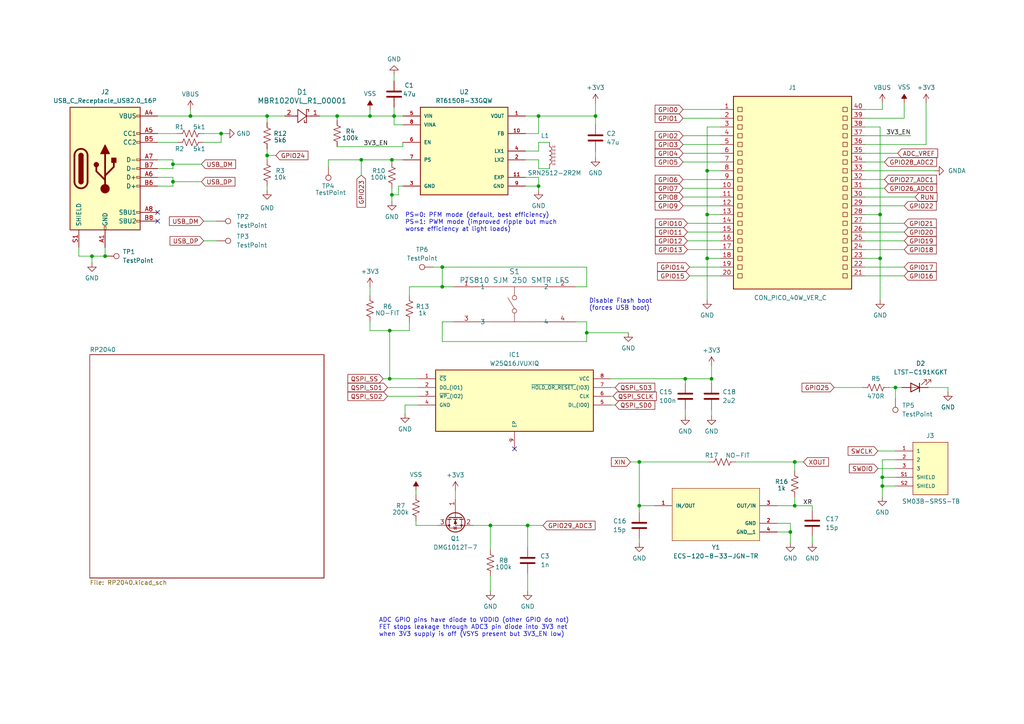
<source format=kicad_sch>
(kicad_sch (version 20230121) (generator eeschema)

  (uuid f8a1033e-7d4e-4018-9b4c-1da5b150b31c)

  (paper "A4")

  (title_block
    (title "project piCo")
    (date "2024-01-25")
    (rev "1")
    (company "Carlos Sabogal")
  )

  (lib_symbols
    (symbol "Connector:TestPoint" (pin_numbers hide) (pin_names (offset 0.762) hide) (in_bom yes) (on_board yes)
      (property "Reference" "TP" (at 0 6.858 0)
        (effects (font (size 1.27 1.27)))
      )
      (property "Value" "TestPoint" (at 0 5.08 0)
        (effects (font (size 1.27 1.27)))
      )
      (property "Footprint" "" (at 5.08 0 0)
        (effects (font (size 1.27 1.27)) hide)
      )
      (property "Datasheet" "~" (at 5.08 0 0)
        (effects (font (size 1.27 1.27)) hide)
      )
      (property "ki_keywords" "test point tp" (at 0 0 0)
        (effects (font (size 1.27 1.27)) hide)
      )
      (property "ki_description" "test point" (at 0 0 0)
        (effects (font (size 1.27 1.27)) hide)
      )
      (property "ki_fp_filters" "Pin* Test*" (at 0 0 0)
        (effects (font (size 1.27 1.27)) hide)
      )
      (symbol "TestPoint_0_1"
        (circle (center 0 3.302) (radius 0.762)
          (stroke (width 0) (type default))
          (fill (type none))
        )
      )
      (symbol "TestPoint_1_1"
        (pin passive line (at 0 0 90) (length 2.54)
          (name "1" (effects (font (size 1.27 1.27))))
          (number "1" (effects (font (size 1.27 1.27))))
        )
      )
    )
    (symbol "Connector:USB_C_Receptacle_USB2.0_16P" (pin_names (offset 1.016)) (in_bom yes) (on_board yes)
      (property "Reference" "J" (at 0 22.225 0)
        (effects (font (size 1.27 1.27)))
      )
      (property "Value" "USB_C_Receptacle_USB2.0_16P" (at 0 19.685 0)
        (effects (font (size 1.27 1.27)))
      )
      (property "Footprint" "" (at 3.81 0 0)
        (effects (font (size 1.27 1.27)) hide)
      )
      (property "Datasheet" "https://www.usb.org/sites/default/files/documents/usb_type-c.zip" (at 3.81 0 0)
        (effects (font (size 1.27 1.27)) hide)
      )
      (property "ki_keywords" "usb universal serial bus type-C USB2.0" (at 0 0 0)
        (effects (font (size 1.27 1.27)) hide)
      )
      (property "ki_description" "USB 2.0-only 16P Type-C Receptacle connector" (at 0 0 0)
        (effects (font (size 1.27 1.27)) hide)
      )
      (property "ki_fp_filters" "USB*C*Receptacle*" (at 0 0 0)
        (effects (font (size 1.27 1.27)) hide)
      )
      (symbol "USB_C_Receptacle_USB2.0_16P_0_0"
        (rectangle (start -0.254 -17.78) (end 0.254 -16.764)
          (stroke (width 0) (type default))
          (fill (type none))
        )
        (rectangle (start 10.16 -14.986) (end 9.144 -15.494)
          (stroke (width 0) (type default))
          (fill (type none))
        )
        (rectangle (start 10.16 -12.446) (end 9.144 -12.954)
          (stroke (width 0) (type default))
          (fill (type none))
        )
        (rectangle (start 10.16 -4.826) (end 9.144 -5.334)
          (stroke (width 0) (type default))
          (fill (type none))
        )
        (rectangle (start 10.16 -2.286) (end 9.144 -2.794)
          (stroke (width 0) (type default))
          (fill (type none))
        )
        (rectangle (start 10.16 0.254) (end 9.144 -0.254)
          (stroke (width 0) (type default))
          (fill (type none))
        )
        (rectangle (start 10.16 2.794) (end 9.144 2.286)
          (stroke (width 0) (type default))
          (fill (type none))
        )
        (rectangle (start 10.16 7.874) (end 9.144 7.366)
          (stroke (width 0) (type default))
          (fill (type none))
        )
        (rectangle (start 10.16 10.414) (end 9.144 9.906)
          (stroke (width 0) (type default))
          (fill (type none))
        )
        (rectangle (start 10.16 15.494) (end 9.144 14.986)
          (stroke (width 0) (type default))
          (fill (type none))
        )
      )
      (symbol "USB_C_Receptacle_USB2.0_16P_0_1"
        (rectangle (start -10.16 17.78) (end 10.16 -17.78)
          (stroke (width 0.254) (type default))
          (fill (type background))
        )
        (arc (start -8.89 -3.81) (mid -6.985 -5.7067) (end -5.08 -3.81)
          (stroke (width 0.508) (type default))
          (fill (type none))
        )
        (arc (start -7.62 -3.81) (mid -6.985 -4.4423) (end -6.35 -3.81)
          (stroke (width 0.254) (type default))
          (fill (type none))
        )
        (arc (start -7.62 -3.81) (mid -6.985 -4.4423) (end -6.35 -3.81)
          (stroke (width 0.254) (type default))
          (fill (type outline))
        )
        (rectangle (start -7.62 -3.81) (end -6.35 3.81)
          (stroke (width 0.254) (type default))
          (fill (type outline))
        )
        (arc (start -6.35 3.81) (mid -6.985 4.4423) (end -7.62 3.81)
          (stroke (width 0.254) (type default))
          (fill (type none))
        )
        (arc (start -6.35 3.81) (mid -6.985 4.4423) (end -7.62 3.81)
          (stroke (width 0.254) (type default))
          (fill (type outline))
        )
        (arc (start -5.08 3.81) (mid -6.985 5.7067) (end -8.89 3.81)
          (stroke (width 0.508) (type default))
          (fill (type none))
        )
        (circle (center -2.54 1.143) (radius 0.635)
          (stroke (width 0.254) (type default))
          (fill (type outline))
        )
        (circle (center 0 -5.842) (radius 1.27)
          (stroke (width 0) (type default))
          (fill (type outline))
        )
        (polyline
          (pts
            (xy -8.89 -3.81)
            (xy -8.89 3.81)
          )
          (stroke (width 0.508) (type default))
          (fill (type none))
        )
        (polyline
          (pts
            (xy -5.08 3.81)
            (xy -5.08 -3.81)
          )
          (stroke (width 0.508) (type default))
          (fill (type none))
        )
        (polyline
          (pts
            (xy 0 -5.842)
            (xy 0 4.318)
          )
          (stroke (width 0.508) (type default))
          (fill (type none))
        )
        (polyline
          (pts
            (xy 0 -3.302)
            (xy -2.54 -0.762)
            (xy -2.54 0.508)
          )
          (stroke (width 0.508) (type default))
          (fill (type none))
        )
        (polyline
          (pts
            (xy 0 -2.032)
            (xy 2.54 0.508)
            (xy 2.54 1.778)
          )
          (stroke (width 0.508) (type default))
          (fill (type none))
        )
        (polyline
          (pts
            (xy -1.27 4.318)
            (xy 0 6.858)
            (xy 1.27 4.318)
            (xy -1.27 4.318)
          )
          (stroke (width 0.254) (type default))
          (fill (type outline))
        )
        (rectangle (start 1.905 1.778) (end 3.175 3.048)
          (stroke (width 0.254) (type default))
          (fill (type outline))
        )
      )
      (symbol "USB_C_Receptacle_USB2.0_16P_1_1"
        (pin passive line (at 0 -22.86 90) (length 5.08)
          (name "GND" (effects (font (size 1.27 1.27))))
          (number "A1" (effects (font (size 1.27 1.27))))
        )
        (pin passive line (at 0 -22.86 90) (length 5.08) hide
          (name "GND" (effects (font (size 1.27 1.27))))
          (number "A12" (effects (font (size 1.27 1.27))))
        )
        (pin passive line (at 15.24 15.24 180) (length 5.08)
          (name "VBUS" (effects (font (size 1.27 1.27))))
          (number "A4" (effects (font (size 1.27 1.27))))
        )
        (pin bidirectional line (at 15.24 10.16 180) (length 5.08)
          (name "CC1" (effects (font (size 1.27 1.27))))
          (number "A5" (effects (font (size 1.27 1.27))))
        )
        (pin bidirectional line (at 15.24 -2.54 180) (length 5.08)
          (name "D+" (effects (font (size 1.27 1.27))))
          (number "A6" (effects (font (size 1.27 1.27))))
        )
        (pin bidirectional line (at 15.24 2.54 180) (length 5.08)
          (name "D-" (effects (font (size 1.27 1.27))))
          (number "A7" (effects (font (size 1.27 1.27))))
        )
        (pin bidirectional line (at 15.24 -12.7 180) (length 5.08)
          (name "SBU1" (effects (font (size 1.27 1.27))))
          (number "A8" (effects (font (size 1.27 1.27))))
        )
        (pin passive line (at 15.24 15.24 180) (length 5.08) hide
          (name "VBUS" (effects (font (size 1.27 1.27))))
          (number "A9" (effects (font (size 1.27 1.27))))
        )
        (pin passive line (at 0 -22.86 90) (length 5.08) hide
          (name "GND" (effects (font (size 1.27 1.27))))
          (number "B1" (effects (font (size 1.27 1.27))))
        )
        (pin passive line (at 0 -22.86 90) (length 5.08) hide
          (name "GND" (effects (font (size 1.27 1.27))))
          (number "B12" (effects (font (size 1.27 1.27))))
        )
        (pin passive line (at 15.24 15.24 180) (length 5.08) hide
          (name "VBUS" (effects (font (size 1.27 1.27))))
          (number "B4" (effects (font (size 1.27 1.27))))
        )
        (pin bidirectional line (at 15.24 7.62 180) (length 5.08)
          (name "CC2" (effects (font (size 1.27 1.27))))
          (number "B5" (effects (font (size 1.27 1.27))))
        )
        (pin bidirectional line (at 15.24 -5.08 180) (length 5.08)
          (name "D+" (effects (font (size 1.27 1.27))))
          (number "B6" (effects (font (size 1.27 1.27))))
        )
        (pin bidirectional line (at 15.24 0 180) (length 5.08)
          (name "D-" (effects (font (size 1.27 1.27))))
          (number "B7" (effects (font (size 1.27 1.27))))
        )
        (pin bidirectional line (at 15.24 -15.24 180) (length 5.08)
          (name "SBU2" (effects (font (size 1.27 1.27))))
          (number "B8" (effects (font (size 1.27 1.27))))
        )
        (pin passive line (at 15.24 15.24 180) (length 5.08) hide
          (name "VBUS" (effects (font (size 1.27 1.27))))
          (number "B9" (effects (font (size 1.27 1.27))))
        )
        (pin passive line (at -7.62 -22.86 90) (length 5.08)
          (name "SHIELD" (effects (font (size 1.27 1.27))))
          (number "S1" (effects (font (size 1.27 1.27))))
        )
      )
    )
    (symbol "Device:C" (pin_numbers hide) (pin_names (offset 0.254)) (in_bom yes) (on_board yes)
      (property "Reference" "C" (at 0.635 2.54 0)
        (effects (font (size 1.27 1.27)) (justify left))
      )
      (property "Value" "C" (at 0.635 -2.54 0)
        (effects (font (size 1.27 1.27)) (justify left))
      )
      (property "Footprint" "" (at 0.9652 -3.81 0)
        (effects (font (size 1.27 1.27)) hide)
      )
      (property "Datasheet" "~" (at 0 0 0)
        (effects (font (size 1.27 1.27)) hide)
      )
      (property "ki_keywords" "cap capacitor" (at 0 0 0)
        (effects (font (size 1.27 1.27)) hide)
      )
      (property "ki_description" "Unpolarized capacitor" (at 0 0 0)
        (effects (font (size 1.27 1.27)) hide)
      )
      (property "ki_fp_filters" "C_*" (at 0 0 0)
        (effects (font (size 1.27 1.27)) hide)
      )
      (symbol "C_0_1"
        (polyline
          (pts
            (xy -2.032 -0.762)
            (xy 2.032 -0.762)
          )
          (stroke (width 0.508) (type default))
          (fill (type none))
        )
        (polyline
          (pts
            (xy -2.032 0.762)
            (xy 2.032 0.762)
          )
          (stroke (width 0.508) (type default))
          (fill (type none))
        )
      )
      (symbol "C_1_1"
        (pin passive line (at 0 3.81 270) (length 2.794)
          (name "~" (effects (font (size 1.27 1.27))))
          (number "1" (effects (font (size 1.27 1.27))))
        )
        (pin passive line (at 0 -3.81 90) (length 2.794)
          (name "~" (effects (font (size 1.27 1.27))))
          (number "2" (effects (font (size 1.27 1.27))))
        )
      )
    )
    (symbol "Device:LED" (pin_numbers hide) (pin_names (offset 1.016) hide) (in_bom yes) (on_board yes)
      (property "Reference" "D" (at 0 2.54 0)
        (effects (font (size 1.27 1.27)))
      )
      (property "Value" "LED" (at 0 -2.54 0)
        (effects (font (size 1.27 1.27)))
      )
      (property "Footprint" "" (at 0 0 0)
        (effects (font (size 1.27 1.27)) hide)
      )
      (property "Datasheet" "~" (at 0 0 0)
        (effects (font (size 1.27 1.27)) hide)
      )
      (property "ki_keywords" "LED diode" (at 0 0 0)
        (effects (font (size 1.27 1.27)) hide)
      )
      (property "ki_description" "Light emitting diode" (at 0 0 0)
        (effects (font (size 1.27 1.27)) hide)
      )
      (property "ki_fp_filters" "LED* LED_SMD:* LED_THT:*" (at 0 0 0)
        (effects (font (size 1.27 1.27)) hide)
      )
      (symbol "LED_0_1"
        (polyline
          (pts
            (xy -1.27 -1.27)
            (xy -1.27 1.27)
          )
          (stroke (width 0.254) (type default))
          (fill (type none))
        )
        (polyline
          (pts
            (xy -1.27 0)
            (xy 1.27 0)
          )
          (stroke (width 0) (type default))
          (fill (type none))
        )
        (polyline
          (pts
            (xy 1.27 -1.27)
            (xy 1.27 1.27)
            (xy -1.27 0)
            (xy 1.27 -1.27)
          )
          (stroke (width 0.254) (type default))
          (fill (type none))
        )
        (polyline
          (pts
            (xy -3.048 -0.762)
            (xy -4.572 -2.286)
            (xy -3.81 -2.286)
            (xy -4.572 -2.286)
            (xy -4.572 -1.524)
          )
          (stroke (width 0) (type default))
          (fill (type none))
        )
        (polyline
          (pts
            (xy -1.778 -0.762)
            (xy -3.302 -2.286)
            (xy -2.54 -2.286)
            (xy -3.302 -2.286)
            (xy -3.302 -1.524)
          )
          (stroke (width 0) (type default))
          (fill (type none))
        )
      )
      (symbol "LED_1_1"
        (pin passive line (at -3.81 0 0) (length 2.54)
          (name "K" (effects (font (size 1.27 1.27))))
          (number "1" (effects (font (size 1.27 1.27))))
        )
        (pin passive line (at 3.81 0 180) (length 2.54)
          (name "A" (effects (font (size 1.27 1.27))))
          (number "2" (effects (font (size 1.27 1.27))))
        )
      )
    )
    (symbol "Device:L_Ferrite" (pin_numbers hide) (pin_names (offset 1.016) hide) (in_bom yes) (on_board yes)
      (property "Reference" "L" (at -1.27 0 90)
        (effects (font (size 1.27 1.27)))
      )
      (property "Value" "L_Ferrite" (at 2.794 0 90)
        (effects (font (size 1.27 1.27)))
      )
      (property "Footprint" "" (at 0 0 0)
        (effects (font (size 1.27 1.27)) hide)
      )
      (property "Datasheet" "~" (at 0 0 0)
        (effects (font (size 1.27 1.27)) hide)
      )
      (property "ki_keywords" "inductor choke coil reactor magnetic" (at 0 0 0)
        (effects (font (size 1.27 1.27)) hide)
      )
      (property "ki_description" "Inductor with ferrite core" (at 0 0 0)
        (effects (font (size 1.27 1.27)) hide)
      )
      (property "ki_fp_filters" "Choke_* *Coil* Inductor_* L_*" (at 0 0 0)
        (effects (font (size 1.27 1.27)) hide)
      )
      (symbol "L_Ferrite_0_1"
        (arc (start 0 -2.54) (mid 0.6323 -1.905) (end 0 -1.27)
          (stroke (width 0) (type default))
          (fill (type none))
        )
        (arc (start 0 -1.27) (mid 0.6323 -0.635) (end 0 0)
          (stroke (width 0) (type default))
          (fill (type none))
        )
        (polyline
          (pts
            (xy 1.016 -2.794)
            (xy 1.016 -2.286)
          )
          (stroke (width 0) (type default))
          (fill (type none))
        )
        (polyline
          (pts
            (xy 1.016 -1.778)
            (xy 1.016 -1.27)
          )
          (stroke (width 0) (type default))
          (fill (type none))
        )
        (polyline
          (pts
            (xy 1.016 -0.762)
            (xy 1.016 -0.254)
          )
          (stroke (width 0) (type default))
          (fill (type none))
        )
        (polyline
          (pts
            (xy 1.016 0.254)
            (xy 1.016 0.762)
          )
          (stroke (width 0) (type default))
          (fill (type none))
        )
        (polyline
          (pts
            (xy 1.016 1.27)
            (xy 1.016 1.778)
          )
          (stroke (width 0) (type default))
          (fill (type none))
        )
        (polyline
          (pts
            (xy 1.016 2.286)
            (xy 1.016 2.794)
          )
          (stroke (width 0) (type default))
          (fill (type none))
        )
        (polyline
          (pts
            (xy 1.524 -2.286)
            (xy 1.524 -2.794)
          )
          (stroke (width 0) (type default))
          (fill (type none))
        )
        (polyline
          (pts
            (xy 1.524 -1.27)
            (xy 1.524 -1.778)
          )
          (stroke (width 0) (type default))
          (fill (type none))
        )
        (polyline
          (pts
            (xy 1.524 -0.254)
            (xy 1.524 -0.762)
          )
          (stroke (width 0) (type default))
          (fill (type none))
        )
        (polyline
          (pts
            (xy 1.524 0.762)
            (xy 1.524 0.254)
          )
          (stroke (width 0) (type default))
          (fill (type none))
        )
        (polyline
          (pts
            (xy 1.524 1.778)
            (xy 1.524 1.27)
          )
          (stroke (width 0) (type default))
          (fill (type none))
        )
        (polyline
          (pts
            (xy 1.524 2.794)
            (xy 1.524 2.286)
          )
          (stroke (width 0) (type default))
          (fill (type none))
        )
        (arc (start 0 0) (mid 0.6323 0.635) (end 0 1.27)
          (stroke (width 0) (type default))
          (fill (type none))
        )
        (arc (start 0 1.27) (mid 0.6323 1.905) (end 0 2.54)
          (stroke (width 0) (type default))
          (fill (type none))
        )
      )
      (symbol "L_Ferrite_1_1"
        (pin passive line (at 0 3.81 270) (length 1.27)
          (name "1" (effects (font (size 1.27 1.27))))
          (number "1" (effects (font (size 1.27 1.27))))
        )
        (pin passive line (at 0 -3.81 90) (length 1.27)
          (name "2" (effects (font (size 1.27 1.27))))
          (number "2" (effects (font (size 1.27 1.27))))
        )
      )
    )
    (symbol "Device:R_US" (pin_numbers hide) (pin_names (offset 0)) (in_bom yes) (on_board yes)
      (property "Reference" "R" (at 2.54 0 90)
        (effects (font (size 1.27 1.27)))
      )
      (property "Value" "R_US" (at -2.54 0 90)
        (effects (font (size 1.27 1.27)))
      )
      (property "Footprint" "" (at 1.016 -0.254 90)
        (effects (font (size 1.27 1.27)) hide)
      )
      (property "Datasheet" "~" (at 0 0 0)
        (effects (font (size 1.27 1.27)) hide)
      )
      (property "ki_keywords" "R res resistor" (at 0 0 0)
        (effects (font (size 1.27 1.27)) hide)
      )
      (property "ki_description" "Resistor, US symbol" (at 0 0 0)
        (effects (font (size 1.27 1.27)) hide)
      )
      (property "ki_fp_filters" "R_*" (at 0 0 0)
        (effects (font (size 1.27 1.27)) hide)
      )
      (symbol "R_US_0_1"
        (polyline
          (pts
            (xy 0 -2.286)
            (xy 0 -2.54)
          )
          (stroke (width 0) (type default))
          (fill (type none))
        )
        (polyline
          (pts
            (xy 0 2.286)
            (xy 0 2.54)
          )
          (stroke (width 0) (type default))
          (fill (type none))
        )
        (polyline
          (pts
            (xy 0 -0.762)
            (xy 1.016 -1.143)
            (xy 0 -1.524)
            (xy -1.016 -1.905)
            (xy 0 -2.286)
          )
          (stroke (width 0) (type default))
          (fill (type none))
        )
        (polyline
          (pts
            (xy 0 0.762)
            (xy 1.016 0.381)
            (xy 0 0)
            (xy -1.016 -0.381)
            (xy 0 -0.762)
          )
          (stroke (width 0) (type default))
          (fill (type none))
        )
        (polyline
          (pts
            (xy 0 2.286)
            (xy 1.016 1.905)
            (xy 0 1.524)
            (xy -1.016 1.143)
            (xy 0 0.762)
          )
          (stroke (width 0) (type default))
          (fill (type none))
        )
      )
      (symbol "R_US_1_1"
        (pin passive line (at 0 3.81 270) (length 1.27)
          (name "~" (effects (font (size 1.27 1.27))))
          (number "1" (effects (font (size 1.27 1.27))))
        )
        (pin passive line (at 0 -3.81 90) (length 1.27)
          (name "~" (effects (font (size 1.27 1.27))))
          (number "2" (effects (font (size 1.27 1.27))))
        )
      )
    )
    (symbol "Pico_C:CON_PICO_40W_VER_C" (in_bom yes) (on_board yes)
      (property "Reference" "J" (at -13.97 29.21 0)
        (effects (font (size 1.27 1.27)))
      )
      (property "Value" "" (at 3.81 -15.24 0)
        (effects (font (size 1.27 1.27)))
      )
      (property "Footprint" "Pico_C:CON_PICO_40W_VER_C" (at 1.27 -15.24 0)
        (effects (font (size 1.27 1.27)) hide)
      )
      (property "Datasheet" "" (at 3.81 -15.24 0)
        (effects (font (size 1.27 1.27)) hide)
      )
      (symbol "CON_PICO_40W_VER_C_0_1"
        (rectangle (start -16.51 26.67) (end 17.78 -29.21)
          (stroke (width 0.254) (type default))
          (fill (type background))
        )
        (rectangle (start -15.24 -24.765) (end -13.97 -26.035)
          (stroke (width 0) (type default))
          (fill (type none))
        )
        (rectangle (start -15.24 -22.225) (end -13.97 -23.495)
          (stroke (width 0) (type default))
          (fill (type none))
        )
        (rectangle (start -15.24 -19.685) (end -13.97 -20.955)
          (stroke (width 0) (type default))
          (fill (type none))
        )
        (rectangle (start -15.24 -17.145) (end -13.97 -18.415)
          (stroke (width 0) (type default))
          (fill (type none))
        )
        (rectangle (start -15.24 -14.605) (end -13.97 -15.875)
          (stroke (width 0) (type default))
          (fill (type none))
        )
        (rectangle (start -15.24 -12.065) (end -13.97 -13.335)
          (stroke (width 0) (type default))
          (fill (type none))
        )
        (rectangle (start -15.24 -9.525) (end -13.97 -10.795)
          (stroke (width 0) (type default))
          (fill (type none))
        )
        (rectangle (start -15.24 -6.985) (end -13.97 -8.255)
          (stroke (width 0) (type default))
          (fill (type none))
        )
        (rectangle (start -15.24 -4.445) (end -13.97 -5.715)
          (stroke (width 0) (type default))
          (fill (type none))
        )
        (rectangle (start -15.24 -1.905) (end -13.97 -3.175)
          (stroke (width 0) (type default))
          (fill (type none))
        )
        (rectangle (start -15.24 0.635) (end -13.97 -0.635)
          (stroke (width 0) (type default))
          (fill (type none))
        )
        (rectangle (start -15.24 3.175) (end -13.97 1.905)
          (stroke (width 0) (type default))
          (fill (type none))
        )
        (rectangle (start -15.24 5.715) (end -13.97 4.445)
          (stroke (width 0) (type default))
          (fill (type none))
        )
        (rectangle (start -15.24 8.255) (end -13.97 6.985)
          (stroke (width 0) (type default))
          (fill (type none))
        )
        (rectangle (start -15.24 10.795) (end -13.97 9.525)
          (stroke (width 0) (type default))
          (fill (type none))
        )
        (rectangle (start -15.24 13.335) (end -13.97 12.065)
          (stroke (width 0) (type default))
          (fill (type none))
        )
        (rectangle (start -15.24 15.875) (end -13.97 14.605)
          (stroke (width 0) (type default))
          (fill (type none))
        )
        (rectangle (start -15.24 18.415) (end -13.97 17.145)
          (stroke (width 0) (type default))
          (fill (type none))
        )
        (rectangle (start -15.24 20.955) (end -13.97 19.685)
          (stroke (width 0) (type default))
          (fill (type none))
        )
        (rectangle (start -15.24 23.495) (end -13.97 22.225)
          (stroke (width 0) (type default))
          (fill (type none))
        )
        (rectangle (start 15.24 -24.765) (end 16.51 -26.035)
          (stroke (width 0) (type default))
          (fill (type none))
        )
        (rectangle (start 15.24 -22.225) (end 16.51 -23.495)
          (stroke (width 0) (type default))
          (fill (type none))
        )
        (rectangle (start 15.24 -19.685) (end 16.51 -20.955)
          (stroke (width 0) (type default))
          (fill (type none))
        )
        (rectangle (start 15.24 -17.145) (end 16.51 -18.415)
          (stroke (width 0) (type default))
          (fill (type none))
        )
        (rectangle (start 15.24 -14.605) (end 16.51 -15.875)
          (stroke (width 0) (type default))
          (fill (type none))
        )
        (rectangle (start 15.24 -12.065) (end 16.51 -13.335)
          (stroke (width 0) (type default))
          (fill (type none))
        )
        (rectangle (start 15.24 -9.525) (end 16.51 -10.795)
          (stroke (width 0) (type default))
          (fill (type none))
        )
        (rectangle (start 15.24 -6.985) (end 16.51 -8.255)
          (stroke (width 0) (type default))
          (fill (type none))
        )
        (rectangle (start 15.24 -4.445) (end 16.51 -5.715)
          (stroke (width 0) (type default))
          (fill (type none))
        )
        (rectangle (start 15.24 -1.905) (end 16.51 -3.175)
          (stroke (width 0) (type default))
          (fill (type none))
        )
        (rectangle (start 15.24 0.635) (end 16.51 -0.635)
          (stroke (width 0) (type default))
          (fill (type none))
        )
        (rectangle (start 15.24 3.175) (end 16.51 1.905)
          (stroke (width 0) (type default))
          (fill (type none))
        )
        (rectangle (start 15.24 5.715) (end 16.51 4.445)
          (stroke (width 0) (type default))
          (fill (type none))
        )
        (rectangle (start 15.24 8.255) (end 16.51 6.985)
          (stroke (width 0) (type default))
          (fill (type none))
        )
        (rectangle (start 15.24 10.795) (end 16.51 9.525)
          (stroke (width 0) (type default))
          (fill (type none))
        )
        (rectangle (start 15.24 13.335) (end 16.51 12.065)
          (stroke (width 0) (type default))
          (fill (type none))
        )
        (rectangle (start 15.24 15.875) (end 16.51 14.605)
          (stroke (width 0) (type default))
          (fill (type none))
        )
        (rectangle (start 15.24 18.415) (end 16.51 17.145)
          (stroke (width 0) (type default))
          (fill (type none))
        )
        (rectangle (start 15.24 20.955) (end 16.51 19.685)
          (stroke (width 0) (type default))
          (fill (type none))
        )
        (rectangle (start 15.24 23.495) (end 16.51 22.225)
          (stroke (width 0) (type default))
          (fill (type none))
        )
      )
      (symbol "CON_PICO_40W_VER_C_1_1"
        (pin input line (at -20.32 22.86 0) (length 3.81)
          (name "" (effects (font (size 1.27 1.27))))
          (number "1" (effects (font (size 1.27 1.27))))
        )
        (pin input line (at -20.32 0 0) (length 3.81)
          (name "" (effects (font (size 1.27 1.27))))
          (number "10" (effects (font (size 1.27 1.27))))
        )
        (pin input line (at -20.32 -2.54 0) (length 3.81)
          (name "" (effects (font (size 1.27 1.27))))
          (number "11" (effects (font (size 1.27 1.27))))
        )
        (pin input line (at -20.32 -5.08 0) (length 3.81)
          (name "" (effects (font (size 1.27 1.27))))
          (number "12" (effects (font (size 1.27 1.27))))
        )
        (pin input line (at -20.32 -7.62 0) (length 3.81)
          (name "" (effects (font (size 1.27 1.27))))
          (number "13" (effects (font (size 1.27 1.27))))
        )
        (pin input line (at -20.32 -10.16 0) (length 3.81)
          (name "" (effects (font (size 1.27 1.27))))
          (number "14" (effects (font (size 1.27 1.27))))
        )
        (pin input line (at -20.32 -12.7 0) (length 3.81)
          (name "" (effects (font (size 1.27 1.27))))
          (number "15" (effects (font (size 1.27 1.27))))
        )
        (pin input line (at -20.32 -15.24 0) (length 3.81)
          (name "" (effects (font (size 1.27 1.27))))
          (number "16" (effects (font (size 1.27 1.27))))
        )
        (pin input line (at -20.32 -17.78 0) (length 3.81)
          (name "" (effects (font (size 1.27 1.27))))
          (number "17" (effects (font (size 1.27 1.27))))
        )
        (pin input line (at -20.32 -20.32 0) (length 3.81)
          (name "" (effects (font (size 1.27 1.27))))
          (number "18" (effects (font (size 1.27 1.27))))
        )
        (pin input line (at -20.32 -22.86 0) (length 3.81)
          (name "" (effects (font (size 1.27 1.27))))
          (number "19" (effects (font (size 1.27 1.27))))
        )
        (pin input line (at -20.32 20.32 0) (length 3.81)
          (name "" (effects (font (size 1.27 1.27))))
          (number "2" (effects (font (size 1.27 1.27))))
        )
        (pin input line (at -20.32 -25.4 0) (length 3.81)
          (name "" (effects (font (size 1.27 1.27))))
          (number "20" (effects (font (size 1.27 1.27))))
        )
        (pin input line (at 21.59 -25.4 180) (length 3.81)
          (name "" (effects (font (size 1.27 1.27))))
          (number "21" (effects (font (size 1.27 1.27))))
        )
        (pin input line (at 21.59 -22.86 180) (length 3.81)
          (name "" (effects (font (size 1.27 1.27))))
          (number "22" (effects (font (size 1.27 1.27))))
        )
        (pin input line (at 21.59 -20.32 180) (length 3.81)
          (name "" (effects (font (size 1.27 1.27))))
          (number "23" (effects (font (size 1.27 1.27))))
        )
        (pin input line (at 21.59 -17.78 180) (length 3.81)
          (name "" (effects (font (size 1.27 1.27))))
          (number "24" (effects (font (size 1.27 1.27))))
        )
        (pin input line (at 21.59 -15.24 180) (length 3.81)
          (name "" (effects (font (size 1.27 1.27))))
          (number "25" (effects (font (size 1.27 1.27))))
        )
        (pin input line (at 21.59 -12.7 180) (length 3.81)
          (name "" (effects (font (size 1.27 1.27))))
          (number "26" (effects (font (size 1.27 1.27))))
        )
        (pin input line (at 21.59 -10.16 180) (length 3.81)
          (name "" (effects (font (size 1.27 1.27))))
          (number "27" (effects (font (size 1.27 1.27))))
        )
        (pin input line (at 21.59 -7.62 180) (length 3.81)
          (name "" (effects (font (size 1.27 1.27))))
          (number "28" (effects (font (size 1.27 1.27))))
        )
        (pin input line (at 21.59 -5.08 180) (length 3.81)
          (name "" (effects (font (size 1.27 1.27))))
          (number "29" (effects (font (size 1.27 1.27))))
        )
        (pin input line (at -20.32 17.78 0) (length 3.81)
          (name "" (effects (font (size 1.27 1.27))))
          (number "3" (effects (font (size 1.27 1.27))))
        )
        (pin input line (at 21.59 -2.54 180) (length 3.81)
          (name "" (effects (font (size 1.27 1.27))))
          (number "30" (effects (font (size 1.27 1.27))))
        )
        (pin input line (at 21.59 0 180) (length 3.81)
          (name "" (effects (font (size 1.27 1.27))))
          (number "31" (effects (font (size 1.27 1.27))))
        )
        (pin input line (at 21.59 2.54 180) (length 3.81)
          (name "" (effects (font (size 1.27 1.27))))
          (number "32" (effects (font (size 1.27 1.27))))
        )
        (pin input line (at 21.59 5.08 180) (length 3.81)
          (name "" (effects (font (size 1.27 1.27))))
          (number "33" (effects (font (size 1.27 1.27))))
        )
        (pin input line (at 21.59 7.62 180) (length 3.81)
          (name "" (effects (font (size 1.27 1.27))))
          (number "34" (effects (font (size 1.27 1.27))))
        )
        (pin input line (at 21.59 10.16 180) (length 3.81)
          (name "" (effects (font (size 1.27 1.27))))
          (number "35" (effects (font (size 1.27 1.27))))
        )
        (pin input line (at 21.59 12.7 180) (length 3.81)
          (name "" (effects (font (size 1.27 1.27))))
          (number "36" (effects (font (size 1.27 1.27))))
        )
        (pin input line (at 21.59 15.24 180) (length 3.81)
          (name "" (effects (font (size 1.27 1.27))))
          (number "37" (effects (font (size 1.27 1.27))))
        )
        (pin input line (at 21.59 17.78 180) (length 3.81)
          (name "" (effects (font (size 1.27 1.27))))
          (number "38" (effects (font (size 1.27 1.27))))
        )
        (pin input line (at 21.59 20.32 180) (length 3.81)
          (name "" (effects (font (size 1.27 1.27))))
          (number "39" (effects (font (size 1.27 1.27))))
        )
        (pin input line (at -20.32 15.24 0) (length 3.81)
          (name "" (effects (font (size 1.27 1.27))))
          (number "4" (effects (font (size 1.27 1.27))))
        )
        (pin input line (at 21.59 22.86 180) (length 3.81)
          (name "" (effects (font (size 1.27 1.27))))
          (number "40" (effects (font (size 1.27 1.27))))
        )
        (pin input line (at -20.32 12.7 0) (length 3.81)
          (name "" (effects (font (size 1.27 1.27))))
          (number "5" (effects (font (size 1.27 1.27))))
        )
        (pin input line (at -20.32 10.16 0) (length 3.81)
          (name "" (effects (font (size 1.27 1.27))))
          (number "6" (effects (font (size 1.27 1.27))))
        )
        (pin input line (at -20.32 7.62 0) (length 3.81)
          (name "" (effects (font (size 1.27 1.27))))
          (number "7" (effects (font (size 1.27 1.27))))
        )
        (pin input line (at -20.32 5.08 0) (length 3.81)
          (name "" (effects (font (size 1.27 1.27))))
          (number "8" (effects (font (size 1.27 1.27))))
        )
        (pin input line (at -20.32 2.54 0) (length 3.81)
          (name "" (effects (font (size 1.27 1.27))))
          (number "9" (effects (font (size 1.27 1.27))))
        )
      )
    )
    (symbol "Pico_C:ECS-120-8-33-JGN-TR" (pin_names (offset 1.016)) (in_bom yes) (on_board yes)
      (property "Reference" "Y" (at -12.7168 7.6301 0)
        (effects (font (size 1.27 1.27)) (justify left bottom))
      )
      (property "Value" "ECS-120-8-33-JGN-TR" (at -12.7 -10.16 0)
        (effects (font (size 1.27 1.27)) (justify left bottom))
      )
      (property "Footprint" "ECS-120-8-33-JGN-TR:XTAL_ECS-120-8-33-JGN-TR" (at 0 0 0)
        (effects (font (size 1.27 1.27)) (justify bottom) hide)
      )
      (property "Datasheet" "https://ecsxtal.com/store/pdf/ecx-32.pdf" (at 0 0 0)
        (effects (font (size 1.27 1.27)) hide)
      )
      (symbol "ECS-120-8-33-JGN-TR_0_0"
        (rectangle (start -12.7 7.62) (end 12.7 -7.62)
          (stroke (width 0.127) (type default))
          (fill (type background))
        )
        (pin bidirectional line (at -17.78 2.54 0) (length 5.08)
          (name "IN/OUT" (effects (font (size 1.016 1.016))))
          (number "1" (effects (font (size 1.016 1.016))))
        )
        (pin power_in line (at 17.78 -2.54 180) (length 5.08)
          (name "GND" (effects (font (size 1.016 1.016))))
          (number "2" (effects (font (size 1.016 1.016))))
        )
        (pin bidirectional line (at 17.78 2.54 180) (length 5.08)
          (name "OUT/IN" (effects (font (size 1.016 1.016))))
          (number "3" (effects (font (size 1.016 1.016))))
        )
        (pin power_in line (at 17.78 -5.08 180) (length 5.08)
          (name "GND__1" (effects (font (size 1.016 1.016))))
          (number "4" (effects (font (size 1.016 1.016))))
        )
      )
    )
    (symbol "Pico_C:MBR1020VL_R1_00001" (pin_names (offset 0.254)) (in_bom yes) (on_board yes)
      (property "Reference" "D" (at 5.08 4.445 0)
        (effects (font (size 1.524 1.524)))
      )
      (property "Value" "MBR1020VL_R1_00001" (at 5.08 -3.81 0)
        (effects (font (size 1.524 1.524)))
      )
      (property "Footprint" "Pico_C:DIOM3616X98N" (at 0 0 0)
        (effects (font (size 1.27 1.27) italic) hide)
      )
      (property "Datasheet" "https://www.panjit.com.tw/upload/datasheet/MBR1020VL.pdf" (at 0 0 0)
        (effects (font (size 1.27 1.27) italic) hide)
      )
      (property "ki_fp_filters" "SDO_SOD-123FL_ONS SDO_SOD-123FL_ONS-M SDO_SOD-123FL_ONS-L" (at 0 0 0)
        (effects (font (size 1.27 1.27)) hide)
      )
      (symbol "MBR1020VL_R1_00001_0_1"
        (polyline
          (pts
            (xy 2.54 0)
            (xy 3.4798 0)
          )
          (stroke (width 0.2032) (type default))
          (fill (type none))
        )
        (polyline
          (pts
            (xy 3.175 0)
            (xy 3.81 0)
          )
          (stroke (width 0.2032) (type default))
          (fill (type none))
        )
        (polyline
          (pts
            (xy 3.81 -1.905)
            (xy 6.35 0)
          )
          (stroke (width 0.2032) (type default))
          (fill (type none))
        )
        (polyline
          (pts
            (xy 3.81 1.905)
            (xy 3.81 -1.905)
          )
          (stroke (width 0.2032) (type default))
          (fill (type none))
        )
        (polyline
          (pts
            (xy 5.715 -1.905)
            (xy 5.715 -1.27)
          )
          (stroke (width 0.2032) (type default))
          (fill (type none))
        )
        (polyline
          (pts
            (xy 6.35 -1.905)
            (xy 5.715 -1.905)
          )
          (stroke (width 0.2032) (type default))
          (fill (type none))
        )
        (polyline
          (pts
            (xy 6.35 -1.905)
            (xy 6.35 1.905)
          )
          (stroke (width 0.2032) (type default))
          (fill (type none))
        )
        (polyline
          (pts
            (xy 6.35 0)
            (xy 3.81 1.905)
          )
          (stroke (width 0.2032) (type default))
          (fill (type none))
        )
        (polyline
          (pts
            (xy 6.35 0)
            (xy 7.62 0)
          )
          (stroke (width 0.2032) (type default))
          (fill (type none))
        )
        (polyline
          (pts
            (xy 6.35 1.905)
            (xy 6.985 1.905)
          )
          (stroke (width 0.2032) (type default))
          (fill (type none))
        )
        (polyline
          (pts
            (xy 6.985 1.905)
            (xy 6.985 1.27)
          )
          (stroke (width 0.2032) (type default))
          (fill (type none))
        )
        (pin unspecified line (at 10.16 0 180) (length 2.54)
          (name "" (effects (font (size 1.27 1.27))))
          (number "1" (effects (font (size 1.27 1.27))))
        )
        (pin unspecified line (at 0 0 0) (length 2.54)
          (name "" (effects (font (size 1.27 1.27))))
          (number "2" (effects (font (size 1.27 1.27))))
        )
      )
    )
    (symbol "Pico_C:PTS810 SJM 250 SMTR LFS" (pin_names (offset 0.254)) (in_bom yes) (on_board yes)
      (property "Reference" "S" (at 15.24 7.62 0)
        (effects (font (size 1.524 1.524)))
      )
      (property "Value" "PTS810 SJM 250 SMTR LFS" (at 15.24 5.08 0)
        (effects (font (size 1.524 1.524)))
      )
      (property "Footprint" "Pico_C:SW_SPST_PTS810" (at -24.13 5.08 0)
        (effects (font (size 1.27 1.27) italic) hide)
      )
      (property "Datasheet" "https://www.ckswitches.com/media/1476/pts810.pdf" (at -10.16 2.54 0)
        (effects (font (size 1.27 1.27) italic) hide)
      )
      (property "ki_keywords" "434133025816" (at 0 0 0)
        (effects (font (size 1.27 1.27)) hide)
      )
      (property "ki_fp_filters" "SMD_025816_WRE SMD_025816_WRE-M SMD_025816_WRE-L" (at 0 0 0)
        (effects (font (size 1.27 1.27)) hide)
      )
      (symbol "PTS810 SJM 250 SMTR LFS_0_1"
        (polyline
          (pts
            (xy 7.62 -10.16)
            (xy 27.94 -10.16)
          )
          (stroke (width 0.127) (type default))
          (fill (type none))
        )
        (polyline
          (pts
            (xy 7.62 0)
            (xy 27.94 0)
          )
          (stroke (width 0.127) (type default))
          (fill (type none))
        )
        (polyline
          (pts
            (xy 17.78 -10.16)
            (xy 17.78 -7.62)
          )
          (stroke (width 0.127) (type default))
          (fill (type none))
        )
        (polyline
          (pts
            (xy 17.78 -6.35)
            (xy 15.875 -3.175)
          )
          (stroke (width 0.127) (type default))
          (fill (type none))
        )
        (polyline
          (pts
            (xy 17.78 0)
            (xy 17.78 -2.54)
          )
          (stroke (width 0.127) (type default))
          (fill (type none))
        )
        (circle (center 17.78 -6.985) (radius 0.635)
          (stroke (width 0.127) (type default))
          (fill (type none))
        )
        (circle (center 17.78 -3.175) (radius 0.635)
          (stroke (width 0.127) (type default))
          (fill (type none))
        )
        (pin unspecified line (at 0 0 0) (length 7.62)
          (name "1" (effects (font (size 1.27 1.27))))
          (number "1" (effects (font (size 1.27 1.27))))
        )
        (pin unspecified line (at 35.56 0 180) (length 7.62)
          (name "2" (effects (font (size 1.27 1.27))))
          (number "2" (effects (font (size 1.27 1.27))))
        )
        (pin unspecified line (at 0 -10.16 0) (length 7.62)
          (name "3" (effects (font (size 1.27 1.27))))
          (number "3" (effects (font (size 1.27 1.27))))
        )
        (pin unspecified line (at 35.56 -10.16 180) (length 7.62)
          (name "4" (effects (font (size 1.27 1.27))))
          (number "4" (effects (font (size 1.27 1.27))))
        )
      )
    )
    (symbol "Pico_C:Q_NMOS_GSD" (pin_names (offset 0) hide) (in_bom yes) (on_board yes)
      (property "Reference" "Q" (at 5.08 1.27 0)
        (effects (font (size 1.27 1.27)) (justify left))
      )
      (property "Value" "Q_NMOS_GSD" (at 5.08 -1.27 0)
        (effects (font (size 1.27 1.27)) (justify left))
      )
      (property "Footprint" "Pico_C:SOT50P160X90-3N" (at 5.08 2.54 0)
        (effects (font (size 1.27 1.27)) hide)
      )
      (property "Datasheet" "https://www.diodes.com/assets/Datasheets/DMG1012T.pdf" (at 0 0 0)
        (effects (font (size 1.27 1.27)) hide)
      )
      (property "ki_keywords" "transistor NMOS N-MOS N-MOSFET" (at 0 0 0)
        (effects (font (size 1.27 1.27)) hide)
      )
      (property "ki_description" "N-MOSFET transistor, gate/source/drain" (at 0 0 0)
        (effects (font (size 1.27 1.27)) hide)
      )
      (symbol "Q_NMOS_GSD_0_1"
        (polyline
          (pts
            (xy 0.254 0)
            (xy -2.54 0)
          )
          (stroke (width 0) (type default))
          (fill (type none))
        )
        (polyline
          (pts
            (xy 0.254 1.905)
            (xy 0.254 -1.905)
          )
          (stroke (width 0.254) (type default))
          (fill (type none))
        )
        (polyline
          (pts
            (xy 0.762 -1.27)
            (xy 0.762 -2.286)
          )
          (stroke (width 0.254) (type default))
          (fill (type none))
        )
        (polyline
          (pts
            (xy 0.762 0.508)
            (xy 0.762 -0.508)
          )
          (stroke (width 0.254) (type default))
          (fill (type none))
        )
        (polyline
          (pts
            (xy 0.762 2.286)
            (xy 0.762 1.27)
          )
          (stroke (width 0.254) (type default))
          (fill (type none))
        )
        (polyline
          (pts
            (xy 2.54 2.54)
            (xy 2.54 1.778)
          )
          (stroke (width 0) (type default))
          (fill (type none))
        )
        (polyline
          (pts
            (xy 2.54 -2.54)
            (xy 2.54 0)
            (xy 0.762 0)
          )
          (stroke (width 0) (type default))
          (fill (type none))
        )
        (polyline
          (pts
            (xy 0.762 -1.778)
            (xy 3.302 -1.778)
            (xy 3.302 1.778)
            (xy 0.762 1.778)
          )
          (stroke (width 0) (type default))
          (fill (type none))
        )
        (polyline
          (pts
            (xy 1.016 0)
            (xy 2.032 0.381)
            (xy 2.032 -0.381)
            (xy 1.016 0)
          )
          (stroke (width 0) (type default))
          (fill (type outline))
        )
        (polyline
          (pts
            (xy 2.794 0.508)
            (xy 2.921 0.381)
            (xy 3.683 0.381)
            (xy 3.81 0.254)
          )
          (stroke (width 0) (type default))
          (fill (type none))
        )
        (polyline
          (pts
            (xy 3.302 0.381)
            (xy 2.921 -0.254)
            (xy 3.683 -0.254)
            (xy 3.302 0.381)
          )
          (stroke (width 0) (type default))
          (fill (type none))
        )
        (circle (center 1.651 0) (radius 2.794)
          (stroke (width 0.254) (type default))
          (fill (type none))
        )
        (circle (center 2.54 -1.778) (radius 0.254)
          (stroke (width 0) (type default))
          (fill (type outline))
        )
        (circle (center 2.54 1.778) (radius 0.254)
          (stroke (width 0) (type default))
          (fill (type outline))
        )
      )
      (symbol "Q_NMOS_GSD_1_1"
        (pin input line (at -5.08 0 0) (length 2.54)
          (name "G" (effects (font (size 1.27 1.27))))
          (number "1" (effects (font (size 1.27 1.27))))
        )
        (pin passive line (at 2.54 -5.08 90) (length 2.54)
          (name "S" (effects (font (size 1.27 1.27))))
          (number "2" (effects (font (size 1.27 1.27))))
        )
        (pin passive line (at 2.54 5.08 270) (length 2.54)
          (name "D" (effects (font (size 1.27 1.27))))
          (number "3" (effects (font (size 1.27 1.27))))
        )
      )
    )
    (symbol "Pico_C:RT6150B-33GQW" (pin_names (offset 1.016)) (in_bom yes) (on_board yes)
      (property "Reference" "U" (at -12.7 13.208 0)
        (effects (font (size 1.27 1.27)) (justify left bottom))
      )
      (property "Value" "RT6150B-33GQW" (at -12.7 -15.24 0)
        (effects (font (size 1.27 1.27)) (justify left bottom))
      )
      (property "Footprint" "Pico_C:SON50P250X250X80-11N" (at -24.8699 1.3951 0)
        (effects (font (size 1.27 1.27)) (justify bottom) hide)
      )
      (property "Datasheet" "https://www.richtek.com/assets/product_file/RT6150A=RT6150B/DS6150AB-04.pdf" (at 0 0 0)
        (effects (font (size 1.27 1.27)) hide)
      )
      (symbol "RT6150B-33GQW_0_0"
        (rectangle (start -12.7 -12.7) (end 12.7 12.7)
          (stroke (width 0.254) (type default))
          (fill (type background))
        )
        (pin output line (at 17.78 10.16 180) (length 5.08)
          (name "VOUT" (effects (font (size 1.016 1.016))))
          (number "1" (effects (font (size 1.016 1.016))))
        )
        (pin input line (at 17.78 5.08 180) (length 5.08)
          (name "FB" (effects (font (size 1.016 1.016))))
          (number "10" (effects (font (size 1.016 1.016))))
        )
        (pin power_in line (at 17.78 -7.62 180) (length 5.08)
          (name "EXP" (effects (font (size 1.016 1.016))))
          (number "11" (effects (font (size 1.016 1.016))))
        )
        (pin passive line (at 17.78 -2.54 180) (length 5.08)
          (name "LX2" (effects (font (size 1.016 1.016))))
          (number "2" (effects (font (size 1.016 1.016))))
        )
        (pin power_in line (at -17.78 -10.16 0) (length 5.08)
          (name "GND" (effects (font (size 1.016 1.016))))
          (number "3" (effects (font (size 1.016 1.016))))
        )
        (pin passive line (at 17.78 0 180) (length 5.08)
          (name "LX1" (effects (font (size 1.016 1.016))))
          (number "4" (effects (font (size 1.016 1.016))))
        )
        (pin input line (at -17.78 10.16 0) (length 5.08)
          (name "VIN" (effects (font (size 1.016 1.016))))
          (number "5" (effects (font (size 1.016 1.016))))
        )
        (pin input line (at -17.78 2.54 0) (length 5.08)
          (name "EN" (effects (font (size 1.016 1.016))))
          (number "6" (effects (font (size 1.016 1.016))))
        )
        (pin input line (at -17.78 -2.54 0) (length 5.08)
          (name "PS" (effects (font (size 1.016 1.016))))
          (number "7" (effects (font (size 1.016 1.016))))
        )
        (pin input line (at -17.78 7.62 0) (length 5.08)
          (name "VINA" (effects (font (size 1.016 1.016))))
          (number "8" (effects (font (size 1.016 1.016))))
        )
        (pin power_in line (at 17.78 -10.16 180) (length 5.08)
          (name "GND" (effects (font (size 1.016 1.016))))
          (number "9" (effects (font (size 1.016 1.016))))
        )
      )
    )
    (symbol "Pico_C:SM03B-SRSS-TB_LF__SN_" (pin_names (offset 1.016)) (in_bom yes) (on_board yes)
      (property "Reference" "J" (at -5.08 8.382 0)
        (effects (font (size 1.27 1.27)) (justify left bottom))
      )
      (property "Value" "SM03B-SRSS-TB" (at -5.08 -10.16 0)
        (effects (font (size 1.27 1.27)) (justify left bottom))
      )
      (property "Footprint" "Pico_C:JST_SM03B-SRSS-TB_LF__SN_" (at 0 0 0)
        (effects (font (size 1.27 1.27)) (justify bottom) hide)
      )
      (property "Datasheet" "https://www.jst-mfg.com/product/pdf/eng/eSH.pdf" (at 0 0 0)
        (effects (font (size 1.27 1.27)) hide)
      )
      (symbol "SM03B-SRSS-TB_LF__SN__0_0"
        (rectangle (start -5.08 -7.62) (end 5.08 7.62)
          (stroke (width 0.1524) (type default))
          (fill (type background))
        )
        (pin passive line (at -10.16 5.08 0) (length 5.08)
          (name "1" (effects (font (size 1.016 1.016))))
          (number "1" (effects (font (size 1.016 1.016))))
        )
        (pin passive line (at -10.16 2.54 0) (length 5.08)
          (name "2" (effects (font (size 1.016 1.016))))
          (number "2" (effects (font (size 1.016 1.016))))
        )
        (pin passive line (at -10.16 0 0) (length 5.08)
          (name "3" (effects (font (size 1.016 1.016))))
          (number "3" (effects (font (size 1.016 1.016))))
        )
        (pin passive line (at -10.16 -2.54 0) (length 5.08)
          (name "SHIELD" (effects (font (size 1.016 1.016))))
          (number "S1" (effects (font (size 1.016 1.016))))
        )
        (pin passive line (at -10.16 -5.08 0) (length 5.08)
          (name "SHIELD" (effects (font (size 1.016 1.016))))
          (number "S2" (effects (font (size 1.016 1.016))))
        )
      )
    )
    (symbol "Pico_C:W25Q16JVUXIQ" (pin_names (offset 1.016)) (in_bom yes) (on_board yes)
      (property "Reference" "IC" (at 52.07 7.62 0)
        (effects (font (size 1.27 1.27)) (justify left))
      )
      (property "Value" "W25Q16JVUXIQ" (at 52.07 5.08 0)
        (effects (font (size 1.27 1.27)) (justify left))
      )
      (property "Footprint" "Pico_C:SON50P300X200X60-9N" (at 0 0 0)
        (effects (font (size 1.27 1.27)) (justify bottom) hide)
      )
      (property "Datasheet" "https://www.winbond.com/resource-files/w25q16jv%20spi%20revh%2004082019%20plus.pdf" (at 0 0 0)
        (effects (font (size 1.27 1.27)) hide)
      )
      (symbol "W25Q16JVUXIQ_0_0"
        (rectangle (start 5.08 -15.24) (end 50.8 2.54)
          (stroke (width 0.254) (type default))
          (fill (type background))
        )
        (pin bidirectional line (at 0 0 0) (length 5.08)
          (name "~{CS}" (effects (font (size 1.016 1.016))))
          (number "1" (effects (font (size 1.016 1.016))))
        )
        (pin bidirectional line (at 0 -2.54 0) (length 5.08)
          (name "DO_(IO1)" (effects (font (size 1.016 1.016))))
          (number "2" (effects (font (size 1.016 1.016))))
        )
        (pin bidirectional line (at 0 -5.08 0) (length 5.08)
          (name "~{WP_}(IO2)" (effects (font (size 1.016 1.016))))
          (number "3" (effects (font (size 1.016 1.016))))
        )
        (pin bidirectional line (at 0 -7.62 0) (length 5.08)
          (name "GND" (effects (font (size 1.016 1.016))))
          (number "4" (effects (font (size 1.016 1.016))))
        )
        (pin bidirectional line (at 55.88 -7.62 180) (length 5.08)
          (name "DI_(IO0)" (effects (font (size 1.016 1.016))))
          (number "5" (effects (font (size 1.016 1.016))))
        )
        (pin bidirectional line (at 55.88 -5.08 180) (length 5.08)
          (name "CLK" (effects (font (size 1.016 1.016))))
          (number "6" (effects (font (size 1.016 1.016))))
        )
        (pin bidirectional line (at 55.88 -2.54 180) (length 5.08)
          (name "~{HOLD_OR_RESET_}(IO3)" (effects (font (size 1.016 1.016))))
          (number "7" (effects (font (size 1.016 1.016))))
        )
        (pin bidirectional line (at 55.88 0 180) (length 5.08)
          (name "VCC" (effects (font (size 1.016 1.016))))
          (number "8" (effects (font (size 1.016 1.016))))
        )
        (pin bidirectional line (at 27.94 -20.32 90) (length 5.08)
          (name "EP" (effects (font (size 1.016 1.016))))
          (number "9" (effects (font (size 1.016 1.016))))
        )
      )
    )
    (symbol "power:+3V3" (power) (pin_names (offset 0)) (in_bom yes) (on_board yes)
      (property "Reference" "#PWR" (at 0 -3.81 0)
        (effects (font (size 1.27 1.27)) hide)
      )
      (property "Value" "+3V3" (at 0 3.556 0)
        (effects (font (size 1.27 1.27)))
      )
      (property "Footprint" "" (at 0 0 0)
        (effects (font (size 1.27 1.27)) hide)
      )
      (property "Datasheet" "" (at 0 0 0)
        (effects (font (size 1.27 1.27)) hide)
      )
      (property "ki_keywords" "global power" (at 0 0 0)
        (effects (font (size 1.27 1.27)) hide)
      )
      (property "ki_description" "Power symbol creates a global label with name \"+3V3\"" (at 0 0 0)
        (effects (font (size 1.27 1.27)) hide)
      )
      (symbol "+3V3_0_1"
        (polyline
          (pts
            (xy -0.762 1.27)
            (xy 0 2.54)
          )
          (stroke (width 0) (type default))
          (fill (type none))
        )
        (polyline
          (pts
            (xy 0 0)
            (xy 0 2.54)
          )
          (stroke (width 0) (type default))
          (fill (type none))
        )
        (polyline
          (pts
            (xy 0 2.54)
            (xy 0.762 1.27)
          )
          (stroke (width 0) (type default))
          (fill (type none))
        )
      )
      (symbol "+3V3_1_1"
        (pin power_in line (at 0 0 90) (length 0) hide
          (name "+3V3" (effects (font (size 1.27 1.27))))
          (number "1" (effects (font (size 1.27 1.27))))
        )
      )
    )
    (symbol "power:GND" (power) (pin_names (offset 0)) (in_bom yes) (on_board yes)
      (property "Reference" "#PWR" (at 0 -6.35 0)
        (effects (font (size 1.27 1.27)) hide)
      )
      (property "Value" "GND" (at 0 -3.81 0)
        (effects (font (size 1.27 1.27)))
      )
      (property "Footprint" "" (at 0 0 0)
        (effects (font (size 1.27 1.27)) hide)
      )
      (property "Datasheet" "" (at 0 0 0)
        (effects (font (size 1.27 1.27)) hide)
      )
      (property "ki_keywords" "global power" (at 0 0 0)
        (effects (font (size 1.27 1.27)) hide)
      )
      (property "ki_description" "Power symbol creates a global label with name \"GND\" , ground" (at 0 0 0)
        (effects (font (size 1.27 1.27)) hide)
      )
      (symbol "GND_0_1"
        (polyline
          (pts
            (xy 0 0)
            (xy 0 -1.27)
            (xy 1.27 -1.27)
            (xy 0 -2.54)
            (xy -1.27 -1.27)
            (xy 0 -1.27)
          )
          (stroke (width 0) (type default))
          (fill (type none))
        )
      )
      (symbol "GND_1_1"
        (pin power_in line (at 0 0 270) (length 0) hide
          (name "GND" (effects (font (size 1.27 1.27))))
          (number "1" (effects (font (size 1.27 1.27))))
        )
      )
    )
    (symbol "power:GNDA" (power) (pin_names (offset 0)) (in_bom yes) (on_board yes)
      (property "Reference" "#PWR" (at 0 -6.35 0)
        (effects (font (size 1.27 1.27)) hide)
      )
      (property "Value" "GNDA" (at 0 -3.81 0)
        (effects (font (size 1.27 1.27)))
      )
      (property "Footprint" "" (at 0 0 0)
        (effects (font (size 1.27 1.27)) hide)
      )
      (property "Datasheet" "" (at 0 0 0)
        (effects (font (size 1.27 1.27)) hide)
      )
      (property "ki_keywords" "global power" (at 0 0 0)
        (effects (font (size 1.27 1.27)) hide)
      )
      (property "ki_description" "Power symbol creates a global label with name \"GNDA\" , analog ground" (at 0 0 0)
        (effects (font (size 1.27 1.27)) hide)
      )
      (symbol "GNDA_0_1"
        (polyline
          (pts
            (xy 0 0)
            (xy 0 -1.27)
            (xy 1.27 -1.27)
            (xy 0 -2.54)
            (xy -1.27 -1.27)
            (xy 0 -1.27)
          )
          (stroke (width 0) (type default))
          (fill (type none))
        )
      )
      (symbol "GNDA_1_1"
        (pin power_in line (at 0 0 270) (length 0) hide
          (name "GNDA" (effects (font (size 1.27 1.27))))
          (number "1" (effects (font (size 1.27 1.27))))
        )
      )
    )
    (symbol "power:VBUS" (power) (pin_names (offset 0)) (in_bom yes) (on_board yes)
      (property "Reference" "#PWR" (at 0 -3.81 0)
        (effects (font (size 1.27 1.27)) hide)
      )
      (property "Value" "VBUS" (at 0 3.81 0)
        (effects (font (size 1.27 1.27)))
      )
      (property "Footprint" "" (at 0 0 0)
        (effects (font (size 1.27 1.27)) hide)
      )
      (property "Datasheet" "" (at 0 0 0)
        (effects (font (size 1.27 1.27)) hide)
      )
      (property "ki_keywords" "global power" (at 0 0 0)
        (effects (font (size 1.27 1.27)) hide)
      )
      (property "ki_description" "Power symbol creates a global label with name \"VBUS\"" (at 0 0 0)
        (effects (font (size 1.27 1.27)) hide)
      )
      (symbol "VBUS_0_1"
        (polyline
          (pts
            (xy -0.762 1.27)
            (xy 0 2.54)
          )
          (stroke (width 0) (type default))
          (fill (type none))
        )
        (polyline
          (pts
            (xy 0 0)
            (xy 0 2.54)
          )
          (stroke (width 0) (type default))
          (fill (type none))
        )
        (polyline
          (pts
            (xy 0 2.54)
            (xy 0.762 1.27)
          )
          (stroke (width 0) (type default))
          (fill (type none))
        )
      )
      (symbol "VBUS_1_1"
        (pin power_in line (at 0 0 90) (length 0) hide
          (name "VBUS" (effects (font (size 1.27 1.27))))
          (number "1" (effects (font (size 1.27 1.27))))
        )
      )
    )
    (symbol "power:VSS" (power) (pin_names (offset 0)) (in_bom yes) (on_board yes)
      (property "Reference" "#PWR" (at 0 -3.81 0)
        (effects (font (size 1.27 1.27)) hide)
      )
      (property "Value" "VSS" (at 0 3.81 0)
        (effects (font (size 1.27 1.27)))
      )
      (property "Footprint" "" (at 0 0 0)
        (effects (font (size 1.27 1.27)) hide)
      )
      (property "Datasheet" "" (at 0 0 0)
        (effects (font (size 1.27 1.27)) hide)
      )
      (property "ki_keywords" "global power" (at 0 0 0)
        (effects (font (size 1.27 1.27)) hide)
      )
      (property "ki_description" "Power symbol creates a global label with name \"VSS\"" (at 0 0 0)
        (effects (font (size 1.27 1.27)) hide)
      )
      (symbol "VSS_0_1"
        (polyline
          (pts
            (xy 0 0)
            (xy 0 2.54)
          )
          (stroke (width 0) (type default))
          (fill (type none))
        )
        (polyline
          (pts
            (xy 0.762 1.27)
            (xy -0.762 1.27)
            (xy 0 2.54)
            (xy 0.762 1.27)
          )
          (stroke (width 0) (type default))
          (fill (type outline))
        )
      )
      (symbol "VSS_1_1"
        (pin power_in line (at 0 0 90) (length 0) hide
          (name "VSS" (effects (font (size 1.27 1.27))))
          (number "1" (effects (font (size 1.27 1.27))))
        )
      )
    )
  )

  (junction (at 255.27 62.23) (diameter 0) (color 0 0 0 0)
    (uuid 0b7311d5-d382-4102-ab17-3f819c5d2c72)
  )
  (junction (at 229.235 154.305) (diameter 0) (color 0 0 0 0)
    (uuid 2f182d55-a005-4c8f-a9eb-1e4aa48e7a44)
  )
  (junction (at 205.105 49.53) (diameter 0) (color 0 0 0 0)
    (uuid 357b65b7-878e-49bd-9e2a-7656efa6b3e1)
  )
  (junction (at 230.505 146.685) (diameter 0) (color 0 0 0 0)
    (uuid 35d27b96-6290-403f-94c1-ca8acb63f928)
  )
  (junction (at 50.165 47.625) (diameter 0) (color 0 0 0 0)
    (uuid 3f823b9f-a37c-4ea6-bb1f-04401ad1323d)
  )
  (junction (at 259.715 112.395) (diameter 0) (color 0 0 0 0)
    (uuid 3f8c27ae-82cb-4fb7-8784-a35ad0a54916)
  )
  (junction (at 113.03 109.855) (diameter 0) (color 0 0 0 0)
    (uuid 41268168-64a8-4ed7-8f5b-92c4f03c76d5)
  )
  (junction (at 198.755 109.855) (diameter 0) (color 0 0 0 0)
    (uuid 42c22b67-64e5-4334-a973-894374af83ff)
  )
  (junction (at 77.47 33.655) (diameter 0) (color 0 0 0 0)
    (uuid 480e63ef-fc21-487b-83c8-e3f544785e45)
  )
  (junction (at 128.27 83.185) (diameter 0) (color 0 0 0 0)
    (uuid 5055f70c-5023-4190-9ddc-de2019df7fa6)
  )
  (junction (at 185.42 146.685) (diameter 0) (color 0 0 0 0)
    (uuid 50b74fb6-9f16-4a91-b36c-e7f9a0c83661)
  )
  (junction (at 255.27 74.93) (diameter 0) (color 0 0 0 0)
    (uuid 548e029e-832a-413a-a986-c3f2e1e90dea)
  )
  (junction (at 114.3 33.655) (diameter 0) (color 0 0 0 0)
    (uuid 5e0ccfdc-8507-4a5d-ba65-3e7df22cf8cc)
  )
  (junction (at 255.905 140.97) (diameter 0) (color 0 0 0 0)
    (uuid 648241bc-4f3e-4757-84f3-bc0fd441106c)
  )
  (junction (at 185.42 133.985) (diameter 0) (color 0 0 0 0)
    (uuid 66542bdc-3fd8-41e0-91f1-7c514ea19490)
  )
  (junction (at 156.21 53.975) (diameter 0) (color 0 0 0 0)
    (uuid 682b41c2-8ea0-4d3f-baf7-5657406ab257)
  )
  (junction (at 113.665 56.515) (diameter 0) (color 0 0 0 0)
    (uuid 68a5ae40-5f9b-4297-9042-2615174c09e7)
  )
  (junction (at 255.905 138.43) (diameter 0) (color 0 0 0 0)
    (uuid 68c9fbc4-0dcb-4be6-9f4b-1f3a6b475353)
  )
  (junction (at 142.24 152.4) (diameter 0) (color 0 0 0 0)
    (uuid 6d84f5b4-b451-4cff-817f-d02ecbedd937)
  )
  (junction (at 26.67 74.295) (diameter 0) (color 0 0 0 0)
    (uuid 7410dc9a-8363-4d5a-821b-8e8032fff5d6)
  )
  (junction (at 230.505 133.985) (diameter 0) (color 0 0 0 0)
    (uuid 7aee865b-d0c4-4735-86c1-2af14a3203aa)
  )
  (junction (at 205.105 74.93) (diameter 0) (color 0 0 0 0)
    (uuid 875d94e3-1c3b-45f4-a4c0-bd7878dfb6d5)
  )
  (junction (at 170.18 96.52) (diameter 0) (color 0 0 0 0)
    (uuid 8b11337e-2bb2-4fe2-906c-0455677143f8)
  )
  (junction (at 156.21 33.655) (diameter 0) (color 0 0 0 0)
    (uuid 97f08556-2d4e-46db-9b06-799ded3acc17)
  )
  (junction (at 128.27 77.47) (diameter 0) (color 0 0 0 0)
    (uuid 990fa7ca-1043-4c38-9785-1bcb541b0fbf)
  )
  (junction (at 107.315 33.655) (diameter 0) (color 0 0 0 0)
    (uuid 9c14c2a6-750d-4bc0-83d3-19f3ec0c59c0)
  )
  (junction (at 113.03 95.885) (diameter 0) (color 0 0 0 0)
    (uuid a1d1567b-8eaf-4f04-b109-2c55a788dbdf)
  )
  (junction (at 153.035 152.4) (diameter 0) (color 0 0 0 0)
    (uuid a2b3b46e-4742-4cec-8fa4-596788e8a69b)
  )
  (junction (at 172.72 33.655) (diameter 0) (color 0 0 0 0)
    (uuid a508699e-c3be-40a4-8313-3f5d6b4c7e1e)
  )
  (junction (at 55.245 33.655) (diameter 0) (color 0 0 0 0)
    (uuid c73a7d3b-738a-4590-9912-5917094f7344)
  )
  (junction (at 97.79 33.655) (diameter 0) (color 0 0 0 0)
    (uuid c8adbf53-fecb-44e1-aec4-1f29a75361ae)
  )
  (junction (at 30.48 74.295) (diameter 0) (color 0 0 0 0)
    (uuid cf9d2db3-c9ea-411a-895e-1221692483ac)
  )
  (junction (at 104.775 46.355) (diameter 0) (color 0 0 0 0)
    (uuid d1934b49-9511-45cb-9870-6bd46819b080)
  )
  (junction (at 206.375 109.855) (diameter 0) (color 0 0 0 0)
    (uuid d4d18420-b8d4-4143-8b2f-939c15ce6b9a)
  )
  (junction (at 64.135 38.735) (diameter 0) (color 0 0 0 0)
    (uuid d66efc63-3c45-41cb-8efb-23f6daaf7770)
  )
  (junction (at 113.665 46.355) (diameter 0) (color 0 0 0 0)
    (uuid d7b7fdef-4416-4cd0-aa1e-4a10bf8f022a)
  )
  (junction (at 77.47 45.085) (diameter 0) (color 0 0 0 0)
    (uuid e8b1279e-4033-413d-bfe2-c320668a3eae)
  )
  (junction (at 205.105 62.23) (diameter 0) (color 0 0 0 0)
    (uuid f1eb5fb5-0fef-4f10-bd12-ea8dc2c603c1)
  )
  (junction (at 50.165 52.705) (diameter 0) (color 0 0 0 0)
    (uuid f82c7e20-93a9-479f-a9d5-75945bc06ebb)
  )

  (no_connect (at 45.72 64.135) (uuid 58315509-9032-44cf-8124-7e771e9e8a89))
  (no_connect (at 45.72 61.595) (uuid 5e6716b2-b7e0-4f24-a35b-82c12be4d466))
  (no_connect (at 149.225 130.175) (uuid 8deaaa68-a9f4-48cf-86cc-14dd4d46802f))

  (wire (pts (xy 153.035 152.4) (xy 142.24 152.4))
    (stroke (width 0) (type default))
    (uuid 0018cf8f-8b23-48ff-b0b6-065c4496db14)
  )
  (wire (pts (xy 95.25 46.355) (xy 95.25 48.26))
    (stroke (width 0) (type default))
    (uuid 018d1bdf-b61a-4aa3-a77e-4510c57ed5de)
  )
  (wire (pts (xy 250.825 67.31) (xy 262.255 67.31))
    (stroke (width 0) (type default))
    (uuid 035808e8-8e17-48a5-bb72-cf3096689e64)
  )
  (wire (pts (xy 112.395 112.395) (xy 121.285 112.395))
    (stroke (width 0) (type default))
    (uuid 03a34cc4-810e-405e-b998-c98765deafcc)
  )
  (wire (pts (xy 128.27 77.47) (xy 170.18 77.47))
    (stroke (width 0) (type default))
    (uuid 07a67d04-c3a6-434e-99d1-082a0b6f0f33)
  )
  (wire (pts (xy 198.755 120.65) (xy 198.755 118.745))
    (stroke (width 0) (type default))
    (uuid 08c07112-ce97-482e-aa8f-4745a5f1df40)
  )
  (wire (pts (xy 250.825 41.91) (xy 268.605 41.91))
    (stroke (width 0) (type default))
    (uuid 0cb06801-95ce-46cd-ba76-af13959addc2)
  )
  (wire (pts (xy 132.08 144.78) (xy 132.08 142.24))
    (stroke (width 0) (type default))
    (uuid 0d2fd537-2f5a-479f-938a-8edfdd4fdbf9)
  )
  (wire (pts (xy 113.665 46.355) (xy 116.84 46.355))
    (stroke (width 0) (type default))
    (uuid 0dd4c52d-5df5-4cee-ae21-c678e063fe46)
  )
  (wire (pts (xy 50.165 53.975) (xy 45.72 53.975))
    (stroke (width 0) (type default))
    (uuid 0ea0bc64-7404-4c4c-9be9-6a1a3c582667)
  )
  (wire (pts (xy 256.54 54.61) (xy 250.825 54.61))
    (stroke (width 0) (type default))
    (uuid 0efa68a0-f923-44ad-8591-2068f467dffd)
  )
  (wire (pts (xy 111.125 109.855) (xy 113.03 109.855))
    (stroke (width 0) (type default))
    (uuid 10b2a147-920b-4e04-9c82-5d370d638e5e)
  )
  (wire (pts (xy 250.825 62.23) (xy 255.27 62.23))
    (stroke (width 0) (type default))
    (uuid 10c86c10-5771-431e-b988-29a13017c51f)
  )
  (wire (pts (xy 157.48 152.4) (xy 153.035 152.4))
    (stroke (width 0) (type default))
    (uuid 11345cca-24af-4a48-8460-78870a5de532)
  )
  (wire (pts (xy 198.12 31.75) (xy 208.915 31.75))
    (stroke (width 0) (type default))
    (uuid 123e4829-a99e-4ee9-891b-97caeed42d0d)
  )
  (wire (pts (xy 104.775 50.8) (xy 104.775 46.355))
    (stroke (width 0) (type default))
    (uuid 12a0cc51-6150-4084-8616-3a3606591cf3)
  )
  (wire (pts (xy 50.165 53.975) (xy 50.165 52.705))
    (stroke (width 0) (type default))
    (uuid 12c07f1d-cfe2-4834-b040-b684a213d2c5)
  )
  (wire (pts (xy 185.42 156.21) (xy 185.42 157.48))
    (stroke (width 0) (type default))
    (uuid 14d01e1d-d861-4ba4-821b-c7936847ddeb)
  )
  (wire (pts (xy 185.42 133.985) (xy 185.42 146.685))
    (stroke (width 0) (type default))
    (uuid 1635e6b0-8302-42c9-bd8e-50205112ab91)
  )
  (wire (pts (xy 250.825 77.47) (xy 262.255 77.47))
    (stroke (width 0) (type default))
    (uuid 181fbc65-1621-445b-ab5e-ef9e29288c11)
  )
  (wire (pts (xy 77.47 35.56) (xy 77.47 33.655))
    (stroke (width 0) (type default))
    (uuid 1932203e-141b-44db-a23b-f29202d6d03b)
  )
  (wire (pts (xy 255.27 62.23) (xy 255.27 74.93))
    (stroke (width 0) (type default))
    (uuid 1ace94a1-91a5-4c2e-b201-0a0dbae2d1db)
  )
  (wire (pts (xy 22.86 74.295) (xy 26.67 74.295))
    (stroke (width 0) (type default))
    (uuid 1ca82bf9-b199-49e0-a7b2-d2c019ba7923)
  )
  (wire (pts (xy 170.18 93.345) (xy 167.005 93.345))
    (stroke (width 0) (type default))
    (uuid 1e6aabcc-832b-4367-89ed-8fbcb578bd27)
  )
  (wire (pts (xy 128.27 93.345) (xy 128.27 99.06))
    (stroke (width 0) (type default))
    (uuid 1ea6feb9-b5e6-4237-9ad6-fd7e2d68eb0d)
  )
  (wire (pts (xy 112.395 114.935) (xy 121.285 114.935))
    (stroke (width 0) (type default))
    (uuid 1eb589f6-cdfa-4ad5-aab8-89fec90514de)
  )
  (wire (pts (xy 255.905 140.97) (xy 259.715 140.97))
    (stroke (width 0) (type default))
    (uuid 1ef2c9f9-850c-40d7-a280-329a0914c225)
  )
  (wire (pts (xy 259.715 115.57) (xy 259.715 112.395))
    (stroke (width 0) (type default))
    (uuid 21d3a2fb-ae9b-446f-a258-b54c34c035aa)
  )
  (wire (pts (xy 170.18 96.52) (xy 170.18 99.06))
    (stroke (width 0) (type default))
    (uuid 222d103e-06aa-4cc9-80b8-b75fd340ce66)
  )
  (wire (pts (xy 50.165 51.435) (xy 50.165 52.705))
    (stroke (width 0) (type default))
    (uuid 222eaf35-28c6-49ae-a6f2-a9f805350cac)
  )
  (wire (pts (xy 97.79 42.545) (xy 116.84 42.545))
    (stroke (width 0) (type default))
    (uuid 22bc0477-d75e-4ba6-94ee-ad090bdc59d3)
  )
  (wire (pts (xy 156.21 48.895) (xy 156.21 46.355))
    (stroke (width 0) (type default))
    (uuid 22dfca09-2624-4f2a-a919-0fe164c838c0)
  )
  (wire (pts (xy 156.21 53.975) (xy 152.4 53.975))
    (stroke (width 0) (type default))
    (uuid 26c46411-a275-4526-a190-85f14baf03a2)
  )
  (wire (pts (xy 200.025 80.01) (xy 208.915 80.01))
    (stroke (width 0) (type default))
    (uuid 27565f4f-288a-41d9-903a-aff4439977c5)
  )
  (wire (pts (xy 170.18 83.185) (xy 170.18 77.47))
    (stroke (width 0) (type default))
    (uuid 285001cf-b37c-4527-8b9c-c303258f813d)
  )
  (wire (pts (xy 26.67 74.295) (xy 30.48 74.295))
    (stroke (width 0) (type default))
    (uuid 296ae1df-2ff0-4c43-b3d2-aaf563abd759)
  )
  (wire (pts (xy 114.3 36.195) (xy 116.84 36.195))
    (stroke (width 0) (type default))
    (uuid 296d751b-eb02-4130-8bea-1ffc21069d4b)
  )
  (wire (pts (xy 156.21 41.275) (xy 159.385 41.275))
    (stroke (width 0) (type default))
    (uuid 29eff37f-7173-4604-874e-947063644341)
  )
  (wire (pts (xy 107.315 83.185) (xy 107.315 85.725))
    (stroke (width 0) (type default))
    (uuid 2a253346-f940-40c9-9a03-2c32dee807a1)
  )
  (wire (pts (xy 107.315 33.655) (xy 114.3 33.655))
    (stroke (width 0) (type default))
    (uuid 2ba64176-2e71-4f04-b11d-d312ad6f6924)
  )
  (wire (pts (xy 156.21 46.355) (xy 152.4 46.355))
    (stroke (width 0) (type default))
    (uuid 2bcb9ffb-6d29-4335-b6e7-68cac59d929f)
  )
  (wire (pts (xy 230.505 133.985) (xy 230.505 136.525))
    (stroke (width 0) (type default))
    (uuid 2d5b840f-b093-48ad-a4e7-d36c6eacc0f1)
  )
  (wire (pts (xy 115.57 56.515) (xy 113.665 56.515))
    (stroke (width 0) (type default))
    (uuid 2e57ed56-edca-4634-97fe-d1dcf7de67a8)
  )
  (wire (pts (xy 120.65 152.4) (xy 127 152.4))
    (stroke (width 0) (type default))
    (uuid 2f0c4170-0a56-4b75-84bf-6e547e85b539)
  )
  (wire (pts (xy 172.72 33.655) (xy 172.72 36.195))
    (stroke (width 0) (type default))
    (uuid 2ffc7df2-202b-462d-a96c-863ae1b2caf2)
  )
  (wire (pts (xy 206.375 106.045) (xy 206.375 109.855))
    (stroke (width 0) (type default))
    (uuid 3152bcf5-1752-479d-9b06-d195d15917b4)
  )
  (wire (pts (xy 113.03 109.855) (xy 121.285 109.855))
    (stroke (width 0) (type default))
    (uuid 35a8b2a5-48c1-4651-8909-2058b018684a)
  )
  (wire (pts (xy 120.65 142.24) (xy 120.65 143.51))
    (stroke (width 0) (type default))
    (uuid 37124e7f-6758-443c-9eed-dc5fa80e9a3d)
  )
  (wire (pts (xy 116.84 53.975) (xy 115.57 53.975))
    (stroke (width 0) (type default))
    (uuid 37e1bcbc-54a7-4d8b-bd6b-ac29b57e10e1)
  )
  (wire (pts (xy 177.8 114.935) (xy 177.165 114.935))
    (stroke (width 0) (type default))
    (uuid 3800f31b-f437-4973-9876-b7faf2291097)
  )
  (wire (pts (xy 200.025 77.47) (xy 208.915 77.47))
    (stroke (width 0) (type default))
    (uuid 38b3dcb7-6d15-49de-aa99-5fe952dbf196)
  )
  (wire (pts (xy 259.715 133.35) (xy 255.905 133.35))
    (stroke (width 0) (type default))
    (uuid 3a539502-8f5a-4607-b3b6-977674cbda62)
  )
  (wire (pts (xy 250.825 72.39) (xy 262.255 72.39))
    (stroke (width 0) (type default))
    (uuid 3aa41f7f-b607-43b4-ac8e-33d4e919da9b)
  )
  (wire (pts (xy 45.72 41.275) (xy 51.435 41.275))
    (stroke (width 0) (type default))
    (uuid 3b29e610-c768-453f-9e8a-8f0afd0542e7)
  )
  (wire (pts (xy 198.12 44.45) (xy 208.915 44.45))
    (stroke (width 0) (type default))
    (uuid 3b423232-1de7-4e35-9b3a-6ef90574df3f)
  )
  (wire (pts (xy 230.505 144.145) (xy 230.505 146.685))
    (stroke (width 0) (type default))
    (uuid 3d9a67a0-b01b-4151-a8b9-ba0f73f856f0)
  )
  (wire (pts (xy 172.72 29.845) (xy 172.72 33.655))
    (stroke (width 0) (type default))
    (uuid 3da045c4-ace1-46f8-a253-1d4fbb85835e)
  )
  (wire (pts (xy 205.105 49.53) (xy 205.105 62.23))
    (stroke (width 0) (type default))
    (uuid 43b87f62-38fe-4c06-8881-a473783843d5)
  )
  (wire (pts (xy 255.905 140.97) (xy 255.905 144.145))
    (stroke (width 0) (type default))
    (uuid 452afb5b-b974-45a1-9a70-fa5d4558c488)
  )
  (wire (pts (xy 250.825 57.15) (xy 265.43 57.15))
    (stroke (width 0) (type default))
    (uuid 45e18126-b484-4d0c-9cb8-e6cce5d08844)
  )
  (wire (pts (xy 268.605 41.91) (xy 268.605 29.845))
    (stroke (width 0) (type default))
    (uuid 4774e398-9c09-4a53-a08b-cb3db3570e83)
  )
  (wire (pts (xy 131.445 93.345) (xy 128.27 93.345))
    (stroke (width 0) (type default))
    (uuid 47d39f89-d23e-4c07-bf9e-726689a79e87)
  )
  (wire (pts (xy 156.21 51.435) (xy 156.21 53.975))
    (stroke (width 0) (type default))
    (uuid 496e2f0a-0ad5-4940-931b-71f1237e88c6)
  )
  (wire (pts (xy 120.65 151.13) (xy 120.65 152.4))
    (stroke (width 0) (type default))
    (uuid 4ac0d07d-ccb2-43a0-b776-7c605ee70697)
  )
  (wire (pts (xy 114.3 33.655) (xy 114.3 31.115))
    (stroke (width 0) (type default))
    (uuid 4b0f51de-0791-4f97-a17c-354451c4c86b)
  )
  (wire (pts (xy 205.105 62.23) (xy 205.105 74.93))
    (stroke (width 0) (type default))
    (uuid 4b7a89e7-19b4-4e56-b37e-49a7d6238049)
  )
  (wire (pts (xy 159.385 48.895) (xy 156.21 48.895))
    (stroke (width 0) (type default))
    (uuid 4d3cbece-d950-4d6d-bfde-bf6dc1f1671b)
  )
  (wire (pts (xy 178.435 117.475) (xy 177.165 117.475))
    (stroke (width 0) (type default))
    (uuid 4e457383-076f-4ce4-9ed8-088acb58fd2d)
  )
  (wire (pts (xy 250.825 59.69) (xy 262.255 59.69))
    (stroke (width 0) (type default))
    (uuid 4ed3edbe-a4d7-4e2a-a9a8-0c265399d156)
  )
  (wire (pts (xy 255.27 36.83) (xy 255.27 62.23))
    (stroke (width 0) (type default))
    (uuid 5006abbe-ccf0-4445-94a8-ec80f6855c80)
  )
  (wire (pts (xy 128.27 99.06) (xy 170.18 99.06))
    (stroke (width 0) (type default))
    (uuid 5127c608-8082-4edb-8bec-bddcda348b6f)
  )
  (wire (pts (xy 62.865 69.85) (xy 59.055 69.85))
    (stroke (width 0) (type default))
    (uuid 5202beff-f256-437d-ae38-7aa42f34bf79)
  )
  (wire (pts (xy 97.79 33.655) (xy 107.315 33.655))
    (stroke (width 0) (type default))
    (uuid 5258118e-90bf-42c3-8c5f-c5e089fada16)
  )
  (wire (pts (xy 22.86 71.755) (xy 22.86 74.295))
    (stroke (width 0) (type default))
    (uuid 528808d1-b094-4dcd-afb6-ca796661ea5e)
  )
  (wire (pts (xy 156.21 33.655) (xy 156.21 38.735))
    (stroke (width 0) (type default))
    (uuid 53472569-44f3-4532-bfba-491941a54e16)
  )
  (wire (pts (xy 198.12 34.29) (xy 208.915 34.29))
    (stroke (width 0) (type default))
    (uuid 53fecdc4-ae4d-431a-937f-8e2f3ce06cb9)
  )
  (wire (pts (xy 198.12 57.15) (xy 208.915 57.15))
    (stroke (width 0) (type default))
    (uuid 54b40944-4b08-4d00-8fbe-847f71e4345d)
  )
  (wire (pts (xy 208.915 74.93) (xy 205.105 74.93))
    (stroke (width 0) (type default))
    (uuid 563c8c72-2b19-4ca2-b20b-7b22c6a06cda)
  )
  (wire (pts (xy 58.42 47.625) (xy 50.165 47.625))
    (stroke (width 0) (type default))
    (uuid 57b3ab95-9b6e-4588-ace7-0ba43ae18e1e)
  )
  (wire (pts (xy 250.825 69.85) (xy 262.255 69.85))
    (stroke (width 0) (type default))
    (uuid 588baca0-3acc-4ab5-b1f3-8bd78a54a22f)
  )
  (wire (pts (xy 230.505 146.685) (xy 235.585 146.685))
    (stroke (width 0) (type default))
    (uuid 5932c92e-5c86-47e5-b4e7-af9e7023150b)
  )
  (wire (pts (xy 230.505 133.985) (xy 233.045 133.985))
    (stroke (width 0) (type default))
    (uuid 59756f23-fc3f-4fab-8517-be3344fa32c8)
  )
  (wire (pts (xy 45.72 33.655) (xy 55.245 33.655))
    (stroke (width 0) (type default))
    (uuid 5a909e51-3926-4576-941b-57732a10e58a)
  )
  (wire (pts (xy 229.235 151.765) (xy 229.235 154.305))
    (stroke (width 0) (type default))
    (uuid 5ae79ca2-003d-4fc3-9dda-cd2fce16a17d)
  )
  (wire (pts (xy 142.24 152.4) (xy 142.24 159.385))
    (stroke (width 0) (type default))
    (uuid 5c9adb70-c669-4b02-9add-7c8ceec58c20)
  )
  (wire (pts (xy 62.865 64.135) (xy 59.055 64.135))
    (stroke (width 0) (type default))
    (uuid 5ca6e0c3-5a5e-483d-a0bd-ffe8030a47eb)
  )
  (wire (pts (xy 156.21 33.655) (xy 172.72 33.655))
    (stroke (width 0) (type default))
    (uuid 5cf8fc87-83a5-4856-aa46-dc3d41efd28d)
  )
  (wire (pts (xy 116.84 42.545) (xy 116.84 41.275))
    (stroke (width 0) (type default))
    (uuid 5e0f53ab-2932-40f3-894b-28c619bdd65c)
  )
  (wire (pts (xy 77.47 55.245) (xy 77.47 53.975))
    (stroke (width 0) (type default))
    (uuid 6312f3b0-53b6-4de8-a31d-0be6dafbdbea)
  )
  (wire (pts (xy 26.67 76.2) (xy 26.67 74.295))
    (stroke (width 0) (type default))
    (uuid 631cdfa4-f4a5-422a-8168-dbcdbd053ba4)
  )
  (wire (pts (xy 250.825 34.29) (xy 262.255 34.29))
    (stroke (width 0) (type default))
    (uuid 631d8dd3-1cdc-44bd-ae64-bec9566330e4)
  )
  (wire (pts (xy 198.12 54.61) (xy 208.915 54.61))
    (stroke (width 0) (type default))
    (uuid 6490fd25-31c7-49fc-bea5-2a144511254c)
  )
  (wire (pts (xy 199.39 67.31) (xy 208.915 67.31))
    (stroke (width 0) (type default))
    (uuid 65199418-a5c4-47d2-ad74-de645ceb1897)
  )
  (wire (pts (xy 153.035 158.75) (xy 153.035 152.4))
    (stroke (width 0) (type default))
    (uuid 674cac7f-adee-4b3f-8fc5-7f98f2229937)
  )
  (wire (pts (xy 206.375 120.65) (xy 206.375 118.745))
    (stroke (width 0) (type default))
    (uuid 678b4088-ac3c-4dfd-a3df-c900a3fa8817)
  )
  (wire (pts (xy 118.745 95.885) (xy 118.745 93.345))
    (stroke (width 0) (type default))
    (uuid 68cd870a-62ec-4a44-b1d9-543deb5ff0dd)
  )
  (wire (pts (xy 113.665 46.355) (xy 113.665 46.99))
    (stroke (width 0) (type default))
    (uuid 6b37fbd5-e258-470a-88a0-4a52a8dec071)
  )
  (wire (pts (xy 198.12 59.69) (xy 208.915 59.69))
    (stroke (width 0) (type default))
    (uuid 6dd39600-75c7-46c3-bfce-cad63feae8c4)
  )
  (wire (pts (xy 170.18 93.345) (xy 170.18 96.52))
    (stroke (width 0) (type default))
    (uuid 6e4a8d04-587b-4640-9795-5ee9180002a5)
  )
  (wire (pts (xy 45.72 38.735) (xy 51.435 38.735))
    (stroke (width 0) (type default))
    (uuid 6f5c0559-6c2b-480f-80a8-705203fa27e0)
  )
  (wire (pts (xy 92.71 33.655) (xy 97.79 33.655))
    (stroke (width 0) (type default))
    (uuid 735ed098-1dd0-49a5-852c-dd02a060cb52)
  )
  (wire (pts (xy 113.665 54.61) (xy 113.665 56.515))
    (stroke (width 0) (type default))
    (uuid 74d6735c-c288-47da-8d32-940b94d434ad)
  )
  (wire (pts (xy 198.755 109.855) (xy 198.755 111.125))
    (stroke (width 0) (type default))
    (uuid 78739599-ac1f-427c-8d36-b9a588269501)
  )
  (wire (pts (xy 264.16 39.37) (xy 250.825 39.37))
    (stroke (width 0) (type default))
    (uuid 78e52d75-b922-4c27-a568-80e2418f9070)
  )
  (wire (pts (xy 250.825 31.75) (xy 255.905 31.75))
    (stroke (width 0) (type default))
    (uuid 7f2b2055-0cd9-422d-bb05-62e8e4b09fed)
  )
  (wire (pts (xy 198.12 39.37) (xy 208.915 39.37))
    (stroke (width 0) (type default))
    (uuid 7fce0648-2f0c-4c9c-8c6e-c075a1dc4275)
  )
  (wire (pts (xy 250.825 36.83) (xy 255.27 36.83))
    (stroke (width 0) (type default))
    (uuid 84c50805-320a-4639-a76e-1abc2a9a9360)
  )
  (wire (pts (xy 114.3 33.655) (xy 116.84 33.655))
    (stroke (width 0) (type default))
    (uuid 8536170e-5ffc-4351-b701-e512cd041737)
  )
  (wire (pts (xy 225.425 151.765) (xy 229.235 151.765))
    (stroke (width 0) (type default))
    (uuid 85798da2-3338-41c4-a815-ca38da0f88ed)
  )
  (wire (pts (xy 30.48 74.295) (xy 30.48 71.755))
    (stroke (width 0) (type default))
    (uuid 878eb2c9-8144-43a8-bc54-a1a1a6e4907f)
  )
  (wire (pts (xy 250.825 64.77) (xy 262.255 64.77))
    (stroke (width 0) (type default))
    (uuid 8b7ad350-b6d0-4cfd-9b3e-7d95a32cfc66)
  )
  (wire (pts (xy 156.21 55.245) (xy 156.21 53.975))
    (stroke (width 0) (type default))
    (uuid 8da3ce82-2bc2-476e-bbcf-16f5fb927e49)
  )
  (wire (pts (xy 235.585 157.48) (xy 235.585 155.575))
    (stroke (width 0) (type default))
    (uuid 90a121c6-60ad-4b6d-a755-cc8c0929567f)
  )
  (wire (pts (xy 198.12 41.91) (xy 208.915 41.91))
    (stroke (width 0) (type default))
    (uuid 919d4622-1c9b-467f-860d-e98414aefbbc)
  )
  (wire (pts (xy 185.42 133.985) (xy 205.74 133.985))
    (stroke (width 0) (type default))
    (uuid 9236e7ba-ca3b-4261-8065-7f97f7afe74d)
  )
  (wire (pts (xy 230.505 133.985) (xy 213.36 133.985))
    (stroke (width 0) (type default))
    (uuid 92c18221-def6-4596-8652-b288455ed6cb)
  )
  (wire (pts (xy 259.715 112.395) (xy 261.62 112.395))
    (stroke (width 0) (type default))
    (uuid 9386f3e1-a326-49ff-a7e5-76c8b8bb7af9)
  )
  (wire (pts (xy 235.585 146.685) (xy 235.585 147.955))
    (stroke (width 0) (type default))
    (uuid 93b11873-4099-406c-9939-aab72d3da9b0)
  )
  (wire (pts (xy 142.24 152.4) (xy 137.16 152.4))
    (stroke (width 0) (type default))
    (uuid 94914406-e3c8-45d6-9433-d1517c97ff32)
  )
  (wire (pts (xy 80.01 45.085) (xy 77.47 45.085))
    (stroke (width 0) (type default))
    (uuid 94e85468-410e-4545-bd53-173d7cdfcc2d)
  )
  (wire (pts (xy 229.235 154.305) (xy 229.235 157.48))
    (stroke (width 0) (type default))
    (uuid 9721cc57-3951-408a-a054-400f0d6fa0ad)
  )
  (wire (pts (xy 152.4 38.735) (xy 156.21 38.735))
    (stroke (width 0) (type default))
    (uuid 98793532-496d-4a1e-8837-2dff73e243fe)
  )
  (wire (pts (xy 208.915 62.23) (xy 205.105 62.23))
    (stroke (width 0) (type default))
    (uuid 9923b96d-e5c5-4a1e-9d83-c385fceebb22)
  )
  (wire (pts (xy 104.775 46.355) (xy 113.665 46.355))
    (stroke (width 0) (type default))
    (uuid 9b69e776-59d4-4957-ace2-d2b7869645eb)
  )
  (wire (pts (xy 260.35 44.45) (xy 250.825 44.45))
    (stroke (width 0) (type default))
    (uuid a16ced11-29d1-4d48-a796-c151aae75210)
  )
  (wire (pts (xy 208.915 36.83) (xy 205.105 36.83))
    (stroke (width 0) (type default))
    (uuid a2485703-2dc3-4437-8978-2f0de5ebf30f)
  )
  (wire (pts (xy 271.145 49.53) (xy 250.825 49.53))
    (stroke (width 0) (type default))
    (uuid a2e400bd-32a2-4f74-81da-b8a10f08d0d4)
  )
  (wire (pts (xy 250.825 74.93) (xy 255.27 74.93))
    (stroke (width 0) (type default))
    (uuid a5fb55ec-4154-428d-a62f-548bca78f17b)
  )
  (wire (pts (xy 254.635 135.89) (xy 259.715 135.89))
    (stroke (width 0) (type default))
    (uuid a6907077-b423-472e-89d7-53368f83b4c9)
  )
  (wire (pts (xy 55.245 33.655) (xy 77.47 33.655))
    (stroke (width 0) (type default))
    (uuid a932f64f-dd7c-4d0c-8a03-2acc7aaddab2)
  )
  (wire (pts (xy 107.315 95.885) (xy 113.03 95.885))
    (stroke (width 0) (type default))
    (uuid a9432021-f485-466d-8969-14271b42ee7f)
  )
  (wire (pts (xy 117.475 117.475) (xy 121.285 117.475))
    (stroke (width 0) (type default))
    (uuid aace961f-6515-4806-8b4e-56012b5e9f96)
  )
  (wire (pts (xy 152.4 33.655) (xy 156.21 33.655))
    (stroke (width 0) (type default))
    (uuid ac5bd78f-5e2b-493a-9cff-215ac7f1a991)
  )
  (wire (pts (xy 113.03 95.885) (xy 118.745 95.885))
    (stroke (width 0) (type default))
    (uuid ac98d982-91d5-4d90-810c-942cfa83b463)
  )
  (wire (pts (xy 107.315 31.75) (xy 107.315 33.655))
    (stroke (width 0) (type default))
    (uuid af9d38bb-5241-4599-8d64-eadad7d46d5e)
  )
  (wire (pts (xy 50.165 46.355) (xy 50.165 47.625))
    (stroke (width 0) (type default))
    (uuid afd2e778-a729-4ee6-b4be-a3e6d0902448)
  )
  (wire (pts (xy 255.905 138.43) (xy 255.905 140.97))
    (stroke (width 0) (type default))
    (uuid b2373e6d-57d3-4357-9dfc-ea7dad8d000f)
  )
  (wire (pts (xy 198.755 109.855) (xy 206.375 109.855))
    (stroke (width 0) (type default))
    (uuid b24077d6-1ca9-496c-a170-95be0d34ec16)
  )
  (wire (pts (xy 205.105 36.83) (xy 205.105 49.53))
    (stroke (width 0) (type default))
    (uuid b2a4620d-5c31-4795-a8c0-f339384b48cd)
  )
  (wire (pts (xy 256.54 46.99) (xy 250.825 46.99))
    (stroke (width 0) (type default))
    (uuid b344d8b6-ee58-4b21-ae91-06eec2658e2b)
  )
  (wire (pts (xy 199.39 72.39) (xy 208.915 72.39))
    (stroke (width 0) (type default))
    (uuid b3cd06e2-c1ba-4e74-96d8-da3f5781a17b)
  )
  (wire (pts (xy 225.425 154.305) (xy 229.235 154.305))
    (stroke (width 0) (type default))
    (uuid b3e945dc-7483-4847-b9df-475627cb3569)
  )
  (wire (pts (xy 128.27 77.47) (xy 128.27 83.185))
    (stroke (width 0) (type default))
    (uuid b4d2860e-cdc5-488c-bb03-18570d6828db)
  )
  (wire (pts (xy 255.905 133.35) (xy 255.905 138.43))
    (stroke (width 0) (type default))
    (uuid b6f3e0c3-c928-458e-ac02-f52585f742e3)
  )
  (wire (pts (xy 255.905 29.845) (xy 255.905 31.75))
    (stroke (width 0) (type default))
    (uuid b9d197e2-ae06-4aed-930f-17eaed247644)
  )
  (wire (pts (xy 274.955 112.395) (xy 274.955 113.665))
    (stroke (width 0) (type default))
    (uuid ba2623af-74f4-47cc-9871-1531b5520549)
  )
  (wire (pts (xy 114.3 21.59) (xy 114.3 23.495))
    (stroke (width 0) (type default))
    (uuid ba4f1e1d-a2ee-481f-aa28-ae52e2b6a2cb)
  )
  (wire (pts (xy 55.245 31.75) (xy 55.245 33.655))
    (stroke (width 0) (type default))
    (uuid ba8336ab-9a2a-4880-a83f-3f5fbd248009)
  )
  (wire (pts (xy 113.03 95.885) (xy 113.03 109.855))
    (stroke (width 0) (type default))
    (uuid ba9714bc-f78f-4dba-87cb-58628face5a9)
  )
  (wire (pts (xy 172.72 45.72) (xy 172.72 43.815))
    (stroke (width 0) (type default))
    (uuid bb8aafa8-7a37-4c75-b1f3-c4d42241f513)
  )
  (wire (pts (xy 95.25 46.355) (xy 104.775 46.355))
    (stroke (width 0) (type default))
    (uuid bd93affe-80ee-42fe-8f9c-97827bdc638d)
  )
  (wire (pts (xy 45.72 51.435) (xy 50.165 51.435))
    (stroke (width 0) (type default))
    (uuid bf709c34-7ca3-4d65-bb3f-d43a291da464)
  )
  (wire (pts (xy 182.88 133.985) (xy 185.42 133.985))
    (stroke (width 0) (type default))
    (uuid c08b9900-71d6-47a4-a987-918bc631c2e7)
  )
  (wire (pts (xy 65.405 38.735) (xy 64.135 38.735))
    (stroke (width 0) (type default))
    (uuid c14e3411-0dc9-4d3c-84db-757ed50ae394)
  )
  (wire (pts (xy 182.245 96.52) (xy 170.18 96.52))
    (stroke (width 0) (type default))
    (uuid c4f1c795-f34f-400a-93c7-2cf007f7dccd)
  )
  (wire (pts (xy 178.435 112.395) (xy 177.165 112.395))
    (stroke (width 0) (type default))
    (uuid c4fef6d3-4f59-4822-a1f0-d76a2cd5138e)
  )
  (wire (pts (xy 77.47 33.655) (xy 82.55 33.655))
    (stroke (width 0) (type default))
    (uuid c5625d9b-1400-4735-89eb-d5e82042a8b0)
  )
  (wire (pts (xy 256.54 52.07) (xy 250.825 52.07))
    (stroke (width 0) (type default))
    (uuid c5db1365-b8a0-45c0-bfab-83b2087d9c50)
  )
  (wire (pts (xy 64.135 38.735) (xy 64.135 41.275))
    (stroke (width 0) (type default))
    (uuid c69f5dfe-6110-4de9-9fa8-362e00154a4f)
  )
  (wire (pts (xy 77.47 45.085) (xy 77.47 46.355))
    (stroke (width 0) (type default))
    (uuid c72f13e2-ec28-42b6-b8ec-2e43199f263a)
  )
  (wire (pts (xy 254.635 130.81) (xy 259.715 130.81))
    (stroke (width 0) (type default))
    (uuid ca3bfbf6-5a8f-47fa-b81f-98693d5a7533)
  )
  (wire (pts (xy 262.255 29.845) (xy 262.255 34.29))
    (stroke (width 0) (type default))
    (uuid cca87a6b-9fc0-45ab-9b86-08226ac96d93)
  )
  (wire (pts (xy 45.72 46.355) (xy 50.165 46.355))
    (stroke (width 0) (type default))
    (uuid cd50af55-e9cb-4552-ac0a-f9e22c6de769)
  )
  (wire (pts (xy 64.135 41.275) (xy 59.055 41.275))
    (stroke (width 0) (type default))
    (uuid ce6302b8-b8c4-4256-a25f-84191871c1bb)
  )
  (wire (pts (xy 107.315 93.345) (xy 107.315 95.885))
    (stroke (width 0) (type default))
    (uuid cee50e21-aa56-4036-9efe-821986bdc395)
  )
  (wire (pts (xy 199.39 64.77) (xy 208.915 64.77))
    (stroke (width 0) (type default))
    (uuid cf23c8cc-19de-407e-a6f1-f152ad07e1b1)
  )
  (wire (pts (xy 128.27 83.185) (xy 131.445 83.185))
    (stroke (width 0) (type default))
    (uuid d194e61f-9b28-46e5-85b9-5126b02687c4)
  )
  (wire (pts (xy 125.73 77.47) (xy 128.27 77.47))
    (stroke (width 0) (type default))
    (uuid d6bfe13d-9f12-4147-aac7-1c0472fee1e0)
  )
  (wire (pts (xy 206.375 111.125) (xy 206.375 109.855))
    (stroke (width 0) (type default))
    (uuid d72ea079-d39c-4a6d-bb7e-750943e9fa7a)
  )
  (wire (pts (xy 114.3 33.655) (xy 114.3 36.195))
    (stroke (width 0) (type default))
    (uuid d84dea26-51e9-4beb-8baf-6284d4b81474)
  )
  (wire (pts (xy 167.005 83.185) (xy 170.18 83.185))
    (stroke (width 0) (type default))
    (uuid d900770a-ec4e-48ce-8ad1-ca366ed9c0b4)
  )
  (wire (pts (xy 152.4 43.815) (xy 156.21 43.815))
    (stroke (width 0) (type default))
    (uuid da7bc6a3-f4a5-4e35-8f72-0f40fb338012)
  )
  (wire (pts (xy 255.27 74.93) (xy 255.27 86.995))
    (stroke (width 0) (type default))
    (uuid dd1f3296-4efe-4d92-aa19-36a3f710e747)
  )
  (wire (pts (xy 115.57 53.975) (xy 115.57 56.515))
    (stroke (width 0) (type default))
    (uuid defa3fb2-1bf0-4237-a412-d6c234a51693)
  )
  (wire (pts (xy 199.39 69.85) (xy 208.915 69.85))
    (stroke (width 0) (type default))
    (uuid df33435c-2231-4cbb-8476-a1cd05398e9c)
  )
  (wire (pts (xy 205.105 86.995) (xy 205.105 74.93))
    (stroke (width 0) (type default))
    (uuid df935da1-8de9-48bf-b613-f3c2e4d40037)
  )
  (wire (pts (xy 77.47 43.18) (xy 77.47 45.085))
    (stroke (width 0) (type default))
    (uuid e064d059-f04b-4f29-8528-dd25a82e5871)
  )
  (wire (pts (xy 156.21 43.815) (xy 156.21 41.275))
    (stroke (width 0) (type default))
    (uuid e15677b9-715b-4c39-b400-b9818e7cf6fc)
  )
  (wire (pts (xy 255.905 138.43) (xy 259.715 138.43))
    (stroke (width 0) (type default))
    (uuid e32ea7e4-8087-4817-b508-43d4bce11f25)
  )
  (wire (pts (xy 118.745 83.185) (xy 128.27 83.185))
    (stroke (width 0) (type default))
    (uuid e4943700-6e25-43a2-9027-7db88677c0e4)
  )
  (wire (pts (xy 185.42 148.59) (xy 185.42 146.685))
    (stroke (width 0) (type default))
    (uuid e688dda8-27a1-4b8e-a60e-091d6a9ead22)
  )
  (wire (pts (xy 118.745 83.185) (xy 118.745 85.725))
    (stroke (width 0) (type default))
    (uuid e7faf130-6a91-4cd8-9b4f-5615c9205e89)
  )
  (wire (pts (xy 152.4 51.435) (xy 156.21 51.435))
    (stroke (width 0) (type default))
    (uuid e814cb18-390b-45e7-b993-23cb32e329ee)
  )
  (wire (pts (xy 50.165 47.625) (xy 50.165 48.895))
    (stroke (width 0) (type default))
    (uuid e83c7a44-7ea6-44b5-ab22-8dfbf3edaef4)
  )
  (wire (pts (xy 198.12 46.99) (xy 208.915 46.99))
    (stroke (width 0) (type default))
    (uuid ead6ca23-e408-4103-8eb6-edf5174ca538)
  )
  (wire (pts (xy 113.665 56.515) (xy 113.665 58.42))
    (stroke (width 0) (type default))
    (uuid eb0028ed-9920-4311-8842-cea6263f76e3)
  )
  (wire (pts (xy 205.105 49.53) (xy 208.915 49.53))
    (stroke (width 0) (type default))
    (uuid ed2d097a-a295-4cec-9ab1-c2492df106be)
  )
  (wire (pts (xy 269.24 112.395) (xy 274.955 112.395))
    (stroke (width 0) (type default))
    (uuid ed65c67e-a3c5-4ac8-871a-d6f7c2bbb7cb)
  )
  (wire (pts (xy 241.935 112.395) (xy 250.19 112.395))
    (stroke (width 0) (type default))
    (uuid edf77068-8548-4066-bb17-a70fb4722c12)
  )
  (wire (pts (xy 257.81 112.395) (xy 259.715 112.395))
    (stroke (width 0) (type default))
    (uuid eedbbe77-b92e-42e6-a43a-3bc3bc437b51)
  )
  (wire (pts (xy 153.035 166.37) (xy 153.035 171.45))
    (stroke (width 0) (type default))
    (uuid f16e23f4-5d20-4764-9a86-54480250c429)
  )
  (wire (pts (xy 177.165 109.855) (xy 198.755 109.855))
    (stroke (width 0) (type default))
    (uuid f1c5a1b5-d4bd-46e4-83fb-00c4de023dbd)
  )
  (wire (pts (xy 97.79 33.655) (xy 97.79 34.925))
    (stroke (width 0) (type default))
    (uuid f35c92bb-562c-4929-9f3d-1072bad84fea)
  )
  (wire (pts (xy 58.42 52.705) (xy 50.165 52.705))
    (stroke (width 0) (type default))
    (uuid f38646d4-3822-4432-9e71-eb7ec060612e)
  )
  (wire (pts (xy 59.055 38.735) (xy 64.135 38.735))
    (stroke (width 0) (type default))
    (uuid f46d518b-9303-4df9-a8d9-7efd7943608e)
  )
  (wire (pts (xy 225.425 146.685) (xy 230.505 146.685))
    (stroke (width 0) (type default))
    (uuid f5aa149b-758a-44f9-a005-bbfd97d3ade9)
  )
  (wire (pts (xy 250.825 80.01) (xy 262.255 80.01))
    (stroke (width 0) (type default))
    (uuid f8b1874a-9f95-4e98-9e00-7f9a0ef03502)
  )
  (wire (pts (xy 142.24 167.005) (xy 142.24 171.45))
    (stroke (width 0) (type default))
    (uuid f9b66c88-75ba-4175-a6a7-b89524e761ca)
  )
  (wire (pts (xy 198.12 52.07) (xy 208.915 52.07))
    (stroke (width 0) (type default))
    (uuid fad98b9d-3d77-4f89-9f0a-3bebada556e7)
  )
  (wire (pts (xy 185.42 146.685) (xy 189.865 146.685))
    (stroke (width 0) (type default))
    (uuid fc2fc679-b624-4f7f-8622-2ffbb64830cf)
  )
  (wire (pts (xy 50.165 48.895) (xy 45.72 48.895))
    (stroke (width 0) (type default))
    (uuid ff8e4647-4bc2-446c-a774-4dfdf784c39f)
  )
  (wire (pts (xy 117.475 120.015) (xy 117.475 117.475))
    (stroke (width 0) (type default))
    (uuid ff9376ed-d867-462b-99fc-4d71c84d2c34)
  )

  (text "PS=0: PFM mode (default, best efficiency)\nPS=1: PWM mode (improved ripple but much\nworse efficiency at light loads)"
    (at 117.475 67.31 0)
    (effects (font (size 1.27 1.27)) (justify left bottom))
    (uuid 0e401964-3fb5-4dc9-8182-aaefe9047454)
  )
  (text "ADC GPIO pins have diode to VDDIO (other GPIO do not)\nFET stops leakage through ADC3 pin diode into 3V3 net\nwhen 3V3 supply is off (VSYS present but 3V3_EN low)"
    (at 109.855 184.785 0)
    (effects (font (size 1.27 1.27)) (justify left bottom))
    (uuid cebc266b-b5ab-48fb-a685-ee1dad6d75a6)
  )
  (text "Disable Flash boot\n(forces USB boot)" (at 170.815 90.17 0)
    (effects (font (size 1.27 1.27)) (justify left bottom))
    (uuid e681616f-b1e4-4c60-80bd-a4845f18c640)
  )

  (label "XR" (at 235.585 146.685 180) (fields_autoplaced)
    (effects (font (size 1.27 1.27)) (justify right bottom))
    (uuid 2cbd29e7-3886-4c6a-a90b-0fd66513c7d0)
  )
  (label "3V3_EN" (at 105.41 42.545 0) (fields_autoplaced)
    (effects (font (size 1.27 1.27)) (justify left bottom))
    (uuid 72af6728-0587-4329-a3e2-e71524365135)
  )
  (label "3V3_EN" (at 264.16 39.37 180) (fields_autoplaced)
    (effects (font (size 1.27 1.27)) (justify right bottom))
    (uuid 789372a7-81a3-4818-9bd9-060dcc0c3c18)
  )

  (global_label "GPIO11" (shape input) (at 199.39 67.31 180) (fields_autoplaced)
    (effects (font (size 1.27 1.27)) (justify right))
    (uuid 00c43c39-f361-4648-b083-56549e00f940)
    (property "Intersheetrefs" "${INTERSHEET_REFS}" (at 189.5105 67.31 0)
      (effects (font (size 1.27 1.27)) (justify right) hide)
    )
  )
  (global_label "SWCLK" (shape input) (at 254.635 130.81 180) (fields_autoplaced)
    (effects (font (size 1.27 1.27)) (justify right))
    (uuid 032540b9-9ca4-4405-a4ce-aed598632906)
    (property "Intersheetrefs" "${INTERSHEET_REFS}" (at 245.4208 130.81 0)
      (effects (font (size 1.27 1.27)) (justify right) hide)
    )
  )
  (global_label "QSPI_SD1" (shape input) (at 112.395 112.395 180) (fields_autoplaced)
    (effects (font (size 1.27 1.27)) (justify right))
    (uuid 0f772095-29c3-4a16-aa71-fa93d051dcce)
    (property "Intersheetrefs" "${INTERSHEET_REFS}" (at 100.3384 112.395 0)
      (effects (font (size 1.27 1.27)) (justify right) hide)
    )
  )
  (global_label "GPIO8" (shape input) (at 198.12 57.15 180) (fields_autoplaced)
    (effects (font (size 1.27 1.27)) (justify right))
    (uuid 14d3df5a-6338-4cfb-aa68-6e0c2ecac148)
    (property "Intersheetrefs" "${INTERSHEET_REFS}" (at 189.45 57.15 0)
      (effects (font (size 1.27 1.27)) (justify right) hide)
    )
  )
  (global_label "GPIO7" (shape input) (at 198.12 54.61 180) (fields_autoplaced)
    (effects (font (size 1.27 1.27)) (justify right))
    (uuid 16fa057c-1f40-4a81-89de-de706e33b058)
    (property "Intersheetrefs" "${INTERSHEET_REFS}" (at 189.45 54.61 0)
      (effects (font (size 1.27 1.27)) (justify right) hide)
    )
  )
  (global_label "GPIO12" (shape input) (at 199.39 69.85 180) (fields_autoplaced)
    (effects (font (size 1.27 1.27)) (justify right))
    (uuid 1daa1a9f-504e-44f5-b87d-96d4c09f9146)
    (property "Intersheetrefs" "${INTERSHEET_REFS}" (at 189.5105 69.85 0)
      (effects (font (size 1.27 1.27)) (justify right) hide)
    )
  )
  (global_label "USB_DM" (shape input) (at 59.055 64.135 180) (fields_autoplaced)
    (effects (font (size 1.27 1.27)) (justify right))
    (uuid 2b94592d-1351-4647-876f-ae3e48fc062e)
    (property "Intersheetrefs" "${INTERSHEET_REFS}" (at 48.5708 64.135 0)
      (effects (font (size 1.27 1.27)) (justify right) hide)
    )
  )
  (global_label "XOUT" (shape input) (at 233.045 133.985 0) (fields_autoplaced)
    (effects (font (size 1.27 1.27)) (justify left))
    (uuid 34df4d55-995a-4471-a9ac-26a301718353)
    (property "Intersheetrefs" "${INTERSHEET_REFS}" (at 240.8683 133.985 0)
      (effects (font (size 1.27 1.27)) (justify left) hide)
    )
  )
  (global_label "SWDIO" (shape input) (at 254.635 135.89 180) (fields_autoplaced)
    (effects (font (size 1.27 1.27)) (justify right))
    (uuid 35cb9c93-ff18-43c8-9c13-15b1932624b0)
    (property "Intersheetrefs" "${INTERSHEET_REFS}" (at 245.7836 135.89 0)
      (effects (font (size 1.27 1.27)) (justify right) hide)
    )
  )
  (global_label "RUN" (shape input) (at 265.43 57.15 0) (fields_autoplaced)
    (effects (font (size 1.27 1.27)) (justify left))
    (uuid 38d2e1a7-7c75-4e73-be03-9723944c0457)
    (property "Intersheetrefs" "${INTERSHEET_REFS}" (at 272.3462 57.15 0)
      (effects (font (size 1.27 1.27)) (justify left) hide)
    )
  )
  (global_label "QSPI_SCLK" (shape input) (at 177.8 114.935 0) (fields_autoplaced)
    (effects (font (size 1.27 1.27)) (justify left))
    (uuid 3e189ed1-a042-46c0-89c6-acb0f3cba9fe)
    (property "Intersheetrefs" "${INTERSHEET_REFS}" (at 190.9452 114.935 0)
      (effects (font (size 1.27 1.27)) (justify left) hide)
    )
  )
  (global_label "USB_DM" (shape input) (at 58.42 47.625 0) (fields_autoplaced)
    (effects (font (size 1.27 1.27)) (justify left))
    (uuid 412ae21e-071c-4f5f-a54d-da10affd33e3)
    (property "Intersheetrefs" "${INTERSHEET_REFS}" (at 68.9042 47.625 0)
      (effects (font (size 1.27 1.27)) (justify left) hide)
    )
  )
  (global_label "USB_DP" (shape input) (at 58.42 52.705 0) (fields_autoplaced)
    (effects (font (size 1.27 1.27)) (justify left))
    (uuid 4cc7e03f-f2ff-4a13-9738-0da7c97c0795)
    (property "Intersheetrefs" "${INTERSHEET_REFS}" (at 68.7228 52.705 0)
      (effects (font (size 1.27 1.27)) (justify left) hide)
    )
  )
  (global_label "GPIO13" (shape input) (at 199.39 72.39 180) (fields_autoplaced)
    (effects (font (size 1.27 1.27)) (justify right))
    (uuid 4ed608a1-37bc-4398-980c-1e5ac90b18c9)
    (property "Intersheetrefs" "${INTERSHEET_REFS}" (at 189.5105 72.39 0)
      (effects (font (size 1.27 1.27)) (justify right) hide)
    )
  )
  (global_label "GPIO2" (shape input) (at 198.12 39.37 180) (fields_autoplaced)
    (effects (font (size 1.27 1.27)) (justify right))
    (uuid 4f3e0190-45e9-411c-aa55-bccc3e6b6848)
    (property "Intersheetrefs" "${INTERSHEET_REFS}" (at 189.45 39.37 0)
      (effects (font (size 1.27 1.27)) (justify right) hide)
    )
  )
  (global_label "USB_DP" (shape input) (at 59.055 69.85 180) (fields_autoplaced)
    (effects (font (size 1.27 1.27)) (justify right))
    (uuid 5f9cecd9-fe93-4ebc-b393-cc078d00672a)
    (property "Intersheetrefs" "${INTERSHEET_REFS}" (at 48.7522 69.85 0)
      (effects (font (size 1.27 1.27)) (justify right) hide)
    )
  )
  (global_label "GPIO5" (shape input) (at 198.12 46.99 180) (fields_autoplaced)
    (effects (font (size 1.27 1.27)) (justify right))
    (uuid 62575eb8-c4bd-4b22-b698-8b6f1558bd1e)
    (property "Intersheetrefs" "${INTERSHEET_REFS}" (at 189.45 46.99 0)
      (effects (font (size 1.27 1.27)) (justify right) hide)
    )
  )
  (global_label "GPIO18" (shape input) (at 262.255 72.39 0) (fields_autoplaced)
    (effects (font (size 1.27 1.27)) (justify left))
    (uuid 683ede66-f7df-4fc3-b866-995edf6779f3)
    (property "Intersheetrefs" "${INTERSHEET_REFS}" (at 272.1345 72.39 0)
      (effects (font (size 1.27 1.27)) (justify left) hide)
    )
  )
  (global_label "QSPI_SD2" (shape input) (at 112.395 114.935 180) (fields_autoplaced)
    (effects (font (size 1.27 1.27)) (justify right))
    (uuid 6cb9c62b-baf3-4aa0-b39f-349f09e70b10)
    (property "Intersheetrefs" "${INTERSHEET_REFS}" (at 100.3384 114.935 0)
      (effects (font (size 1.27 1.27)) (justify right) hide)
    )
  )
  (global_label "GPIO27_ADC1" (shape input) (at 256.54 52.07 0) (fields_autoplaced)
    (effects (font (size 1.27 1.27)) (justify left))
    (uuid 711eb8e4-9a02-44b1-9780-a0edbed245c4)
    (property "Intersheetrefs" "${INTERSHEET_REFS}" (at 272.2252 52.07 0)
      (effects (font (size 1.27 1.27)) (justify left) hide)
    )
  )
  (global_label "GPIO14" (shape input) (at 200.025 77.47 180) (fields_autoplaced)
    (effects (font (size 1.27 1.27)) (justify right))
    (uuid 737ff741-7f76-4359-9c1b-529434fa4e12)
    (property "Intersheetrefs" "${INTERSHEET_REFS}" (at 190.1455 77.47 0)
      (effects (font (size 1.27 1.27)) (justify right) hide)
    )
  )
  (global_label "GPIO3" (shape input) (at 198.12 41.91 180) (fields_autoplaced)
    (effects (font (size 1.27 1.27)) (justify right))
    (uuid 787b5408-94a3-4768-aaad-3f4e8ec63d3a)
    (property "Intersheetrefs" "${INTERSHEET_REFS}" (at 189.45 41.91 0)
      (effects (font (size 1.27 1.27)) (justify right) hide)
    )
  )
  (global_label "GPIO23" (shape input) (at 104.775 50.8 270) (fields_autoplaced)
    (effects (font (size 1.27 1.27)) (justify right))
    (uuid 79137db3-a6f0-47f9-a771-cfc5518f7b4e)
    (property "Intersheetrefs" "${INTERSHEET_REFS}" (at 104.775 60.6795 90)
      (effects (font (size 1.27 1.27)) (justify right) hide)
    )
  )
  (global_label "GPIO16" (shape input) (at 262.255 80.01 0) (fields_autoplaced)
    (effects (font (size 1.27 1.27)) (justify left))
    (uuid 880ef70b-b0e2-4ab1-ae7a-434205de101d)
    (property "Intersheetrefs" "${INTERSHEET_REFS}" (at 272.1345 80.01 0)
      (effects (font (size 1.27 1.27)) (justify left) hide)
    )
  )
  (global_label "GPIO29_ADC3" (shape input) (at 157.48 152.4 0) (fields_autoplaced)
    (effects (font (size 1.27 1.27)) (justify left))
    (uuid 88988f93-203c-44c9-b1ec-69fbd33d3b06)
    (property "Intersheetrefs" "${INTERSHEET_REFS}" (at 173.1652 152.4 0)
      (effects (font (size 1.27 1.27)) (justify left) hide)
    )
  )
  (global_label "GPIO15" (shape input) (at 200.025 80.01 180) (fields_autoplaced)
    (effects (font (size 1.27 1.27)) (justify right))
    (uuid 89c8c049-9155-4696-bcf3-c44e24e7b98e)
    (property "Intersheetrefs" "${INTERSHEET_REFS}" (at 190.1455 80.01 0)
      (effects (font (size 1.27 1.27)) (justify right) hide)
    )
  )
  (global_label "GPIO20" (shape input) (at 262.255 67.31 0) (fields_autoplaced)
    (effects (font (size 1.27 1.27)) (justify left))
    (uuid 914c386c-7a58-4b78-98da-a1fccd04c241)
    (property "Intersheetrefs" "${INTERSHEET_REFS}" (at 272.1345 67.31 0)
      (effects (font (size 1.27 1.27)) (justify left) hide)
    )
  )
  (global_label "QSPI_SD3" (shape input) (at 178.435 112.395 0) (fields_autoplaced)
    (effects (font (size 1.27 1.27)) (justify left))
    (uuid 981dcbf5-0c9d-4ac2-90cd-bb35bc2edd05)
    (property "Intersheetrefs" "${INTERSHEET_REFS}" (at 190.4916 112.395 0)
      (effects (font (size 1.27 1.27)) (justify left) hide)
    )
  )
  (global_label "ADC_VREF" (shape input) (at 260.35 44.45 0) (fields_autoplaced)
    (effects (font (size 1.27 1.27)) (justify left))
    (uuid 982cda12-5fdb-4356-b214-18e5cd312610)
    (property "Intersheetrefs" "${INTERSHEET_REFS}" (at 272.5276 44.45 0)
      (effects (font (size 1.27 1.27)) (justify left) hide)
    )
  )
  (global_label "GPIO21" (shape input) (at 262.255 64.77 0) (fields_autoplaced)
    (effects (font (size 1.27 1.27)) (justify left))
    (uuid 9a93e11b-1326-4b7d-bd46-b9b1ea5a159e)
    (property "Intersheetrefs" "${INTERSHEET_REFS}" (at 272.1345 64.77 0)
      (effects (font (size 1.27 1.27)) (justify left) hide)
    )
  )
  (global_label "QSPI_SD0" (shape input) (at 178.435 117.475 0) (fields_autoplaced)
    (effects (font (size 1.27 1.27)) (justify left))
    (uuid 9b7dcde2-512f-445b-a2b9-2b69864f60ef)
    (property "Intersheetrefs" "${INTERSHEET_REFS}" (at 190.4916 117.475 0)
      (effects (font (size 1.27 1.27)) (justify left) hide)
    )
  )
  (global_label "GPIO17" (shape input) (at 262.255 77.47 0) (fields_autoplaced)
    (effects (font (size 1.27 1.27)) (justify left))
    (uuid a434a838-71a3-4404-805a-cf998a6cf813)
    (property "Intersheetrefs" "${INTERSHEET_REFS}" (at 272.1345 77.47 0)
      (effects (font (size 1.27 1.27)) (justify left) hide)
    )
  )
  (global_label "GPIO0" (shape input) (at 198.12 31.75 180) (fields_autoplaced)
    (effects (font (size 1.27 1.27)) (justify right))
    (uuid adc33258-0965-4791-8ae1-93b11625c0eb)
    (property "Intersheetrefs" "${INTERSHEET_REFS}" (at 189.45 31.75 0)
      (effects (font (size 1.27 1.27)) (justify right) hide)
    )
  )
  (global_label "GPIO6" (shape input) (at 198.12 52.07 180) (fields_autoplaced)
    (effects (font (size 1.27 1.27)) (justify right))
    (uuid b798d088-0671-4825-a2a6-7a6eabb15191)
    (property "Intersheetrefs" "${INTERSHEET_REFS}" (at 189.45 52.07 0)
      (effects (font (size 1.27 1.27)) (justify right) hide)
    )
  )
  (global_label "GPIO4" (shape input) (at 198.12 44.45 180) (fields_autoplaced)
    (effects (font (size 1.27 1.27)) (justify right))
    (uuid b7c00c19-e762-4576-b43b-f7feb15a07b0)
    (property "Intersheetrefs" "${INTERSHEET_REFS}" (at 189.45 44.45 0)
      (effects (font (size 1.27 1.27)) (justify right) hide)
    )
  )
  (global_label "GPIO1" (shape input) (at 198.12 34.29 180) (fields_autoplaced)
    (effects (font (size 1.27 1.27)) (justify right))
    (uuid bbb439a9-f10b-47ee-96e3-145ba51236be)
    (property "Intersheetrefs" "${INTERSHEET_REFS}" (at 189.45 34.29 0)
      (effects (font (size 1.27 1.27)) (justify right) hide)
    )
  )
  (global_label "GPIO9" (shape input) (at 198.12 59.69 180) (fields_autoplaced)
    (effects (font (size 1.27 1.27)) (justify right))
    (uuid d001d68b-6f25-4a88-9ae6-656c50966c4c)
    (property "Intersheetrefs" "${INTERSHEET_REFS}" (at 189.45 59.69 0)
      (effects (font (size 1.27 1.27)) (justify right) hide)
    )
  )
  (global_label "QSPI_SS" (shape input) (at 111.125 109.855 180) (fields_autoplaced)
    (effects (font (size 1.27 1.27)) (justify right))
    (uuid d3116893-1012-42cd-a55d-fbb345b6b522)
    (property "Intersheetrefs" "${INTERSHEET_REFS}" (at 100.3384 109.855 0)
      (effects (font (size 1.27 1.27)) (justify right) hide)
    )
  )
  (global_label "GPIO19" (shape input) (at 262.255 69.85 0) (fields_autoplaced)
    (effects (font (size 1.27 1.27)) (justify left))
    (uuid d5c4038a-392e-4460-b714-8c4c657943a9)
    (property "Intersheetrefs" "${INTERSHEET_REFS}" (at 272.1345 69.85 0)
      (effects (font (size 1.27 1.27)) (justify left) hide)
    )
  )
  (global_label "GPIO28_ADC2" (shape input) (at 256.54 46.99 0) (fields_autoplaced)
    (effects (font (size 1.27 1.27)) (justify left))
    (uuid da34760a-c3f2-40f7-8089-9de2a06e2f6e)
    (property "Intersheetrefs" "${INTERSHEET_REFS}" (at 272.2252 46.99 0)
      (effects (font (size 1.27 1.27)) (justify left) hide)
    )
  )
  (global_label "GPIO10" (shape input) (at 199.39 64.77 180) (fields_autoplaced)
    (effects (font (size 1.27 1.27)) (justify right))
    (uuid dd400991-7793-4b5c-b04c-40746341ccee)
    (property "Intersheetrefs" "${INTERSHEET_REFS}" (at 189.5105 64.77 0)
      (effects (font (size 1.27 1.27)) (justify right) hide)
    )
  )
  (global_label "GPIO25" (shape input) (at 241.935 112.395 180) (fields_autoplaced)
    (effects (font (size 1.27 1.27)) (justify right))
    (uuid de515211-683e-4448-bc42-bddcc7663a3d)
    (property "Intersheetrefs" "${INTERSHEET_REFS}" (at 232.0555 112.395 0)
      (effects (font (size 1.27 1.27)) (justify right) hide)
    )
  )
  (global_label "XIN" (shape input) (at 182.88 133.985 180) (fields_autoplaced)
    (effects (font (size 1.27 1.27)) (justify right))
    (uuid df8f4ad5-9c02-44d6-bff4-fd1edb8923d1)
    (property "Intersheetrefs" "${INTERSHEET_REFS}" (at 176.75 133.985 0)
      (effects (font (size 1.27 1.27)) (justify right) hide)
    )
  )
  (global_label "GPIO22" (shape input) (at 262.255 59.69 0) (fields_autoplaced)
    (effects (font (size 1.27 1.27)) (justify left))
    (uuid f1cca4f9-160a-4c75-948a-8c89a06c67c6)
    (property "Intersheetrefs" "${INTERSHEET_REFS}" (at 272.1345 59.69 0)
      (effects (font (size 1.27 1.27)) (justify left) hide)
    )
  )
  (global_label "GPIO26_ADC0" (shape input) (at 256.54 54.61 0) (fields_autoplaced)
    (effects (font (size 1.27 1.27)) (justify left))
    (uuid f8ea492e-dd80-453b-8c53-89f145caba32)
    (property "Intersheetrefs" "${INTERSHEET_REFS}" (at 272.2252 54.61 0)
      (effects (font (size 1.27 1.27)) (justify left) hide)
    )
  )
  (global_label "GPIO24" (shape input) (at 80.01 45.085 0) (fields_autoplaced)
    (effects (font (size 1.27 1.27)) (justify left))
    (uuid fc70f13b-c61c-4c72-8d5e-1e83275a2f41)
    (property "Intersheetrefs" "${INTERSHEET_REFS}" (at 89.8895 45.085 0)
      (effects (font (size 1.27 1.27)) (justify left) hide)
    )
  )

  (symbol (lib_id "power:VBUS") (at 255.905 29.845 0) (unit 1)
    (in_bom yes) (on_board yes) (dnp no) (fields_autoplaced)
    (uuid 0782be5f-2ad7-4adb-91d7-722748121dee)
    (property "Reference" "#PWR023" (at 255.905 33.655 0)
      (effects (font (size 1.27 1.27)) hide)
    )
    (property "Value" "VBUS" (at 255.905 25.4 0)
      (effects (font (size 1.27 1.27)))
    )
    (property "Footprint" "" (at 255.905 29.845 0)
      (effects (font (size 1.27 1.27)) hide)
    )
    (property "Datasheet" "" (at 255.905 29.845 0)
      (effects (font (size 1.27 1.27)) hide)
    )
    (pin "1" (uuid 9b383035-e88c-4b58-9efb-1de81131a0f5))
    (instances
      (project "RPI-PICO-R3a-PUBLIC"
        (path "/f8a1033e-7d4e-4018-9b4c-1da5b150b31c"
          (reference "#PWR023") (unit 1)
        )
      )
    )
  )

  (symbol (lib_id "power:+3V3") (at 132.08 142.24 0) (unit 1)
    (in_bom yes) (on_board yes) (dnp no) (fields_autoplaced)
    (uuid 10aba83e-44d7-46ac-8e70-713efe3ddeca)
    (property "Reference" "#PWR026" (at 132.08 146.05 0)
      (effects (font (size 1.27 1.27)) hide)
    )
    (property "Value" "+3V3" (at 132.08 137.795 0)
      (effects (font (size 1.27 1.27)))
    )
    (property "Footprint" "" (at 132.08 142.24 0)
      (effects (font (size 1.27 1.27)) hide)
    )
    (property "Datasheet" "" (at 132.08 142.24 0)
      (effects (font (size 1.27 1.27)) hide)
    )
    (pin "1" (uuid 2b1afb51-17b2-468d-998f-a57eab8c4e6f))
    (instances
      (project "RPI-PICO-R3a-PUBLIC"
        (path "/f8a1033e-7d4e-4018-9b4c-1da5b150b31c"
          (reference "#PWR026") (unit 1)
        )
      )
    )
  )

  (symbol (lib_id "Device:R_US") (at 97.79 38.735 180) (unit 1)
    (in_bom yes) (on_board yes) (dnp no)
    (uuid 1f2f8ec5-5bdd-4a28-9795-c5f407b97a17)
    (property "Reference" "R4" (at 101.6 38.1 0)
      (effects (font (size 1.27 1.27)))
    )
    (property "Value" "100k" (at 101.6 40.005 0)
      (effects (font (size 1.27 1.27)))
    )
    (property "Footprint" "Resistor_SMD:R_0402_1005Metric" (at 96.774 38.481 90)
      (effects (font (size 1.27 1.27)) hide)
    )
    (property "Datasheet" "~" (at 97.79 38.735 0)
      (effects (font (size 1.27 1.27)) hide)
    )
    (pin "1" (uuid 4b841230-3d7d-49dd-98a6-e2f583d3f21a))
    (pin "2" (uuid bb86d844-0b71-4667-ab3d-1df0267bdf1f))
    (instances
      (project "RPI-PICO-R3a-PUBLIC"
        (path "/f8a1033e-7d4e-4018-9b4c-1da5b150b31c"
          (reference "R4") (unit 1)
        )
      )
    )
  )

  (symbol (lib_id "power:GND") (at 206.375 120.65 0) (unit 1)
    (in_bom yes) (on_board yes) (dnp no) (fields_autoplaced)
    (uuid 1fa6d412-141b-4d58-b591-561231bcc8f5)
    (property "Reference" "#PWR016" (at 206.375 127 0)
      (effects (font (size 1.27 1.27)) hide)
    )
    (property "Value" "GND" (at 206.375 125.095 0)
      (effects (font (size 1.27 1.27)))
    )
    (property "Footprint" "" (at 206.375 120.65 0)
      (effects (font (size 1.27 1.27)) hide)
    )
    (property "Datasheet" "" (at 206.375 120.65 0)
      (effects (font (size 1.27 1.27)) hide)
    )
    (pin "1" (uuid 3db0af85-19b5-4485-9f73-872314197d74))
    (instances
      (project "RPI-PICO-R3a-PUBLIC"
        (path "/f8a1033e-7d4e-4018-9b4c-1da5b150b31c"
          (reference "#PWR016") (unit 1)
        )
      )
    )
  )

  (symbol (lib_id "Device:C") (at 185.42 152.4 0) (unit 1)
    (in_bom yes) (on_board yes) (dnp no)
    (uuid 22259968-752e-4447-822d-9ab7fec1bd71)
    (property "Reference" "C16" (at 177.8 151.13 0)
      (effects (font (size 1.27 1.27)) (justify left))
    )
    (property "Value" "15p" (at 177.8 153.67 0)
      (effects (font (size 1.27 1.27)) (justify left))
    )
    (property "Footprint" "Capacitor_SMD:C_0201_0603Metric" (at 186.3852 156.21 0)
      (effects (font (size 1.27 1.27)) hide)
    )
    (property "Datasheet" "~" (at 185.42 152.4 0)
      (effects (font (size 1.27 1.27)) hide)
    )
    (pin "1" (uuid 92022b87-0ff1-41c0-aad7-5d9eda6ae508))
    (pin "2" (uuid 7e998891-26b9-46f9-bd7c-56a46c33b0ba))
    (instances
      (project "RPI-PICO-R3a-PUBLIC"
        (path "/f8a1033e-7d4e-4018-9b4c-1da5b150b31c"
          (reference "C16") (unit 1)
        )
      )
    )
  )

  (symbol (lib_id "power:GND") (at 198.755 120.65 0) (unit 1)
    (in_bom yes) (on_board yes) (dnp no) (fields_autoplaced)
    (uuid 231d120a-0e43-48bf-8311-b7f2775cf0f9)
    (property "Reference" "#PWR015" (at 198.755 127 0)
      (effects (font (size 1.27 1.27)) hide)
    )
    (property "Value" "GND" (at 198.755 125.095 0)
      (effects (font (size 1.27 1.27)))
    )
    (property "Footprint" "" (at 198.755 120.65 0)
      (effects (font (size 1.27 1.27)) hide)
    )
    (property "Datasheet" "" (at 198.755 120.65 0)
      (effects (font (size 1.27 1.27)) hide)
    )
    (pin "1" (uuid dfd70f95-3fcf-40d0-af2c-233f72cb71ea))
    (instances
      (project "RPI-PICO-R3a-PUBLIC"
        (path "/f8a1033e-7d4e-4018-9b4c-1da5b150b31c"
          (reference "#PWR015") (unit 1)
        )
      )
    )
  )

  (symbol (lib_id "Device:R_US") (at 230.505 140.335 180) (unit 1)
    (in_bom yes) (on_board yes) (dnp no)
    (uuid 24ab2f62-ff5a-4558-af47-00df277c4568)
    (property "Reference" "R16" (at 226.695 139.7 0)
      (effects (font (size 1.27 1.27)))
    )
    (property "Value" "1k" (at 226.695 141.605 0)
      (effects (font (size 1.27 1.27)))
    )
    (property "Footprint" "Resistor_SMD:R_0402_1005Metric" (at 229.489 140.081 90)
      (effects (font (size 1.27 1.27)) hide)
    )
    (property "Datasheet" "~" (at 230.505 140.335 0)
      (effects (font (size 1.27 1.27)) hide)
    )
    (pin "1" (uuid a2cd45f6-eb81-4393-8963-15f4d3c2beb6))
    (pin "2" (uuid 02327244-1d1e-4878-b19a-9bf3cf76ac99))
    (instances
      (project "RPI-PICO-R3a-PUBLIC"
        (path "/f8a1033e-7d4e-4018-9b4c-1da5b150b31c"
          (reference "R16") (unit 1)
        )
      )
    )
  )

  (symbol (lib_id "Pico_C:SM03B-SRSS-TB_LF__SN_") (at 269.875 135.89 0) (unit 1)
    (in_bom yes) (on_board yes) (dnp no)
    (uuid 27a3b361-c084-42f9-9b55-2e1d3f88ff93)
    (property "Reference" "J3" (at 268.605 126.365 0)
      (effects (font (size 1.27 1.27)) (justify left))
    )
    (property "Value" "SM03B-SRSS-TB" (at 261.62 145.415 0)
      (effects (font (size 1.27 1.27)) (justify left))
    )
    (property "Footprint" "Pico_C:JST_SM03B-SRSS-TB_LF__SN_" (at 269.875 135.89 0)
      (effects (font (size 1.27 1.27)) (justify bottom) hide)
    )
    (property "Datasheet" "https://www.jst-mfg.com/product/pdf/eng/eSH.pdf" (at 269.875 135.89 0)
      (effects (font (size 1.27 1.27)) hide)
    )
    (pin "2" (uuid 098cf898-43f7-49d4-a36e-21aa4de7718d))
    (pin "3" (uuid c945942f-56bc-42b4-81f6-c658c422e4ca))
    (pin "S2" (uuid 7f4bd41e-3c24-4cb1-a382-86da609bbb3c))
    (pin "1" (uuid bca4c769-a144-4002-b8e4-e35981b3650d))
    (pin "S1" (uuid da531719-ca3d-4c60-8176-91b5352d0d8b))
    (instances
      (project "RPI-PICO-R3a-PUBLIC"
        (path "/f8a1033e-7d4e-4018-9b4c-1da5b150b31c"
          (reference "J3") (unit 1)
        )
      )
    )
  )

  (symbol (lib_id "power:VSS") (at 107.315 31.75 0) (unit 1)
    (in_bom yes) (on_board yes) (dnp no) (fields_autoplaced)
    (uuid 2970c4f1-959a-49e6-a275-50ddc470ded2)
    (property "Reference" "#PWR09" (at 107.315 35.56 0)
      (effects (font (size 1.27 1.27)) hide)
    )
    (property "Value" "VSS" (at 107.315 27.178 0)
      (effects (font (size 1.27 1.27)))
    )
    (property "Footprint" "" (at 107.315 31.75 0)
      (effects (font (size 1.27 1.27)) hide)
    )
    (property "Datasheet" "" (at 107.315 31.75 0)
      (effects (font (size 1.27 1.27)) hide)
    )
    (pin "1" (uuid bf141b81-45f8-4e0f-a875-0b7777bc902b))
    (instances
      (project "RPI-PICO-R3a-PUBLIC"
        (path "/f8a1033e-7d4e-4018-9b4c-1da5b150b31c"
          (reference "#PWR09") (unit 1)
        )
      )
    )
  )

  (symbol (lib_id "power:GND") (at 114.3 21.59 180) (unit 1)
    (in_bom yes) (on_board yes) (dnp no) (fields_autoplaced)
    (uuid 2fd50aa6-5fc5-420d-ac0a-417ad4272922)
    (property "Reference" "#PWR043" (at 114.3 15.24 0)
      (effects (font (size 1.27 1.27)) hide)
    )
    (property "Value" "GND" (at 114.3 17.145 0)
      (effects (font (size 1.27 1.27)))
    )
    (property "Footprint" "" (at 114.3 21.59 0)
      (effects (font (size 1.27 1.27)) hide)
    )
    (property "Datasheet" "" (at 114.3 21.59 0)
      (effects (font (size 1.27 1.27)) hide)
    )
    (pin "1" (uuid 8192d042-5f40-40f7-9b7a-b4fc72268c41))
    (instances
      (project "RPI-PICO-R3a-PUBLIC"
        (path "/f8a1033e-7d4e-4018-9b4c-1da5b150b31c"
          (reference "#PWR043") (unit 1)
        )
      )
    )
  )

  (symbol (lib_id "Pico_C:RT6150B-33GQW") (at 134.62 43.815 0) (unit 1)
    (in_bom yes) (on_board yes) (dnp no) (fields_autoplaced)
    (uuid 30f6df82-bb8d-40a3-a146-ff8ac0e68215)
    (property "Reference" "U2" (at 134.62 26.67 0)
      (effects (font (size 1.27 1.27)))
    )
    (property "Value" "RT6150B-33GQW" (at 134.62 29.21 0)
      (effects (font (size 1.27 1.27)))
    )
    (property "Footprint" "Pico_C:SON50P250X250X80-11N" (at 109.7501 42.4199 0)
      (effects (font (size 1.27 1.27)) (justify bottom) hide)
    )
    (property "Datasheet" "https://www.richtek.com/assets/product_file/RT6150A=RT6150B/DS6150AB-04.pdf" (at 134.62 43.815 0)
      (effects (font (size 1.27 1.27)) hide)
    )
    (pin "5" (uuid 380b16e6-e444-4285-8a27-446517774bb7))
    (pin "6" (uuid 86548561-b4f4-4a3d-945e-956e3eaccba4))
    (pin "2" (uuid ec9df6d1-d973-4dc8-ac09-67776f71cae8))
    (pin "8" (uuid ef0990dd-2d8d-4e13-a805-5ca93cec1774))
    (pin "3" (uuid 9a1c3976-a6e9-420d-872c-4adfa2a0d9a0))
    (pin "7" (uuid 56ba233c-2b89-4b73-b11c-89d0860cee60))
    (pin "4" (uuid 7762c57c-ced9-4b04-b490-0dfbc611bd9b))
    (pin "10" (uuid 47c0ea4e-3d64-4f20-a554-dfee93dcd151))
    (pin "11" (uuid 89d83f65-b369-46bf-a74a-edef7327d42a))
    (pin "9" (uuid 61da89d7-d581-4a63-bb11-e27b6cd10810))
    (pin "1" (uuid b3ed52fd-3a0a-496d-bb8b-42eb7e1c7ca3))
    (instances
      (project "RPI-PICO-R3a-PUBLIC"
        (path "/f8a1033e-7d4e-4018-9b4c-1da5b150b31c"
          (reference "U2") (unit 1)
        )
      )
    )
  )

  (symbol (lib_id "Pico_C:ECS-120-8-33-JGN-TR") (at 207.645 149.225 0) (unit 1)
    (in_bom yes) (on_board yes) (dnp no)
    (uuid 31b1cccd-d298-42f3-b2b0-56ed0d3d9091)
    (property "Reference" "Y1" (at 207.645 158.75 0)
      (effects (font (size 1.27 1.27)))
    )
    (property "Value" "ECS-120-8-33-JGN-TR" (at 207.645 161.29 0)
      (effects (font (size 1.27 1.27)))
    )
    (property "Footprint" "Pico_C:XTAL_ECS-120-8-33-JGN-TR" (at 207.645 149.225 0)
      (effects (font (size 1.27 1.27)) (justify bottom) hide)
    )
    (property "Datasheet" "https://ecsxtal.com/store/pdf/ecx-32.pdf" (at 207.645 149.225 0)
      (effects (font (size 1.27 1.27)) hide)
    )
    (pin "2" (uuid 8071e5cd-3dac-4475-a474-e320bb14d9de))
    (pin "3" (uuid 7762b5a7-3efc-4288-b395-7d4b2c476665))
    (pin "1" (uuid cbe28599-24b3-4830-ac05-51050a37efe7))
    (pin "4" (uuid b317e283-25fa-468f-b9a1-4cd78f89dd87))
    (instances
      (project "RPI-PICO-R3a-PUBLIC"
        (path "/f8a1033e-7d4e-4018-9b4c-1da5b150b31c"
          (reference "Y1") (unit 1)
        )
      )
    )
  )

  (symbol (lib_id "Device:R_US") (at 77.47 50.165 180) (unit 1)
    (in_bom yes) (on_board yes) (dnp no)
    (uuid 31fe9d94-bb6a-459c-a9e9-3a710bdbf031)
    (property "Reference" "R3" (at 81.28 49.53 0)
      (effects (font (size 1.27 1.27)))
    )
    (property "Value" "10k" (at 81.28 51.435 0)
      (effects (font (size 1.27 1.27)))
    )
    (property "Footprint" "Resistor_SMD:R_0402_1005Metric" (at 76.454 49.911 90)
      (effects (font (size 1.27 1.27)) hide)
    )
    (property "Datasheet" "~" (at 77.47 50.165 0)
      (effects (font (size 1.27 1.27)) hide)
    )
    (pin "1" (uuid cd783a0b-9b3d-44f2-8fde-8bcdce734068))
    (pin "2" (uuid d44cb28e-c13f-433b-9dd4-df0a6456a607))
    (instances
      (project "RPI-PICO-R3a-PUBLIC"
        (path "/f8a1033e-7d4e-4018-9b4c-1da5b150b31c"
          (reference "R3") (unit 1)
        )
      )
    )
  )

  (symbol (lib_id "power:GND") (at 65.405 38.735 90) (unit 1)
    (in_bom yes) (on_board yes) (dnp no) (fields_autoplaced)
    (uuid 3279ed03-4d18-4346-a882-74d058a07e12)
    (property "Reference" "#PWR06" (at 71.755 38.735 0)
      (effects (font (size 1.27 1.27)) hide)
    )
    (property "Value" "GND" (at 68.58 38.735 90)
      (effects (font (size 1.27 1.27)) (justify right))
    )
    (property "Footprint" "" (at 65.405 38.735 0)
      (effects (font (size 1.27 1.27)) hide)
    )
    (property "Datasheet" "" (at 65.405 38.735 0)
      (effects (font (size 1.27 1.27)) hide)
    )
    (pin "1" (uuid 85e1ed87-aa33-4090-936d-a10ea9efdaa0))
    (instances
      (project "RPI-PICO-R3a-PUBLIC"
        (path "/f8a1033e-7d4e-4018-9b4c-1da5b150b31c"
          (reference "#PWR06") (unit 1)
        )
      )
    )
  )

  (symbol (lib_id "Device:R_US") (at 55.245 38.735 90) (unit 1)
    (in_bom yes) (on_board yes) (dnp no)
    (uuid 32d1214b-b8eb-456e-ac89-b374c3fade28)
    (property "Reference" "R1" (at 52.07 36.83 90)
      (effects (font (size 1.27 1.27)))
    )
    (property "Value" "5k1" (at 57.785 36.83 90)
      (effects (font (size 1.27 1.27)))
    )
    (property "Footprint" "Resistor_SMD:R_0402_1005Metric" (at 55.499 37.719 90)
      (effects (font (size 1.27 1.27)) hide)
    )
    (property "Datasheet" "~" (at 55.245 38.735 0)
      (effects (font (size 1.27 1.27)) hide)
    )
    (pin "1" (uuid ae8d1e20-681d-45c3-90d0-4565f15b80e6))
    (pin "2" (uuid 2580858b-a24c-486d-a62b-e19ed3864ac9))
    (instances
      (project "RPI-PICO-R3a-PUBLIC"
        (path "/f8a1033e-7d4e-4018-9b4c-1da5b150b31c"
          (reference "R1") (unit 1)
        )
      )
    )
  )

  (symbol (lib_id "power:GND") (at 117.475 120.015 0) (unit 1)
    (in_bom yes) (on_board yes) (dnp no) (fields_autoplaced)
    (uuid 342368cf-4c60-48b9-89f2-20b7fd4b3a28)
    (property "Reference" "#PWR013" (at 117.475 126.365 0)
      (effects (font (size 1.27 1.27)) hide)
    )
    (property "Value" "GND" (at 117.475 124.46 0)
      (effects (font (size 1.27 1.27)))
    )
    (property "Footprint" "" (at 117.475 120.015 0)
      (effects (font (size 1.27 1.27)) hide)
    )
    (property "Datasheet" "" (at 117.475 120.015 0)
      (effects (font (size 1.27 1.27)) hide)
    )
    (pin "1" (uuid 3d5800be-c27a-4a08-a38e-5a99de90ddfb))
    (instances
      (project "RPI-PICO-R3a-PUBLIC"
        (path "/f8a1033e-7d4e-4018-9b4c-1da5b150b31c"
          (reference "#PWR013") (unit 1)
        )
      )
    )
  )

  (symbol (lib_id "power:+3V3") (at 206.375 106.045 0) (unit 1)
    (in_bom yes) (on_board yes) (dnp no) (fields_autoplaced)
    (uuid 34f1c73a-42e5-460c-8949-72a76ac72e74)
    (property "Reference" "#PWR011" (at 206.375 109.855 0)
      (effects (font (size 1.27 1.27)) hide)
    )
    (property "Value" "+3V3" (at 206.375 101.6 0)
      (effects (font (size 1.27 1.27)))
    )
    (property "Footprint" "" (at 206.375 106.045 0)
      (effects (font (size 1.27 1.27)) hide)
    )
    (property "Datasheet" "" (at 206.375 106.045 0)
      (effects (font (size 1.27 1.27)) hide)
    )
    (pin "1" (uuid c00a6628-8175-48f3-96db-a3318f15b124))
    (instances
      (project "RPI-PICO-R3a-PUBLIC"
        (path "/f8a1033e-7d4e-4018-9b4c-1da5b150b31c"
          (reference "#PWR011") (unit 1)
        )
      )
    )
  )

  (symbol (lib_id "Device:R_US") (at 107.315 89.535 180) (unit 1)
    (in_bom yes) (on_board yes) (dnp no)
    (uuid 3c6d0180-5b32-4323-a9b6-e9fc8968a32a)
    (property "Reference" "R6" (at 112.395 88.9 0)
      (effects (font (size 1.27 1.27)))
    )
    (property "Value" "NO-FIT" (at 112.395 90.805 0)
      (effects (font (size 1.27 1.27)))
    )
    (property "Footprint" "Resistor_SMD:R_0402_1005Metric" (at 106.299 89.281 90)
      (effects (font (size 1.27 1.27)) hide)
    )
    (property "Datasheet" "~" (at 107.315 89.535 0)
      (effects (font (size 1.27 1.27)) hide)
    )
    (pin "1" (uuid eb50e7e0-42ea-4d2b-98c7-2626f9e2a0dc))
    (pin "2" (uuid 367c69fd-1a37-4e59-a549-737811c4169e))
    (instances
      (project "RPI-PICO-R3a-PUBLIC"
        (path "/f8a1033e-7d4e-4018-9b4c-1da5b150b31c"
          (reference "R6") (unit 1)
        )
      )
    )
  )

  (symbol (lib_id "Device:R_US") (at 118.745 89.535 180) (unit 1)
    (in_bom yes) (on_board yes) (dnp no)
    (uuid 3d946c10-786c-424a-bfb3-8297650405a0)
    (property "Reference" "R13" (at 122.555 88.9 0)
      (effects (font (size 1.27 1.27)))
    )
    (property "Value" "1k" (at 122.555 90.805 0)
      (effects (font (size 1.27 1.27)))
    )
    (property "Footprint" "Resistor_SMD:R_0402_1005Metric" (at 117.729 89.281 90)
      (effects (font (size 1.27 1.27)) hide)
    )
    (property "Datasheet" "~" (at 118.745 89.535 0)
      (effects (font (size 1.27 1.27)) hide)
    )
    (pin "1" (uuid 50f73f40-8c2c-45b3-b947-3add3d4adac9))
    (pin "2" (uuid 9ecbab02-5e18-453b-a4e4-5190d35a3e36))
    (instances
      (project "RPI-PICO-R3a-PUBLIC"
        (path "/f8a1033e-7d4e-4018-9b4c-1da5b150b31c"
          (reference "R13") (unit 1)
        )
      )
    )
  )

  (symbol (lib_id "Connector:TestPoint") (at 95.25 48.26 180) (unit 1)
    (in_bom yes) (on_board yes) (dnp no)
    (uuid 3d959e64-e550-439b-a54a-a467450128ba)
    (property "Reference" "TP4" (at 93.345 53.975 0)
      (effects (font (size 1.27 1.27)) (justify right))
    )
    (property "Value" "TestPoint" (at 91.44 55.88 0)
      (effects (font (size 1.27 1.27)) (justify right))
    )
    (property "Footprint" "TestPoint:TestPoint_Pad_1.5x1.5mm" (at 90.17 48.26 0)
      (effects (font (size 1.27 1.27)) hide)
    )
    (property "Datasheet" "~" (at 90.17 48.26 0)
      (effects (font (size 1.27 1.27)) hide)
    )
    (pin "1" (uuid 48f49915-ac16-4cc4-8225-93fdb52f5a65))
    (instances
      (project "RPI-PICO-R3a-PUBLIC"
        (path "/f8a1033e-7d4e-4018-9b4c-1da5b150b31c"
          (reference "TP4") (unit 1)
        )
      )
    )
  )

  (symbol (lib_id "Pico_C:MBR1020VL_R1_00001") (at 82.55 33.655 0) (unit 1)
    (in_bom yes) (on_board yes) (dnp no)
    (uuid 3dcf41f4-4f1d-4e69-b45a-50970dd778b6)
    (property "Reference" "D1" (at 87.63 26.67 0)
      (effects (font (size 1.524 1.524)))
    )
    (property "Value" "MBR1020VL_R1_00001" (at 87.63 29.21 0)
      (effects (font (size 1.524 1.524)))
    )
    (property "Footprint" "Pico_C:DIOM3616X98N" (at 82.55 33.655 0)
      (effects (font (size 1.27 1.27) italic) hide)
    )
    (property "Datasheet" "https://www.panjit.com.tw/upload/datasheet/MBR1020VL.pdf" (at 82.55 33.655 0)
      (effects (font (size 1.27 1.27) italic) hide)
    )
    (pin "2" (uuid 0c882be5-7b63-4aa6-9051-12d7ad625231))
    (pin "1" (uuid 773b66f2-34c4-475d-897d-5b538f521b0f))
    (instances
      (project "RPI-PICO-R3a-PUBLIC"
        (path "/f8a1033e-7d4e-4018-9b4c-1da5b150b31c"
          (reference "D1") (unit 1)
        )
      )
    )
  )

  (symbol (lib_id "Pico_C:CON_PICO_40W_VER_C") (at 229.235 54.61 0) (unit 1)
    (in_bom yes) (on_board yes) (dnp no)
    (uuid 48df373b-f205-4fb5-92ac-2f54d6e89407)
    (property "Reference" "J1" (at 229.87 25.4 0)
      (effects (font (size 1.27 1.27)))
    )
    (property "Value" "CON_PICO_40W_VER_C" (at 229.235 86.36 0)
      (effects (font (size 1.27 1.27)))
    )
    (property "Footprint" "Pico_C:CON_PICO_40W_VER_C" (at 230.505 69.85 0)
      (effects (font (size 1.27 1.27)) hide)
    )
    (property "Datasheet" "" (at 233.045 69.85 0)
      (effects (font (size 1.27 1.27)) hide)
    )
    (pin "33" (uuid 8f653920-dbd1-4465-9e08-125417e508bb))
    (pin "10" (uuid 1c395eb1-30f8-42be-9581-aa51b7c49c09))
    (pin "34" (uuid 4939656f-8435-4f01-883c-19723f340ab5))
    (pin "27" (uuid bc54e41a-b133-4477-bdad-70004709d45a))
    (pin "28" (uuid 252abf78-59a6-48d1-8e03-748a42f2f06a))
    (pin "15" (uuid 19281731-4eec-4cab-b8e1-622c4ae4d03e))
    (pin "32" (uuid 66f40c43-80d8-4cca-8e0b-eb04f60436ba))
    (pin "16" (uuid d7183214-0c13-4414-b578-1d988a93d36a))
    (pin "25" (uuid bb1a05b0-2551-41bb-b8a8-1b9c7faec3bb))
    (pin "8" (uuid b3875431-981f-4bc8-9ba0-8dea645c6c69))
    (pin "29" (uuid 89c52b69-a674-4213-8c65-cd8ea694ac63))
    (pin "18" (uuid d460ea47-837a-443c-8b14-404275f851d6))
    (pin "2" (uuid b6331f84-d93b-49da-88f1-c3164cbf89df))
    (pin "40" (uuid 0bc95326-c104-4b52-81ea-d18eb1a0c545))
    (pin "35" (uuid 690ef420-e348-4a4a-b41a-e5191a5d4027))
    (pin "21" (uuid 5e20c4c2-d346-49a3-932a-1715cadf6a1d))
    (pin "22" (uuid 9be30a26-3311-48b1-b28a-b0507d5a7206))
    (pin "38" (uuid e1aa1abf-2b10-4932-8231-b54bcdf6a148))
    (pin "9" (uuid 1d6d9721-bca9-42a4-bb85-c0be760c022e))
    (pin "23" (uuid ead60e59-4e5d-42d9-8e72-111d3ce0bb58))
    (pin "11" (uuid 4124b901-fdfa-4046-bab4-744a09bbc443))
    (pin "12" (uuid a2252454-b3b5-4400-abd4-cc239d445515))
    (pin "13" (uuid 95c9b2d5-2368-4207-87b0-28e9203ad3bb))
    (pin "17" (uuid 9e0a0477-3e61-4261-b2bd-52fbb07d0570))
    (pin "31" (uuid 9a2701a1-f248-42b3-a75b-161aa82081ea))
    (pin "3" (uuid a3856aca-c71d-4f0c-8f80-954475b061eb))
    (pin "14" (uuid 2f00289c-5587-4a15-84a0-1aa8ff620662))
    (pin "36" (uuid e0180e39-79ac-44e5-9e7b-ea2fd8912957))
    (pin "5" (uuid e2c3a21f-86ce-48c1-b808-68a8f3df46d3))
    (pin "7" (uuid 4ab39716-d7de-4d8c-8ade-a7430285f7ea))
    (pin "39" (uuid 583fc237-1865-45d6-8597-987c6302bd26))
    (pin "24" (uuid 74920270-157a-4bc8-bffa-a6186cfa1fc7))
    (pin "19" (uuid 1b140a75-46f1-401d-bfef-8ec98eccaf7c))
    (pin "37" (uuid bd6a0d0b-d3cf-4514-a337-f0a4c9829cec))
    (pin "4" (uuid 66418062-cb22-4299-99e6-2efe5422edda))
    (pin "6" (uuid 3e6e99e2-94ca-4eb3-943a-6c061a823f4b))
    (pin "20" (uuid b69f6821-3321-4065-8b2f-e295f3794baf))
    (pin "26" (uuid 05ed58bc-df76-4b45-a23e-e95eae03a5fa))
    (pin "1" (uuid e20a58ef-1ac7-4ea3-8ad7-1ebb48ae3207))
    (pin "30" (uuid bb4775d3-caa8-467f-8b1e-80185bc405f7))
    (instances
      (project "RPI-PICO-R3a-PUBLIC"
        (path "/f8a1033e-7d4e-4018-9b4c-1da5b150b31c"
          (reference "J1") (unit 1)
        )
      )
    )
  )

  (symbol (lib_id "Device:C") (at 206.375 114.935 0) (unit 1)
    (in_bom yes) (on_board yes) (dnp no) (fields_autoplaced)
    (uuid 4b20cc08-92bb-48ec-9dc5-51d8ceaafff8)
    (property "Reference" "C18" (at 209.55 113.665 0)
      (effects (font (size 1.27 1.27)) (justify left))
    )
    (property "Value" "2u2" (at 209.55 116.205 0)
      (effects (font (size 1.27 1.27)) (justify left))
    )
    (property "Footprint" "Capacitor_SMD:C_0402_1005Metric" (at 207.3402 118.745 0)
      (effects (font (size 1.27 1.27)) hide)
    )
    (property "Datasheet" "~" (at 206.375 114.935 0)
      (effects (font (size 1.27 1.27)) hide)
    )
    (pin "1" (uuid a6f338db-0bed-4353-94d4-e7223a3ea5f9))
    (pin "2" (uuid 861cad8d-56ce-4149-ae7e-0075a162a6a3))
    (instances
      (project "RPI-PICO-R3a-PUBLIC"
        (path "/f8a1033e-7d4e-4018-9b4c-1da5b150b31c"
          (reference "C18") (unit 1)
        )
      )
    )
  )

  (symbol (lib_id "Pico_C:PTS810 SJM 250 SMTR LFS") (at 131.445 83.185 0) (unit 1)
    (in_bom yes) (on_board yes) (dnp no) (fields_autoplaced)
    (uuid 4ee926d5-3aa8-42ed-b57f-6e52c3549cee)
    (property "Reference" "S1" (at 149.225 78.74 0)
      (effects (font (size 1.524 1.524)))
    )
    (property "Value" "PTS810 SJM 250 SMTR LFS" (at 149.225 81.28 0)
      (effects (font (size 1.524 1.524)))
    )
    (property "Footprint" "Pico_C:SW_SPST_PTS810" (at 107.315 78.105 0)
      (effects (font (size 1.27 1.27) italic) hide)
    )
    (property "Datasheet" "https://www.ckswitches.com/media/1476/pts810.pdf" (at 121.285 80.645 0)
      (effects (font (size 1.27 1.27) italic) hide)
    )
    (pin "1" (uuid f2a35519-6135-4eaf-82fb-c98bd6489312))
    (pin "4" (uuid 994b6be9-6017-4a1e-88e1-c729bd3b31e2))
    (pin "3" (uuid 6a5c45f0-f537-4235-a80c-3cd0bda3b48e))
    (pin "2" (uuid d52e3c46-a470-4e1a-8d8d-ffbd7c19e64f))
    (instances
      (project "RPI-PICO-R3a-PUBLIC"
        (path "/f8a1033e-7d4e-4018-9b4c-1da5b150b31c"
          (reference "S1") (unit 1)
        )
      )
    )
  )

  (symbol (lib_id "power:GND") (at 235.585 157.48 0) (unit 1)
    (in_bom yes) (on_board yes) (dnp no) (fields_autoplaced)
    (uuid 5062abf9-0be2-40dc-bb86-1d19b4342dfb)
    (property "Reference" "#PWR029" (at 235.585 163.83 0)
      (effects (font (size 1.27 1.27)) hide)
    )
    (property "Value" "GND" (at 235.585 161.925 0)
      (effects (font (size 1.27 1.27)))
    )
    (property "Footprint" "" (at 235.585 157.48 0)
      (effects (font (size 1.27 1.27)) hide)
    )
    (property "Datasheet" "" (at 235.585 157.48 0)
      (effects (font (size 1.27 1.27)) hide)
    )
    (pin "1" (uuid 4437caaa-b513-40b4-9e60-d8cfdf956be5))
    (instances
      (project "RPI-PICO-R3a-PUBLIC"
        (path "/f8a1033e-7d4e-4018-9b4c-1da5b150b31c"
          (reference "#PWR029") (unit 1)
        )
      )
    )
  )

  (symbol (lib_id "power:VSS") (at 262.255 29.845 0) (unit 1)
    (in_bom yes) (on_board yes) (dnp no) (fields_autoplaced)
    (uuid 53ca4daf-cfba-4905-92f0-4587602649cc)
    (property "Reference" "#PWR024" (at 262.255 33.655 0)
      (effects (font (size 1.27 1.27)) hide)
    )
    (property "Value" "VSS" (at 262.255 25.273 0)
      (effects (font (size 1.27 1.27)))
    )
    (property "Footprint" "" (at 262.255 29.845 0)
      (effects (font (size 1.27 1.27)) hide)
    )
    (property "Datasheet" "" (at 262.255 29.845 0)
      (effects (font (size 1.27 1.27)) hide)
    )
    (pin "1" (uuid ed11cf27-4a41-45a6-bf52-d21372674750))
    (instances
      (project "RPI-PICO-R3a-PUBLIC"
        (path "/f8a1033e-7d4e-4018-9b4c-1da5b150b31c"
          (reference "#PWR024") (unit 1)
        )
      )
    )
  )

  (symbol (lib_id "Device:C") (at 235.585 151.765 0) (unit 1)
    (in_bom yes) (on_board yes) (dnp no)
    (uuid 59ed15be-acca-42fc-a91b-a7c88af0a5f6)
    (property "Reference" "C17" (at 239.395 150.495 0)
      (effects (font (size 1.27 1.27)) (justify left))
    )
    (property "Value" "15p" (at 239.395 153.035 0)
      (effects (font (size 1.27 1.27)) (justify left))
    )
    (property "Footprint" "Capacitor_SMD:C_0201_0603Metric" (at 236.5502 155.575 0)
      (effects (font (size 1.27 1.27)) hide)
    )
    (property "Datasheet" "~" (at 235.585 151.765 0)
      (effects (font (size 1.27 1.27)) hide)
    )
    (pin "1" (uuid d656e1dc-47f0-4de2-8a78-51b4b87fb4ae))
    (pin "2" (uuid 589c3df8-652c-4848-80fc-18e6a93faf74))
    (instances
      (project "RPI-PICO-R3a-PUBLIC"
        (path "/f8a1033e-7d4e-4018-9b4c-1da5b150b31c"
          (reference "C17") (unit 1)
        )
      )
    )
  )

  (symbol (lib_id "Device:R_US") (at 120.65 147.32 180) (unit 1)
    (in_bom yes) (on_board yes) (dnp no)
    (uuid 5d3ad392-9620-41f7-9ca4-06fa763480b3)
    (property "Reference" "R7" (at 116.205 146.685 0)
      (effects (font (size 1.27 1.27)))
    )
    (property "Value" "200k" (at 116.205 148.59 0)
      (effects (font (size 1.27 1.27)))
    )
    (property "Footprint" "Resistor_SMD:R_0402_1005Metric" (at 119.634 147.066 90)
      (effects (font (size 1.27 1.27)) hide)
    )
    (property "Datasheet" "~" (at 120.65 147.32 0)
      (effects (font (size 1.27 1.27)) hide)
    )
    (pin "1" (uuid fc4a8551-88b2-40e2-a70b-576d0cbf48a8))
    (pin "2" (uuid a59ec434-940b-434d-a646-0359f56efdc3))
    (instances
      (project "RPI-PICO-R3a-PUBLIC"
        (path "/f8a1033e-7d4e-4018-9b4c-1da5b150b31c"
          (reference "R7") (unit 1)
        )
      )
    )
  )

  (symbol (lib_id "power:VBUS") (at 55.245 31.75 0) (unit 1)
    (in_bom yes) (on_board yes) (dnp no) (fields_autoplaced)
    (uuid 5d705345-aab5-4d98-bcfd-75ac11724c1f)
    (property "Reference" "#PWR07" (at 55.245 35.56 0)
      (effects (font (size 1.27 1.27)) hide)
    )
    (property "Value" "VBUS" (at 55.245 27.305 0)
      (effects (font (size 1.27 1.27)))
    )
    (property "Footprint" "" (at 55.245 31.75 0)
      (effects (font (size 1.27 1.27)) hide)
    )
    (property "Datasheet" "" (at 55.245 31.75 0)
      (effects (font (size 1.27 1.27)) hide)
    )
    (pin "1" (uuid 9dcd1fb6-e305-4388-8dc3-5e28ea009887))
    (instances
      (project "RPI-PICO-R3a-PUBLIC"
        (path "/f8a1033e-7d4e-4018-9b4c-1da5b150b31c"
          (reference "#PWR07") (unit 1)
        )
      )
    )
  )

  (symbol (lib_id "Device:C") (at 172.72 40.005 0) (unit 1)
    (in_bom yes) (on_board yes) (dnp no) (fields_autoplaced)
    (uuid 690ab4c8-a0e3-445d-9dc9-da92b2e11d06)
    (property "Reference" "C2" (at 175.895 38.735 0)
      (effects (font (size 1.27 1.27)) (justify left))
    )
    (property "Value" "47u" (at 175.895 41.275 0)
      (effects (font (size 1.27 1.27)) (justify left))
    )
    (property "Footprint" "Capacitor_SMD:C_0805_2012Metric" (at 173.6852 43.815 0)
      (effects (font (size 1.27 1.27)) hide)
    )
    (property "Datasheet" "~" (at 172.72 40.005 0)
      (effects (font (size 1.27 1.27)) hide)
    )
    (pin "1" (uuid 11781d8d-a43a-4781-bff9-9fc3d51756b8))
    (pin "2" (uuid 36a0a7e8-c9f3-448a-9443-c85db5a9c575))
    (instances
      (project "RPI-PICO-R3a-PUBLIC"
        (path "/f8a1033e-7d4e-4018-9b4c-1da5b150b31c"
          (reference "C2") (unit 1)
        )
      )
    )
  )

  (symbol (lib_id "power:GND") (at 142.24 171.45 0) (unit 1)
    (in_bom yes) (on_board yes) (dnp no) (fields_autoplaced)
    (uuid 6bb60be9-54dc-4192-b505-0acbd30b065f)
    (property "Reference" "#PWR046" (at 142.24 177.8 0)
      (effects (font (size 1.27 1.27)) hide)
    )
    (property "Value" "GND" (at 142.24 175.895 0)
      (effects (font (size 1.27 1.27)))
    )
    (property "Footprint" "" (at 142.24 171.45 0)
      (effects (font (size 1.27 1.27)) hide)
    )
    (property "Datasheet" "" (at 142.24 171.45 0)
      (effects (font (size 1.27 1.27)) hide)
    )
    (pin "1" (uuid bcb23234-3992-4618-959b-90340e74f074))
    (instances
      (project "RPI-PICO-R3a-PUBLIC"
        (path "/f8a1033e-7d4e-4018-9b4c-1da5b150b31c"
          (reference "#PWR046") (unit 1)
        )
      )
    )
  )

  (symbol (lib_id "Device:C") (at 153.035 162.56 180) (unit 1)
    (in_bom yes) (on_board yes) (dnp no)
    (uuid 6d9ce16e-efad-4aa8-abc4-6047ef26dd91)
    (property "Reference" "C3" (at 159.385 161.29 0)
      (effects (font (size 1.27 1.27)) (justify left))
    )
    (property "Value" "1n" (at 159.385 163.83 0)
      (effects (font (size 1.27 1.27)) (justify left))
    )
    (property "Footprint" "Capacitor_SMD:C_0201_0603Metric" (at 152.0698 158.75 0)
      (effects (font (size 1.27 1.27)) hide)
    )
    (property "Datasheet" "~" (at 153.035 162.56 0)
      (effects (font (size 1.27 1.27)) hide)
    )
    (pin "1" (uuid a0e71591-9ecb-4d09-9678-3421a249fe8c))
    (pin "2" (uuid 8a2f82ce-7cfc-4fa3-9f44-0fec06bfd60a))
    (instances
      (project "RPI-PICO-R3a-PUBLIC"
        (path "/f8a1033e-7d4e-4018-9b4c-1da5b150b31c"
          (reference "C3") (unit 1)
        )
      )
    )
  )

  (symbol (lib_id "Device:R_US") (at 113.665 50.8 0) (unit 1)
    (in_bom yes) (on_board yes) (dnp no)
    (uuid 6e155517-4a32-428e-8d78-34375d745c44)
    (property "Reference" "R10" (at 109.855 49.53 0)
      (effects (font (size 1.27 1.27)))
    )
    (property "Value" "100k" (at 109.855 51.435 0)
      (effects (font (size 1.27 1.27)))
    )
    (property "Footprint" "Resistor_SMD:R_0402_1005Metric" (at 114.681 51.054 90)
      (effects (font (size 1.27 1.27)) hide)
    )
    (property "Datasheet" "~" (at 113.665 50.8 0)
      (effects (font (size 1.27 1.27)) hide)
    )
    (pin "1" (uuid 5adf5e46-f515-484f-a35b-de66016711e5))
    (pin "2" (uuid 36be69c0-b7aa-4e92-9529-48569827d24b))
    (instances
      (project "RPI-PICO-R3a-PUBLIC"
        (path "/f8a1033e-7d4e-4018-9b4c-1da5b150b31c"
          (reference "R10") (unit 1)
        )
      )
    )
  )

  (symbol (lib_id "Device:R_US") (at 209.55 133.985 90) (unit 1)
    (in_bom yes) (on_board yes) (dnp no)
    (uuid 6eca095a-ba56-4f0b-bd6b-2acf06c21864)
    (property "Reference" "R17" (at 206.375 132.08 90)
      (effects (font (size 1.27 1.27)))
    )
    (property "Value" "NO-FIT" (at 213.995 132.08 90)
      (effects (font (size 1.27 1.27)))
    )
    (property "Footprint" "Resistor_SMD:R_0402_1005Metric" (at 209.804 132.969 90)
      (effects (font (size 1.27 1.27)) hide)
    )
    (property "Datasheet" "~" (at 209.55 133.985 0)
      (effects (font (size 1.27 1.27)) hide)
    )
    (pin "1" (uuid e04effe0-d878-4ae8-b7fe-bcc400457c38))
    (pin "2" (uuid 267979e7-8b05-4bbd-985f-8d2c1a7f6941))
    (instances
      (project "RPI-PICO-R3a-PUBLIC"
        (path "/f8a1033e-7d4e-4018-9b4c-1da5b150b31c"
          (reference "R17") (unit 1)
        )
      )
    )
  )

  (symbol (lib_id "power:GND") (at 156.21 55.245 0) (unit 1)
    (in_bom yes) (on_board yes) (dnp no) (fields_autoplaced)
    (uuid 734eabd5-2cfd-4544-a4ba-c286e0e31fd0)
    (property "Reference" "#PWR017" (at 156.21 61.595 0)
      (effects (font (size 1.27 1.27)) hide)
    )
    (property "Value" "GND" (at 156.21 59.69 0)
      (effects (font (size 1.27 1.27)))
    )
    (property "Footprint" "" (at 156.21 55.245 0)
      (effects (font (size 1.27 1.27)) hide)
    )
    (property "Datasheet" "" (at 156.21 55.245 0)
      (effects (font (size 1.27 1.27)) hide)
    )
    (pin "1" (uuid 075018b9-3496-4ae7-aaee-3f680becb354))
    (instances
      (project "RPI-PICO-R3a-PUBLIC"
        (path "/f8a1033e-7d4e-4018-9b4c-1da5b150b31c"
          (reference "#PWR017") (unit 1)
        )
      )
    )
  )

  (symbol (lib_id "Connector:TestPoint") (at 30.48 74.295 270) (unit 1)
    (in_bom yes) (on_board yes) (dnp no) (fields_autoplaced)
    (uuid 73ce81bb-bd76-4501-95f9-061394b1a050)
    (property "Reference" "TP1" (at 35.56 73.025 90)
      (effects (font (size 1.27 1.27)) (justify left))
    )
    (property "Value" "TestPoint" (at 35.56 75.565 90)
      (effects (font (size 1.27 1.27)) (justify left))
    )
    (property "Footprint" "TestPoint:TestPoint_Pad_1.5x1.5mm" (at 30.48 79.375 0)
      (effects (font (size 1.27 1.27)) hide)
    )
    (property "Datasheet" "~" (at 30.48 79.375 0)
      (effects (font (size 1.27 1.27)) hide)
    )
    (pin "1" (uuid e3abf451-0c6e-4b46-818f-5e9385f1113c))
    (instances
      (project "RPI-PICO-R3a-PUBLIC"
        (path "/f8a1033e-7d4e-4018-9b4c-1da5b150b31c"
          (reference "TP1") (unit 1)
        )
      )
    )
  )

  (symbol (lib_id "Connector:TestPoint") (at 62.865 69.85 270) (unit 1)
    (in_bom yes) (on_board yes) (dnp no) (fields_autoplaced)
    (uuid 73fd020b-9fbe-4612-bb70-ed3a0cd2c415)
    (property "Reference" "TP3" (at 68.58 68.58 90)
      (effects (font (size 1.27 1.27)) (justify left))
    )
    (property "Value" "TestPoint" (at 68.58 71.12 90)
      (effects (font (size 1.27 1.27)) (justify left))
    )
    (property "Footprint" "TestPoint:TestPoint_Pad_1.5x1.5mm" (at 62.865 74.93 0)
      (effects (font (size 1.27 1.27)) hide)
    )
    (property "Datasheet" "~" (at 62.865 74.93 0)
      (effects (font (size 1.27 1.27)) hide)
    )
    (pin "1" (uuid 7a1d4e4b-bc7f-4f39-9426-eab6b0910893))
    (instances
      (project "RPI-PICO-R3a-PUBLIC"
        (path "/f8a1033e-7d4e-4018-9b4c-1da5b150b31c"
          (reference "TP3") (unit 1)
        )
      )
    )
  )

  (symbol (lib_id "power:GND") (at 182.245 96.52 0) (unit 1)
    (in_bom yes) (on_board yes) (dnp no) (fields_autoplaced)
    (uuid 79ec8fcb-02ba-4e0a-883b-15cf31ffe9d0)
    (property "Reference" "#PWR014" (at 182.245 102.87 0)
      (effects (font (size 1.27 1.27)) hide)
    )
    (property "Value" "GND" (at 182.245 100.965 0)
      (effects (font (size 1.27 1.27)))
    )
    (property "Footprint" "" (at 182.245 96.52 0)
      (effects (font (size 1.27 1.27)) hide)
    )
    (property "Datasheet" "" (at 182.245 96.52 0)
      (effects (font (size 1.27 1.27)) hide)
    )
    (pin "1" (uuid 60970cfa-0759-4f2c-b447-4e7ce5623ddb))
    (instances
      (project "RPI-PICO-R3a-PUBLIC"
        (path "/f8a1033e-7d4e-4018-9b4c-1da5b150b31c"
          (reference "#PWR014") (unit 1)
        )
      )
    )
  )

  (symbol (lib_id "power:GND") (at 255.27 86.995 0) (unit 1)
    (in_bom yes) (on_board yes) (dnp no) (fields_autoplaced)
    (uuid 7b8db263-21ca-4778-9c29-cdec39029c1a)
    (property "Reference" "#PWR021" (at 255.27 93.345 0)
      (effects (font (size 1.27 1.27)) hide)
    )
    (property "Value" "GND" (at 255.27 91.44 0)
      (effects (font (size 1.27 1.27)))
    )
    (property "Footprint" "" (at 255.27 86.995 0)
      (effects (font (size 1.27 1.27)) hide)
    )
    (property "Datasheet" "" (at 255.27 86.995 0)
      (effects (font (size 1.27 1.27)) hide)
    )
    (pin "1" (uuid db8d1de0-e95c-4138-9e4a-a3cf811a216c))
    (instances
      (project "RPI-PICO-R3a-PUBLIC"
        (path "/f8a1033e-7d4e-4018-9b4c-1da5b150b31c"
          (reference "#PWR021") (unit 1)
        )
      )
    )
  )

  (symbol (lib_id "Connector:TestPoint") (at 259.715 115.57 180) (unit 1)
    (in_bom yes) (on_board yes) (dnp no) (fields_autoplaced)
    (uuid 7cfb707f-dcd6-4fe2-9e55-f6619d69590d)
    (property "Reference" "TP5" (at 261.62 117.602 0)
      (effects (font (size 1.27 1.27)) (justify right))
    )
    (property "Value" "TestPoint" (at 261.62 120.142 0)
      (effects (font (size 1.27 1.27)) (justify right))
    )
    (property "Footprint" "TestPoint:TestPoint_Pad_1.5x1.5mm" (at 254.635 115.57 0)
      (effects (font (size 1.27 1.27)) hide)
    )
    (property "Datasheet" "~" (at 254.635 115.57 0)
      (effects (font (size 1.27 1.27)) hide)
    )
    (pin "1" (uuid cb34cd4e-d066-460f-8fe5-57a5be7f0540))
    (instances
      (project "RPI-PICO-R3a-PUBLIC"
        (path "/f8a1033e-7d4e-4018-9b4c-1da5b150b31c"
          (reference "TP5") (unit 1)
        )
      )
    )
  )

  (symbol (lib_id "Device:LED") (at 265.43 112.395 180) (unit 1)
    (in_bom yes) (on_board yes) (dnp no) (fields_autoplaced)
    (uuid 84f0a785-102b-4c68-ae2b-aaecd81c7ec6)
    (property "Reference" "D2" (at 267.0175 105.41 0)
      (effects (font (size 1.27 1.27)))
    )
    (property "Value" "LTST-C191KGKT" (at 267.0175 107.95 0)
      (effects (font (size 1.27 1.27)))
    )
    (property "Footprint" "LED_SMD:LED_0603_1608Metric" (at 265.43 112.395 0)
      (effects (font (size 1.27 1.27)) hide)
    )
    (property "Datasheet" "https://optoelectronics.liteon.com/upload/download/DS22-2000-228/LTST-C191KGKT.PDF" (at 265.43 112.395 0)
      (effects (font (size 1.27 1.27)) hide)
    )
    (pin "1" (uuid b5b797f4-5f90-4d04-add8-2df0539358b1))
    (pin "2" (uuid 4800b060-51fa-4cdf-beb9-9148618a577f))
    (instances
      (project "RPI-PICO-R3a-PUBLIC"
        (path "/f8a1033e-7d4e-4018-9b4c-1da5b150b31c"
          (reference "D2") (unit 1)
        )
      )
    )
  )

  (symbol (lib_id "Device:R_US") (at 254 112.395 90) (unit 1)
    (in_bom yes) (on_board yes) (dnp no)
    (uuid 8614e8f0-9216-4639-95b1-3303a2e5ef2f)
    (property "Reference" "R5" (at 254 109.855 90)
      (effects (font (size 1.27 1.27)))
    )
    (property "Value" "470R" (at 254 114.935 90)
      (effects (font (size 1.27 1.27)))
    )
    (property "Footprint" "Resistor_SMD:R_0402_1005Metric" (at 254.254 111.379 90)
      (effects (font (size 1.27 1.27)) hide)
    )
    (property "Datasheet" "~" (at 254 112.395 0)
      (effects (font (size 1.27 1.27)) hide)
    )
    (pin "1" (uuid 82c2bbf4-8a7a-42b9-bd98-bc4e938f5274))
    (pin "2" (uuid abfe6368-0f69-4dbc-a67f-ccca4a1cf572))
    (instances
      (project "RPI-PICO-R3a-PUBLIC"
        (path "/f8a1033e-7d4e-4018-9b4c-1da5b150b31c"
          (reference "R5") (unit 1)
        )
      )
    )
  )

  (symbol (lib_id "Device:L_Ferrite") (at 159.385 45.085 0) (unit 1)
    (in_bom yes) (on_board yes) (dnp no)
    (uuid 900d5b35-1b42-408c-abd2-0af15542a382)
    (property "Reference" "L1" (at 156.845 39.37 0)
      (effects (font (size 1.27 1.27)) (justify left))
    )
    (property "Value" "SRN2512-2R2M" (at 153.035 50.165 0)
      (effects (font (size 1.27 1.27)) (justify left))
    )
    (property "Footprint" "Inductor_SMD:L_1008_2520Metric" (at 159.385 45.085 0)
      (effects (font (size 1.27 1.27)) hide)
    )
    (property "Datasheet" "https://www.bourns.com/docs/Product-Datasheets/SRN2512.pdf" (at 159.385 45.085 0)
      (effects (font (size 1.27 1.27)) hide)
    )
    (pin "2" (uuid eb5b5cca-492f-4d25-9617-90b8fb96e9eb))
    (pin "1" (uuid 0f07c21e-afc3-40a6-ad50-9d2bb6f70398))
    (instances
      (project "RPI-PICO-R3a-PUBLIC"
        (path "/f8a1033e-7d4e-4018-9b4c-1da5b150b31c"
          (reference "L1") (unit 1)
        )
      )
    )
  )

  (symbol (lib_id "Device:R_US") (at 142.24 163.195 180) (unit 1)
    (in_bom yes) (on_board yes) (dnp no)
    (uuid 92dd379e-7835-4d7b-a7e3-d545b5ea4468)
    (property "Reference" "R8" (at 146.05 162.56 0)
      (effects (font (size 1.27 1.27)))
    )
    (property "Value" "100k" (at 146.05 164.465 0)
      (effects (font (size 1.27 1.27)))
    )
    (property "Footprint" "Resistor_SMD:R_0402_1005Metric" (at 141.224 162.941 90)
      (effects (font (size 1.27 1.27)) hide)
    )
    (property "Datasheet" "~" (at 142.24 163.195 0)
      (effects (font (size 1.27 1.27)) hide)
    )
    (pin "1" (uuid 1628d2cc-aef4-4c47-80ab-455e37975352))
    (pin "2" (uuid 3c1fe72b-73c9-4d67-850d-cbf51e5b5a7f))
    (instances
      (project "RPI-PICO-R3a-PUBLIC"
        (path "/f8a1033e-7d4e-4018-9b4c-1da5b150b31c"
          (reference "R8") (unit 1)
        )
      )
    )
  )

  (symbol (lib_id "Device:C") (at 114.3 27.305 180) (unit 1)
    (in_bom yes) (on_board yes) (dnp no)
    (uuid a1319179-da37-4d4f-a9ee-d935b67017c0)
    (property "Reference" "C1" (at 120.015 24.765 0)
      (effects (font (size 1.27 1.27)) (justify left))
    )
    (property "Value" "47u" (at 120.65 27.305 0)
      (effects (font (size 1.27 1.27)) (justify left))
    )
    (property "Footprint" "Capacitor_SMD:C_0805_2012Metric" (at 113.3348 23.495 0)
      (effects (font (size 1.27 1.27)) hide)
    )
    (property "Datasheet" "~" (at 114.3 27.305 0)
      (effects (font (size 1.27 1.27)) hide)
    )
    (pin "1" (uuid 5d9f3cb2-67f3-4954-a010-79d8bfb0851f))
    (pin "2" (uuid 34708eb6-2ad8-435e-b070-fa5adf78a295))
    (instances
      (project "RPI-PICO-R3a-PUBLIC"
        (path "/f8a1033e-7d4e-4018-9b4c-1da5b150b31c"
          (reference "C1") (unit 1)
        )
      )
    )
  )

  (symbol (lib_id "power:GNDA") (at 271.145 49.53 90) (unit 1)
    (in_bom yes) (on_board yes) (dnp no) (fields_autoplaced)
    (uuid a99f1b61-d7d9-48e3-b066-63549365e054)
    (property "Reference" "#PWR022" (at 277.495 49.53 0)
      (effects (font (size 1.27 1.27)) hide)
    )
    (property "Value" "GNDA" (at 274.955 49.53 90)
      (effects (font (size 1.27 1.27)) (justify right))
    )
    (property "Footprint" "" (at 271.145 49.53 0)
      (effects (font (size 1.27 1.27)) hide)
    )
    (property "Datasheet" "" (at 271.145 49.53 0)
      (effects (font (size 1.27 1.27)) hide)
    )
    (pin "1" (uuid c16ee360-b160-4e6a-a66a-775835870293))
    (instances
      (project "RPI-PICO-R3a-PUBLIC"
        (path "/f8a1033e-7d4e-4018-9b4c-1da5b150b31c"
          (reference "#PWR022") (unit 1)
        )
      )
    )
  )

  (symbol (lib_id "power:VSS") (at 120.65 142.24 0) (unit 1)
    (in_bom yes) (on_board yes) (dnp no) (fields_autoplaced)
    (uuid bcead5d7-5d7d-4446-b693-e5db408d765c)
    (property "Reference" "#PWR027" (at 120.65 146.05 0)
      (effects (font (size 1.27 1.27)) hide)
    )
    (property "Value" "VSS" (at 120.65 137.668 0)
      (effects (font (size 1.27 1.27)))
    )
    (property "Footprint" "" (at 120.65 142.24 0)
      (effects (font (size 1.27 1.27)) hide)
    )
    (property "Datasheet" "" (at 120.65 142.24 0)
      (effects (font (size 1.27 1.27)) hide)
    )
    (pin "1" (uuid 7c14dc03-bc56-4275-aa11-633949cbcd18))
    (instances
      (project "RPI-PICO-R3a-PUBLIC"
        (path "/f8a1033e-7d4e-4018-9b4c-1da5b150b31c"
          (reference "#PWR027") (unit 1)
        )
      )
    )
  )

  (symbol (lib_id "power:GND") (at 185.42 157.48 0) (unit 1)
    (in_bom yes) (on_board yes) (dnp no) (fields_autoplaced)
    (uuid c25ab02b-cb4f-4fde-ac13-bbd9c101b23f)
    (property "Reference" "#PWR03" (at 185.42 163.83 0)
      (effects (font (size 1.27 1.27)) hide)
    )
    (property "Value" "GND" (at 185.42 161.925 0)
      (effects (font (size 1.27 1.27)))
    )
    (property "Footprint" "" (at 185.42 157.48 0)
      (effects (font (size 1.27 1.27)) hide)
    )
    (property "Datasheet" "" (at 185.42 157.48 0)
      (effects (font (size 1.27 1.27)) hide)
    )
    (pin "1" (uuid 138aeca6-aaf1-46a4-9620-20089c7a0d21))
    (instances
      (project "RPI-PICO-R3a-PUBLIC"
        (path "/f8a1033e-7d4e-4018-9b4c-1da5b150b31c"
          (reference "#PWR03") (unit 1)
        )
      )
    )
  )

  (symbol (lib_id "power:GND") (at 26.67 76.2 0) (unit 1)
    (in_bom yes) (on_board yes) (dnp no) (fields_autoplaced)
    (uuid c3359203-65f3-4c01-8ced-0054245e4106)
    (property "Reference" "#PWR05" (at 26.67 82.55 0)
      (effects (font (size 1.27 1.27)) hide)
    )
    (property "Value" "GND" (at 26.67 80.645 0)
      (effects (font (size 1.27 1.27)))
    )
    (property "Footprint" "" (at 26.67 76.2 0)
      (effects (font (size 1.27 1.27)) hide)
    )
    (property "Datasheet" "" (at 26.67 76.2 0)
      (effects (font (size 1.27 1.27)) hide)
    )
    (pin "1" (uuid ae5b327b-23af-4783-ba12-478adfbdbad3))
    (instances
      (project "RPI-PICO-R3a-PUBLIC"
        (path "/f8a1033e-7d4e-4018-9b4c-1da5b150b31c"
          (reference "#PWR05") (unit 1)
        )
      )
    )
  )

  (symbol (lib_id "power:GND") (at 255.905 144.145 0) (unit 1)
    (in_bom yes) (on_board yes) (dnp no) (fields_autoplaced)
    (uuid c63e3017-286e-4da4-872b-599ab074b3ae)
    (property "Reference" "#PWR02" (at 255.905 150.495 0)
      (effects (font (size 1.27 1.27)) hide)
    )
    (property "Value" "GND" (at 255.905 148.59 0)
      (effects (font (size 1.27 1.27)))
    )
    (property "Footprint" "" (at 255.905 144.145 0)
      (effects (font (size 1.27 1.27)) hide)
    )
    (property "Datasheet" "" (at 255.905 144.145 0)
      (effects (font (size 1.27 1.27)) hide)
    )
    (pin "1" (uuid 45ad5959-0e0a-4560-8de0-695a24f09bea))
    (instances
      (project "RPI-PICO-R3a-PUBLIC"
        (path "/f8a1033e-7d4e-4018-9b4c-1da5b150b31c"
          (reference "#PWR02") (unit 1)
        )
      )
    )
  )

  (symbol (lib_id "power:GND") (at 274.955 113.665 0) (unit 1)
    (in_bom yes) (on_board yes) (dnp no) (fields_autoplaced)
    (uuid c8750309-8ca8-4d6f-8eaa-b3496d7f79a3)
    (property "Reference" "#PWR01" (at 274.955 120.015 0)
      (effects (font (size 1.27 1.27)) hide)
    )
    (property "Value" "GND" (at 274.955 118.11 0)
      (effects (font (size 1.27 1.27)))
    )
    (property "Footprint" "" (at 274.955 113.665 0)
      (effects (font (size 1.27 1.27)) hide)
    )
    (property "Datasheet" "" (at 274.955 113.665 0)
      (effects (font (size 1.27 1.27)) hide)
    )
    (pin "1" (uuid 3f92c554-a0d0-4744-aa8d-51cedf42e38e))
    (instances
      (project "RPI-PICO-R3a-PUBLIC"
        (path "/f8a1033e-7d4e-4018-9b4c-1da5b150b31c"
          (reference "#PWR01") (unit 1)
        )
      )
    )
  )

  (symbol (lib_id "Device:R_US") (at 77.47 39.37 180) (unit 1)
    (in_bom yes) (on_board yes) (dnp no)
    (uuid ccc65009-03aa-41df-a8f2-64ab86a64a57)
    (property "Reference" "R12" (at 81.28 38.735 0)
      (effects (font (size 1.27 1.27)))
    )
    (property "Value" "5k6" (at 81.28 40.64 0)
      (effects (font (size 1.27 1.27)))
    )
    (property "Footprint" "Resistor_SMD:R_0402_1005Metric" (at 76.454 39.116 90)
      (effects (font (size 1.27 1.27)) hide)
    )
    (property "Datasheet" "~" (at 77.47 39.37 0)
      (effects (font (size 1.27 1.27)) hide)
    )
    (pin "1" (uuid 21f641e7-fb2c-4b39-a033-c3bd48297223))
    (pin "2" (uuid 5d2c0395-61ec-4ac5-a40a-a566f6c0d5ca))
    (instances
      (project "RPI-PICO-R3a-PUBLIC"
        (path "/f8a1033e-7d4e-4018-9b4c-1da5b150b31c"
          (reference "R12") (unit 1)
        )
      )
    )
  )

  (symbol (lib_id "Pico_C:Q_NMOS_GSD") (at 132.08 149.86 90) (mirror x) (unit 1)
    (in_bom yes) (on_board yes) (dnp no) (fields_autoplaced)
    (uuid cdb1b5d1-a2c9-4332-88e7-ff6a22eefb37)
    (property "Reference" "Q1" (at 132.08 156.21 90)
      (effects (font (size 1.27 1.27)))
    )
    (property "Value" "DMG1012T-7" (at 132.08 158.75 90)
      (effects (font (size 1.27 1.27)))
    )
    (property "Footprint" "Pico_C:SOT50P160X90-3N" (at 129.54 154.94 0)
      (effects (font (size 1.27 1.27)) hide)
    )
    (property "Datasheet" "https://www.diodes.com/assets/Datasheets/DMG1012T.pdf" (at 132.08 149.86 0)
      (effects (font (size 1.27 1.27)) hide)
    )
    (pin "2" (uuid 029a9823-3994-4930-b01e-6c4ebc9f8091))
    (pin "3" (uuid ae759d84-1355-4a88-9463-dcecd3180611))
    (pin "1" (uuid 10fb567a-a0c5-4d0d-a817-683b5c853528))
    (instances
      (project "RPI-PICO-R3a-PUBLIC"
        (path "/f8a1033e-7d4e-4018-9b4c-1da5b150b31c"
          (reference "Q1") (unit 1)
        )
      )
    )
  )

  (symbol (lib_id "Connector:TestPoint") (at 62.865 64.135 270) (unit 1)
    (in_bom yes) (on_board yes) (dnp no) (fields_autoplaced)
    (uuid d007e572-b468-46ed-85dd-776f1b300808)
    (property "Reference" "TP2" (at 68.58 62.865 90)
      (effects (font (size 1.27 1.27)) (justify left))
    )
    (property "Value" "TestPoint" (at 68.58 65.405 90)
      (effects (font (size 1.27 1.27)) (justify left))
    )
    (property "Footprint" "TestPoint:TestPoint_Pad_1.5x1.5mm" (at 62.865 69.215 0)
      (effects (font (size 1.27 1.27)) hide)
    )
    (property "Datasheet" "~" (at 62.865 69.215 0)
      (effects (font (size 1.27 1.27)) hide)
    )
    (pin "1" (uuid 00d1af75-3575-434e-97fb-87f655edd745))
    (instances
      (project "RPI-PICO-R3a-PUBLIC"
        (path "/f8a1033e-7d4e-4018-9b4c-1da5b150b31c"
          (reference "TP2") (unit 1)
        )
      )
    )
  )

  (symbol (lib_id "power:+3V3") (at 172.72 29.845 0) (unit 1)
    (in_bom yes) (on_board yes) (dnp no) (fields_autoplaced)
    (uuid d8d76865-236b-4198-b4ff-e1b623fb5eb5)
    (property "Reference" "#PWR019" (at 172.72 33.655 0)
      (effects (font (size 1.27 1.27)) hide)
    )
    (property "Value" "+3V3" (at 172.72 25.4 0)
      (effects (font (size 1.27 1.27)))
    )
    (property "Footprint" "" (at 172.72 29.845 0)
      (effects (font (size 1.27 1.27)) hide)
    )
    (property "Datasheet" "" (at 172.72 29.845 0)
      (effects (font (size 1.27 1.27)) hide)
    )
    (pin "1" (uuid f792060c-5127-4ac4-a9e7-0d1a47afc6c5))
    (instances
      (project "RPI-PICO-R3a-PUBLIC"
        (path "/f8a1033e-7d4e-4018-9b4c-1da5b150b31c"
          (reference "#PWR019") (unit 1)
        )
      )
    )
  )

  (symbol (lib_id "power:+3V3") (at 107.315 83.185 0) (unit 1)
    (in_bom yes) (on_board yes) (dnp no) (fields_autoplaced)
    (uuid d9208bdd-4d0a-4752-8b00-37b1e9ead76c)
    (property "Reference" "#PWR012" (at 107.315 86.995 0)
      (effects (font (size 1.27 1.27)) hide)
    )
    (property "Value" "+3V3" (at 107.315 78.74 0)
      (effects (font (size 1.27 1.27)))
    )
    (property "Footprint" "" (at 107.315 83.185 0)
      (effects (font (size 1.27 1.27)) hide)
    )
    (property "Datasheet" "" (at 107.315 83.185 0)
      (effects (font (size 1.27 1.27)) hide)
    )
    (pin "1" (uuid 4129b164-e002-4e0b-a17c-19e166785dbf))
    (instances
      (project "RPI-PICO-R3a-PUBLIC"
        (path "/f8a1033e-7d4e-4018-9b4c-1da5b150b31c"
          (reference "#PWR012") (unit 1)
        )
      )
    )
  )

  (symbol (lib_id "power:GND") (at 77.47 55.245 0) (unit 1)
    (in_bom yes) (on_board yes) (dnp no) (fields_autoplaced)
    (uuid d9ba1f52-8bb3-4a02-ba33-1359b009d8f3)
    (property "Reference" "#PWR08" (at 77.47 61.595 0)
      (effects (font (size 1.27 1.27)) hide)
    )
    (property "Value" "GND" (at 77.47 60.325 0)
      (effects (font (size 1.27 1.27)))
    )
    (property "Footprint" "" (at 77.47 55.245 0)
      (effects (font (size 1.27 1.27)) hide)
    )
    (property "Datasheet" "" (at 77.47 55.245 0)
      (effects (font (size 1.27 1.27)) hide)
    )
    (pin "1" (uuid 6cc92247-1dcc-4a62-be3e-d43a7988e2fb))
    (instances
      (project "RPI-PICO-R3a-PUBLIC"
        (path "/f8a1033e-7d4e-4018-9b4c-1da5b150b31c"
          (reference "#PWR08") (unit 1)
        )
      )
    )
  )

  (symbol (lib_id "power:+3V3") (at 268.605 29.845 0) (unit 1)
    (in_bom yes) (on_board yes) (dnp no) (fields_autoplaced)
    (uuid e17034fe-6248-4de5-abe7-39b08386969d)
    (property "Reference" "#PWR025" (at 268.605 33.655 0)
      (effects (font (size 1.27 1.27)) hide)
    )
    (property "Value" "+3V3" (at 268.605 25.4 0)
      (effects (font (size 1.27 1.27)))
    )
    (property "Footprint" "" (at 268.605 29.845 0)
      (effects (font (size 1.27 1.27)) hide)
    )
    (property "Datasheet" "" (at 268.605 29.845 0)
      (effects (font (size 1.27 1.27)) hide)
    )
    (pin "1" (uuid 5ba0b0ab-2b12-4584-a8fe-c24095500223))
    (instances
      (project "RPI-PICO-R3a-PUBLIC"
        (path "/f8a1033e-7d4e-4018-9b4c-1da5b150b31c"
          (reference "#PWR025") (unit 1)
        )
      )
    )
  )

  (symbol (lib_id "power:GND") (at 229.235 157.48 0) (unit 1)
    (in_bom yes) (on_board yes) (dnp no) (fields_autoplaced)
    (uuid e26aec87-1ef1-4649-8ef8-6d7aee04d9b1)
    (property "Reference" "#PWR04" (at 229.235 163.83 0)
      (effects (font (size 1.27 1.27)) hide)
    )
    (property "Value" "GND" (at 229.235 161.925 0)
      (effects (font (size 1.27 1.27)))
    )
    (property "Footprint" "" (at 229.235 157.48 0)
      (effects (font (size 1.27 1.27)) hide)
    )
    (property "Datasheet" "" (at 229.235 157.48 0)
      (effects (font (size 1.27 1.27)) hide)
    )
    (pin "1" (uuid 00848c4b-5a52-4c1a-92bd-b9e8abd1b627))
    (instances
      (project "RPI-PICO-R3a-PUBLIC"
        (path "/f8a1033e-7d4e-4018-9b4c-1da5b150b31c"
          (reference "#PWR04") (unit 1)
        )
      )
    )
  )

  (symbol (lib_id "power:GND") (at 172.72 45.72 0) (unit 1)
    (in_bom yes) (on_board yes) (dnp no) (fields_autoplaced)
    (uuid e554048e-992c-47d6-bdaf-2020c8a7a1af)
    (property "Reference" "#PWR018" (at 172.72 52.07 0)
      (effects (font (size 1.27 1.27)) hide)
    )
    (property "Value" "GND" (at 172.72 50.165 0)
      (effects (font (size 1.27 1.27)))
    )
    (property "Footprint" "" (at 172.72 45.72 0)
      (effects (font (size 1.27 1.27)) hide)
    )
    (property "Datasheet" "" (at 172.72 45.72 0)
      (effects (font (size 1.27 1.27)) hide)
    )
    (pin "1" (uuid 568faff9-4908-4c7c-b641-c7a920a03a69))
    (instances
      (project "RPI-PICO-R3a-PUBLIC"
        (path "/f8a1033e-7d4e-4018-9b4c-1da5b150b31c"
          (reference "#PWR018") (unit 1)
        )
      )
    )
  )

  (symbol (lib_id "Connector:USB_C_Receptacle_USB2.0_16P") (at 30.48 48.895 0) (unit 1)
    (in_bom yes) (on_board yes) (dnp no) (fields_autoplaced)
    (uuid e5b5f53a-70d7-4720-a3dc-4c1317c64a1d)
    (property "Reference" "J2" (at 30.48 26.67 0)
      (effects (font (size 1.27 1.27)))
    )
    (property "Value" "USB_C_Receptacle_USB2.0_16P" (at 30.48 29.21 0)
      (effects (font (size 1.27 1.27)))
    )
    (property "Footprint" "Connector_USB:USB_C_Receptacle_GCT_USB4105-xx-A_16P_TopMnt_Horizontal" (at 34.29 48.895 0)
      (effects (font (size 1.27 1.27)) hide)
    )
    (property "Datasheet" "https://www.usb.org/sites/default/files/documents/usb_type-c.zip" (at 34.29 48.895 0)
      (effects (font (size 1.27 1.27)) hide)
    )
    (pin "A7" (uuid d9e9228b-ccc7-40e0-98bb-9a07388465ed))
    (pin "A1" (uuid 8120e099-4947-48ad-b910-11f0de99561d))
    (pin "A5" (uuid 0880fe6b-b46c-43e2-a9d3-eb18180d1634))
    (pin "A4" (uuid 3eee3e69-f3b2-48a8-8f31-15473f67555f))
    (pin "B7" (uuid 84572bca-d8d8-44f6-af8b-66727c8848f6))
    (pin "B8" (uuid b280522f-4fe5-484f-bfcc-44a860341757))
    (pin "A6" (uuid 8f30926a-70ed-4e56-8bc3-5321f38d88c9))
    (pin "A12" (uuid e98b1d83-5327-4926-bdf0-91a9f1ee83ff))
    (pin "B12" (uuid 8f329f95-fd1d-4d73-8d0b-b07ece7b6648))
    (pin "B5" (uuid c95d9d66-e502-4daa-8296-8a7ddb415983))
    (pin "B1" (uuid 4a59541b-0534-4731-881f-344f26665ecc))
    (pin "B9" (uuid 686d1485-7fd1-4cd2-af3b-af7e580c2653))
    (pin "S1" (uuid 0b4716a3-2743-4692-839c-a3fddb2c3bcc))
    (pin "A8" (uuid 8c1f9193-ebad-4809-8cbf-98924fa396fe))
    (pin "B4" (uuid 6e39b035-a4ce-416c-b134-f9c38f73501e))
    (pin "A9" (uuid 72e67c54-6b81-475c-b314-1434a56dc9d7))
    (pin "B6" (uuid f81ac374-35f3-438f-b6ed-619b0945dd91))
    (instances
      (project "RPI-PICO-R3a-PUBLIC"
        (path "/f8a1033e-7d4e-4018-9b4c-1da5b150b31c"
          (reference "J2") (unit 1)
        )
      )
    )
  )

  (symbol (lib_id "Pico_C:W25Q16JVUXIQ") (at 121.285 109.855 0) (unit 1)
    (in_bom yes) (on_board yes) (dnp no) (fields_autoplaced)
    (uuid ee10bb3d-3834-4eea-b00e-631e79246501)
    (property "Reference" "IC1" (at 149.225 102.87 0)
      (effects (font (size 1.27 1.27)))
    )
    (property "Value" "W25Q16JVUXIQ" (at 149.225 105.41 0)
      (effects (font (size 1.27 1.27)))
    )
    (property "Footprint" "Pico_C:SON50P300X200X60-9N" (at 121.285 109.855 0)
      (effects (font (size 1.27 1.27)) (justify bottom) hide)
    )
    (property "Datasheet" "https://www.winbond.com/resource-files/w25q16jv%20spi%20revh%2004082019%20plus.pdf" (at 121.285 109.855 0)
      (effects (font (size 1.27 1.27)) hide)
    )
    (pin "9" (uuid 5667adec-c5ed-4c2c-bcd4-19dcb5af3379))
    (pin "8" (uuid 1df2b14c-4ff8-4753-aa39-0112bc1b0266))
    (pin "4" (uuid 1d88a447-2f35-487c-87b4-48c8618a6227))
    (pin "7" (uuid 09f66d7e-cd7e-4c26-9eb4-41a3d96795ce))
    (pin "2" (uuid 3a73c578-fc7a-4889-8c32-ee258bbf0bc1))
    (pin "6" (uuid 6ccef829-ba9e-4729-ae7a-0aef7f0417c9))
    (pin "1" (uuid cb94749f-3951-4fad-bb60-6a2c7694bace))
    (pin "3" (uuid c2905845-6bb4-4ab5-94ef-2b472b5f7fa8))
    (pin "5" (uuid fedc553c-0e3d-455d-895b-af51eaf45a78))
    (instances
      (project "RPI-PICO-R3a-PUBLIC"
        (path "/f8a1033e-7d4e-4018-9b4c-1da5b150b31c"
          (reference "IC1") (unit 1)
        )
      )
    )
  )

  (symbol (lib_id "Device:R_US") (at 55.245 41.275 90) (unit 1)
    (in_bom yes) (on_board yes) (dnp no)
    (uuid f33f2db2-4844-4676-b99c-974af69c602e)
    (property "Reference" "R2" (at 52.07 43.18 90)
      (effects (font (size 1.27 1.27)))
    )
    (property "Value" "5k1" (at 57.785 43.18 90)
      (effects (font (size 1.27 1.27)))
    )
    (property "Footprint" "Resistor_SMD:R_0402_1005Metric" (at 55.499 40.259 90)
      (effects (font (size 1.27 1.27)) hide)
    )
    (property "Datasheet" "~" (at 55.245 41.275 0)
      (effects (font (size 1.27 1.27)) hide)
    )
    (pin "1" (uuid 1c615406-52dc-4b61-8bee-8b028aae95fd))
    (pin "2" (uuid fb5a4680-10d2-4b09-beb8-864ccd9238e2))
    (instances
      (project "RPI-PICO-R3a-PUBLIC"
        (path "/f8a1033e-7d4e-4018-9b4c-1da5b150b31c"
          (reference "R2") (unit 1)
        )
      )
    )
  )

  (symbol (lib_id "power:GND") (at 113.665 58.42 0) (unit 1)
    (in_bom yes) (on_board yes) (dnp no) (fields_autoplaced)
    (uuid f79f6fc0-1120-42cb-af69-6ac08f773ac0)
    (property "Reference" "#PWR010" (at 113.665 64.77 0)
      (effects (font (size 1.27 1.27)) hide)
    )
    (property "Value" "GND" (at 113.665 62.865 0)
      (effects (font (size 1.27 1.27)))
    )
    (property "Footprint" "" (at 113.665 58.42 0)
      (effects (font (size 1.27 1.27)) hide)
    )
    (property "Datasheet" "" (at 113.665 58.42 0)
      (effects (font (size 1.27 1.27)) hide)
    )
    (pin "1" (uuid d5d82286-1f41-462f-8d0b-6add4ff67cb5))
    (instances
      (project "RPI-PICO-R3a-PUBLIC"
        (path "/f8a1033e-7d4e-4018-9b4c-1da5b150b31c"
          (reference "#PWR010") (unit 1)
        )
      )
    )
  )

  (symbol (lib_id "power:GND") (at 205.105 86.995 0) (unit 1)
    (in_bom yes) (on_board yes) (dnp no) (fields_autoplaced)
    (uuid f817692b-6f47-4782-8398-e1ffd1526d31)
    (property "Reference" "#PWR020" (at 205.105 93.345 0)
      (effects (font (size 1.27 1.27)) hide)
    )
    (property "Value" "GND" (at 205.105 91.44 0)
      (effects (font (size 1.27 1.27)))
    )
    (property "Footprint" "" (at 205.105 86.995 0)
      (effects (font (size 1.27 1.27)) hide)
    )
    (property "Datasheet" "" (at 205.105 86.995 0)
      (effects (font (size 1.27 1.27)) hide)
    )
    (pin "1" (uuid 98d4629f-1640-46ba-8ee3-cfff84e3c97a))
    (instances
      (project "RPI-PICO-R3a-PUBLIC"
        (path "/f8a1033e-7d4e-4018-9b4c-1da5b150b31c"
          (reference "#PWR020") (unit 1)
        )
      )
    )
  )

  (symbol (lib_id "power:GND") (at 153.035 171.45 0) (unit 1)
    (in_bom yes) (on_board yes) (dnp no) (fields_autoplaced)
    (uuid fa6d0f1f-be90-4b40-8415-b9e0632e4d29)
    (property "Reference" "#PWR028" (at 153.035 177.8 0)
      (effects (font (size 1.27 1.27)) hide)
    )
    (property "Value" "GND" (at 153.035 175.895 0)
      (effects (font (size 1.27 1.27)))
    )
    (property "Footprint" "" (at 153.035 171.45 0)
      (effects (font (size 1.27 1.27)) hide)
    )
    (property "Datasheet" "" (at 153.035 171.45 0)
      (effects (font (size 1.27 1.27)) hide)
    )
    (pin "1" (uuid faca054d-0201-49d8-b5c6-2b55f53f9064))
    (instances
      (project "RPI-PICO-R3a-PUBLIC"
        (path "/f8a1033e-7d4e-4018-9b4c-1da5b150b31c"
          (reference "#PWR028") (unit 1)
        )
      )
    )
  )

  (symbol (lib_id "Connector:TestPoint") (at 125.73 77.47 90) (unit 1)
    (in_bom yes) (on_board yes) (dnp no) (fields_autoplaced)
    (uuid fd19233f-a9bb-4dc3-8529-f02c2e405fcb)
    (property "Reference" "TP6" (at 122.428 72.39 90)
      (effects (font (size 1.27 1.27)))
    )
    (property "Value" "TestPoint" (at 122.428 74.93 90)
      (effects (font (size 1.27 1.27)))
    )
    (property "Footprint" "TestPoint:TestPoint_Pad_1.5x1.5mm" (at 125.73 72.39 0)
      (effects (font (size 1.27 1.27)) hide)
    )
    (property "Datasheet" "~" (at 125.73 72.39 0)
      (effects (font (size 1.27 1.27)) hide)
    )
    (pin "1" (uuid a43aa25d-7529-402f-ad3d-295ef044494e))
    (instances
      (project "RPI-PICO-R3a-PUBLIC"
        (path "/f8a1033e-7d4e-4018-9b4c-1da5b150b31c"
          (reference "TP6") (unit 1)
        )
      )
    )
  )

  (symbol (lib_id "Device:C") (at 198.755 114.935 0) (unit 1)
    (in_bom yes) (on_board yes) (dnp no)
    (uuid fe62e8a8-20b2-40f9-a03b-60a51e83dfad)
    (property "Reference" "C15" (at 191.135 113.665 0)
      (effects (font (size 1.27 1.27)) (justify left))
    )
    (property "Value" "100n" (at 191.135 116.205 0)
      (effects (font (size 1.27 1.27)) (justify left))
    )
    (property "Footprint" "Capacitor_SMD:C_0201_0603Metric" (at 199.7202 118.745 0)
      (effects (font (size 1.27 1.27)) hide)
    )
    (property "Datasheet" "~" (at 198.755 114.935 0)
      (effects (font (size 1.27 1.27)) hide)
    )
    (pin "1" (uuid 71d99be8-237a-44ee-aa85-bae0bc028ff7))
    (pin "2" (uuid 23d6a090-218f-4274-9db5-0ae92a80b2e7))
    (instances
      (project "RPI-PICO-R3a-PUBLIC"
        (path "/f8a1033e-7d4e-4018-9b4c-1da5b150b31c"
          (reference "C15") (unit 1)
        )
      )
    )
  )

  (sheet (at 26.035 102.87) (size 67.945 64.77) (fields_autoplaced)
    (stroke (width 0.1524) (type solid))
    (fill (color 0 0 0 0.0000))
    (uuid 164d5e18-036f-432c-a221-4602efeaa5ef)
    (property "Sheetname" "RP2040" (at 26.035 102.1584 0)
      (effects (font (size 1.27 1.27)) (justify left bottom))
    )
    (property "Sheetfile" "RP2040.kicad_sch" (at 26.035 168.2246 0)
      (effects (font (size 1.27 1.27)) (justify left top))
    )
    (instances
      (project "RPI-PICO-R3a-PUBLIC"
        (path "/f8a1033e-7d4e-4018-9b4c-1da5b150b31c" (page "2"))
      )
    )
  )

  (sheet_instances
    (path "/" (page "1"))
  )
)

</source>
